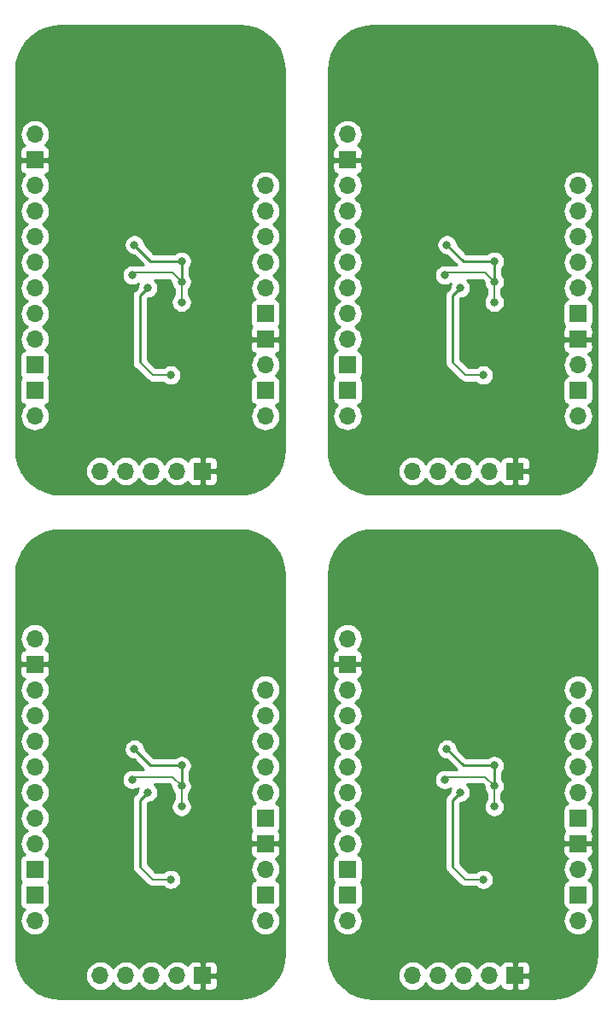
<source format=gbl>
%MOIN*%
%OFA0B0*%
%FSLAX46Y46*%
%IPPOS*%
%LPD*%
%ADD10O,0.066929133858267723X0.066929133858267723*%
%ADD11R,0.066929133858267723X0.066929133858267723*%
%ADD12C,0.031496062992125991*%
%ADD13C,0.01*%
%ADD14C,0.008*%
%ADD25O,0.066929133858267723X0.066929133858267723*%
%ADD26R,0.066929133858267723X0.066929133858267723*%
%ADD27C,0.031496062992125991*%
%ADD28C,0.01*%
%ADD29C,0.008*%
%ADD30O,0.066929133858267723X0.066929133858267723*%
%ADD31R,0.066929133858267723X0.066929133858267723*%
%ADD32C,0.031496062992125991*%
%ADD33C,0.01*%
%ADD34C,0.008*%
%ADD35O,0.066929133858267723X0.066929133858267723*%
%ADD36R,0.066929133858267723X0.066929133858267723*%
%ADD37C,0.031496062992125991*%
%ADD38C,0.01*%
%ADD39C,0.008*%
D10*
X-0004015748Y0006102362D02*
X0001884251Y0000352362D03*
D11*
X0001884251Y0000452362D03*
D10*
X0001239251Y0000137362D03*
X0001339251Y0000137362D03*
X0001439251Y0000137362D03*
X0001539251Y0000137362D03*
D11*
X0001639251Y0000137362D03*
D10*
X0000984251Y0001452362D03*
D11*
X0000984251Y0001352362D03*
D10*
X0001884251Y0000552362D03*
D11*
X0001884251Y0000652362D03*
D10*
X0001884251Y0001252362D03*
X0001884251Y0001152362D03*
X0001884251Y0001052362D03*
X0001884251Y0000952362D03*
X0001884251Y0000852362D03*
D11*
X0001884251Y0000752362D03*
D10*
X0000984251Y0000352362D03*
D11*
X0000984251Y0000452362D03*
D10*
X0000984251Y0001252362D03*
X0000984251Y0001152362D03*
X0000984251Y0001052362D03*
X0000984251Y0000952362D03*
X0000984251Y0000852362D03*
X0000984251Y0000752362D03*
X0000984251Y0000652362D03*
D11*
X0000984251Y0000552362D03*
D12*
X0001531692Y0000442362D03*
X0001531692Y0000292362D03*
X0001634251Y0001597362D03*
X0001736751Y0001494153D03*
X0001296861Y0000735249D03*
X0001296861Y0000655249D03*
X0001297897Y0000540362D03*
X0001362006Y0000847719D03*
X0001305548Y0001158636D03*
X0001305853Y0001079086D03*
X0001637748Y0000956947D03*
X0001637748Y0000876947D03*
X0001637748Y0000796947D03*
X0001628180Y0000671499D03*
X0001378078Y0001444913D03*
X0001492251Y0001354362D03*
X0001343700Y0001553346D03*
X0001239251Y0001595767D03*
X0001336811Y0000392362D03*
X0001284251Y0001443070D03*
X0001584251Y0001362007D03*
X0001557039Y0000956947D03*
X0001372566Y0001020677D03*
X0001364251Y0000902362D03*
X0001557039Y0000796947D03*
X0001557039Y0000876947D03*
X0001514251Y0000512362D03*
X0001424251Y0000852362D03*
D13*
X0001557039Y0000956947D02*
X0001557039Y0000876947D01*
X0001436296Y0000956947D02*
X0001372566Y0001020677D01*
X0001557039Y0000956947D02*
X0001436296Y0000956947D01*
D14*
X0001374251Y0000912362D02*
X0001364251Y0000902362D01*
X0001557039Y0000876947D02*
X0001521624Y0000912362D01*
X0001521624Y0000912362D02*
X0001374251Y0000912362D01*
X0001557039Y0000876947D02*
X0001557039Y0000796947D01*
X0001514251Y0000512362D02*
X0001444251Y0000512362D01*
X0001444251Y0000512362D02*
X0001394251Y0000562362D01*
D13*
X0001394251Y0000822362D02*
X0001424251Y0000852362D01*
X0001394251Y0000562362D02*
X0001394251Y0000822362D01*
G36*
X0001815049Y0001873526D02*
G01*
X0001844872Y0001865367D01*
X0001872780Y0001852056D01*
X0001897889Y0001834013D01*
X0001919407Y0001811808D01*
X0001936652Y0001786145D01*
X0001949080Y0001757833D01*
X0001956346Y0001727568D01*
X0001958267Y0001701409D01*
X0001958267Y0000223519D01*
X0001955415Y0000191564D01*
X0001947257Y0000161741D01*
X0001933945Y0000133833D01*
X0001915902Y0000108724D01*
X0001893698Y0000087206D01*
X0001868034Y0000069961D01*
X0001839722Y0000057533D01*
X0001809457Y0000050267D01*
X0001783298Y0000048346D01*
X0001085409Y0000048346D01*
X0001053454Y0000051198D01*
X0001023630Y0000059357D01*
X0000995723Y0000072668D01*
X0000970613Y0000090711D01*
X0000949096Y0000112915D01*
X0000932669Y0000137362D01*
X0001180504Y0000137362D01*
X0001181633Y0000125901D01*
X0001184976Y0000114880D01*
X0001190405Y0000104723D01*
X0001197711Y0000095821D01*
X0001206613Y0000088515D01*
X0001216770Y0000083086D01*
X0001227790Y0000079743D01*
X0001236379Y0000078897D01*
X0001242123Y0000078897D01*
X0001250713Y0000079743D01*
X0001261733Y0000083086D01*
X0001271890Y0000088515D01*
X0001280792Y0000095821D01*
X0001288098Y0000104723D01*
X0001289251Y0000106881D01*
X0001290405Y0000104723D01*
X0001297711Y0000095821D01*
X0001306613Y0000088515D01*
X0001316770Y0000083086D01*
X0001327790Y0000079743D01*
X0001336379Y0000078897D01*
X0001342123Y0000078897D01*
X0001350713Y0000079743D01*
X0001361733Y0000083086D01*
X0001371890Y0000088515D01*
X0001380792Y0000095821D01*
X0001388098Y0000104723D01*
X0001389251Y0000106881D01*
X0001390405Y0000104723D01*
X0001397711Y0000095821D01*
X0001406613Y0000088515D01*
X0001416770Y0000083086D01*
X0001427790Y0000079743D01*
X0001436379Y0000078897D01*
X0001442124Y0000078897D01*
X0001450712Y0000079743D01*
X0001461733Y0000083086D01*
X0001471890Y0000088515D01*
X0001480792Y0000095821D01*
X0001488098Y0000104723D01*
X0001489251Y0000106881D01*
X0001490405Y0000104723D01*
X0001497711Y0000095821D01*
X0001506613Y0000088515D01*
X0001516770Y0000083086D01*
X0001527790Y0000079743D01*
X0001536379Y0000078897D01*
X0001542124Y0000078897D01*
X0001550713Y0000079743D01*
X0001561733Y0000083086D01*
X0001571890Y0000088515D01*
X0001580792Y0000095821D01*
X0001581756Y0000096995D01*
X0001582578Y0000094284D01*
X0001584900Y0000089941D01*
X0001588024Y0000086134D01*
X0001591830Y0000083010D01*
X0001596174Y0000080688D01*
X0001600886Y0000079259D01*
X0001605787Y0000078776D01*
X0001628001Y0000078897D01*
X0001634251Y0000085147D01*
X0001634251Y0000132362D01*
X0001644251Y0000132362D01*
X0001644251Y0000085147D01*
X0001650501Y0000078897D01*
X0001672716Y0000078776D01*
X0001677617Y0000079259D01*
X0001682329Y0000080688D01*
X0001686672Y0000083010D01*
X0001690479Y0000086134D01*
X0001693603Y0000089941D01*
X0001695925Y0000094284D01*
X0001697354Y0000098996D01*
X0001697837Y0000103897D01*
X0001697716Y0000126112D01*
X0001691466Y0000132362D01*
X0001644251Y0000132362D01*
X0001634251Y0000132362D01*
X0001633464Y0000132362D01*
X0001633464Y0000142362D01*
X0001634251Y0000142362D01*
X0001634251Y0000189576D01*
X0001644251Y0000189576D01*
X0001644251Y0000142362D01*
X0001691466Y0000142362D01*
X0001697716Y0000148612D01*
X0001697837Y0000170826D01*
X0001697354Y0000175727D01*
X0001695925Y0000180440D01*
X0001693603Y0000184783D01*
X0001690479Y0000188589D01*
X0001686672Y0000191714D01*
X0001682329Y0000194035D01*
X0001677617Y0000195465D01*
X0001672716Y0000195947D01*
X0001650501Y0000195826D01*
X0001644251Y0000189576D01*
X0001634251Y0000189576D01*
X0001628001Y0000195826D01*
X0001605787Y0000195947D01*
X0001600886Y0000195465D01*
X0001596174Y0000194035D01*
X0001591830Y0000191714D01*
X0001588024Y0000188589D01*
X0001584900Y0000184783D01*
X0001582578Y0000180440D01*
X0001581756Y0000177728D01*
X0001580792Y0000178902D01*
X0001571890Y0000186208D01*
X0001561733Y0000191637D01*
X0001550713Y0000194980D01*
X0001542124Y0000195826D01*
X0001536379Y0000195826D01*
X0001527790Y0000194980D01*
X0001516770Y0000191637D01*
X0001506613Y0000186208D01*
X0001497711Y0000178902D01*
X0001490405Y0000170000D01*
X0001489251Y0000167842D01*
X0001488098Y0000170000D01*
X0001480792Y0000178902D01*
X0001471890Y0000186208D01*
X0001461733Y0000191637D01*
X0001450712Y0000194980D01*
X0001442124Y0000195826D01*
X0001436379Y0000195826D01*
X0001427790Y0000194980D01*
X0001416770Y0000191637D01*
X0001406613Y0000186208D01*
X0001397711Y0000178902D01*
X0001390405Y0000170000D01*
X0001389251Y0000167842D01*
X0001388098Y0000170000D01*
X0001380792Y0000178902D01*
X0001371890Y0000186208D01*
X0001361733Y0000191637D01*
X0001350713Y0000194980D01*
X0001342123Y0000195826D01*
X0001336379Y0000195826D01*
X0001327790Y0000194980D01*
X0001316770Y0000191637D01*
X0001306613Y0000186208D01*
X0001297711Y0000178902D01*
X0001290405Y0000170000D01*
X0001289251Y0000167842D01*
X0001288098Y0000170000D01*
X0001280792Y0000178902D01*
X0001271890Y0000186208D01*
X0001261733Y0000191637D01*
X0001250713Y0000194980D01*
X0001242123Y0000195826D01*
X0001236379Y0000195826D01*
X0001227790Y0000194980D01*
X0001216770Y0000191637D01*
X0001206613Y0000186208D01*
X0001197711Y0000178902D01*
X0001190405Y0000170000D01*
X0001184976Y0000159843D01*
X0001181633Y0000148823D01*
X0001180504Y0000137362D01*
X0000932669Y0000137362D01*
X0000931851Y0000138579D01*
X0000919423Y0000166891D01*
X0000912157Y0000197156D01*
X0000910236Y0000223315D01*
X0000910236Y0001252362D01*
X0000925504Y0001252362D01*
X0000926633Y0001240901D01*
X0000929976Y0001229880D01*
X0000935405Y0001219723D01*
X0000942711Y0001210821D01*
X0000951613Y0001203515D01*
X0000953771Y0001202362D01*
X0000951613Y0001201208D01*
X0000942711Y0001193902D01*
X0000935405Y0001185000D01*
X0000929976Y0001174843D01*
X0000926633Y0001163823D01*
X0000925504Y0001152362D01*
X0000926633Y0001140901D01*
X0000929976Y0001129880D01*
X0000935405Y0001119723D01*
X0000942711Y0001110821D01*
X0000951613Y0001103515D01*
X0000953771Y0001102362D01*
X0000951613Y0001101208D01*
X0000942711Y0001093902D01*
X0000935405Y0001085000D01*
X0000929976Y0001074843D01*
X0000926633Y0001063823D01*
X0000925504Y0001052362D01*
X0000926633Y0001040901D01*
X0000929976Y0001029880D01*
X0000935405Y0001019723D01*
X0000942711Y0001010821D01*
X0000951613Y0001003515D01*
X0000953771Y0001002362D01*
X0000951613Y0001001208D01*
X0000942711Y0000993902D01*
X0000935405Y0000985000D01*
X0000929976Y0000974843D01*
X0000926633Y0000963823D01*
X0000925504Y0000952362D01*
X0000926633Y0000940901D01*
X0000929976Y0000929880D01*
X0000935405Y0000919723D01*
X0000942711Y0000910821D01*
X0000951613Y0000903515D01*
X0000953771Y0000902362D01*
X0000951613Y0000901208D01*
X0000942711Y0000893902D01*
X0000935405Y0000885000D01*
X0000929976Y0000874843D01*
X0000926633Y0000863823D01*
X0000925504Y0000852362D01*
X0000926633Y0000840901D01*
X0000929976Y0000829880D01*
X0000935405Y0000819723D01*
X0000942711Y0000810821D01*
X0000951613Y0000803515D01*
X0000953771Y0000802362D01*
X0000951613Y0000801208D01*
X0000942711Y0000793902D01*
X0000935405Y0000785000D01*
X0000929976Y0000774843D01*
X0000926633Y0000763823D01*
X0000925504Y0000752362D01*
X0000926633Y0000740901D01*
X0000929976Y0000729880D01*
X0000935405Y0000719723D01*
X0000942711Y0000710821D01*
X0000951613Y0000703515D01*
X0000953771Y0000702362D01*
X0000951613Y0000701208D01*
X0000942711Y0000693902D01*
X0000935405Y0000685000D01*
X0000929976Y0000674843D01*
X0000926633Y0000663823D01*
X0000925504Y0000652362D01*
X0000926633Y0000640901D01*
X0000929976Y0000629880D01*
X0000935405Y0000619723D01*
X0000942711Y0000610821D01*
X0000943885Y0000609857D01*
X0000941174Y0000609035D01*
X0000936830Y0000606714D01*
X0000933024Y0000603589D01*
X0000929900Y0000599783D01*
X0000927578Y0000595440D01*
X0000926149Y0000590727D01*
X0000925666Y0000585826D01*
X0000925666Y0000518897D01*
X0000926149Y0000513996D01*
X0000927578Y0000509284D01*
X0000929900Y0000504941D01*
X0000932016Y0000502362D01*
X0000929900Y0000499783D01*
X0000927578Y0000495440D01*
X0000926149Y0000490727D01*
X0000925666Y0000485826D01*
X0000925666Y0000418897D01*
X0000926149Y0000413996D01*
X0000927578Y0000409284D01*
X0000929900Y0000404941D01*
X0000933024Y0000401134D01*
X0000936830Y0000398010D01*
X0000941174Y0000395688D01*
X0000943885Y0000394866D01*
X0000942711Y0000393902D01*
X0000935405Y0000385000D01*
X0000929976Y0000374843D01*
X0000926633Y0000363823D01*
X0000925504Y0000352362D01*
X0000926633Y0000340901D01*
X0000929976Y0000329880D01*
X0000935405Y0000319723D01*
X0000942711Y0000310821D01*
X0000951613Y0000303515D01*
X0000961770Y0000298086D01*
X0000972790Y0000294743D01*
X0000981379Y0000293897D01*
X0000987124Y0000293897D01*
X0000995713Y0000294743D01*
X0001006733Y0000298086D01*
X0001016890Y0000303515D01*
X0001025792Y0000310821D01*
X0001033098Y0000319723D01*
X0001038527Y0000329880D01*
X0001041870Y0000340901D01*
X0001042999Y0000352362D01*
X0001041870Y0000363823D01*
X0001038527Y0000374843D01*
X0001033098Y0000385000D01*
X0001025792Y0000393902D01*
X0001024618Y0000394866D01*
X0001027329Y0000395688D01*
X0001031672Y0000398010D01*
X0001035479Y0000401134D01*
X0001038603Y0000404941D01*
X0001040925Y0000409284D01*
X0001042354Y0000413996D01*
X0001042837Y0000418897D01*
X0001042837Y0000485826D01*
X0001042354Y0000490727D01*
X0001040925Y0000495440D01*
X0001038603Y0000499783D01*
X0001036487Y0000502362D01*
X0001038603Y0000504941D01*
X0001040925Y0000509284D01*
X0001042354Y0000513996D01*
X0001042837Y0000518897D01*
X0001042837Y0000585826D01*
X0001042354Y0000590727D01*
X0001040925Y0000595440D01*
X0001038603Y0000599783D01*
X0001035479Y0000603589D01*
X0001031672Y0000606714D01*
X0001027329Y0000609035D01*
X0001024618Y0000609857D01*
X0001025792Y0000610821D01*
X0001033098Y0000619723D01*
X0001038527Y0000629880D01*
X0001041870Y0000640901D01*
X0001042999Y0000652362D01*
X0001041870Y0000663823D01*
X0001038527Y0000674843D01*
X0001033098Y0000685000D01*
X0001025792Y0000693902D01*
X0001016890Y0000701208D01*
X0001014732Y0000702362D01*
X0001016890Y0000703515D01*
X0001025792Y0000710821D01*
X0001033098Y0000719723D01*
X0001038527Y0000729880D01*
X0001041870Y0000740901D01*
X0001042999Y0000752362D01*
X0001041870Y0000763823D01*
X0001038527Y0000774843D01*
X0001033098Y0000785000D01*
X0001025792Y0000793902D01*
X0001016890Y0000801208D01*
X0001014732Y0000802362D01*
X0001016890Y0000803515D01*
X0001025792Y0000810821D01*
X0001033098Y0000819723D01*
X0001038527Y0000829880D01*
X0001041870Y0000840901D01*
X0001042999Y0000852362D01*
X0001041870Y0000863823D01*
X0001038527Y0000874843D01*
X0001033098Y0000885000D01*
X0001025792Y0000893902D01*
X0001016890Y0000901208D01*
X0001014732Y0000902362D01*
X0001016890Y0000903515D01*
X0001020375Y0000906375D01*
X0001323503Y0000906375D01*
X0001323503Y0000898348D01*
X0001325069Y0000890476D01*
X0001328141Y0000883060D01*
X0001332600Y0000876386D01*
X0001338276Y0000870711D01*
X0001344950Y0000866251D01*
X0001352366Y0000863180D01*
X0001360238Y0000861614D01*
X0001368265Y0000861614D01*
X0001376137Y0000863180D01*
X0001383553Y0000866251D01*
X0001386797Y0000868419D01*
X0001385069Y0000864247D01*
X0001383503Y0000856375D01*
X0001383503Y0000854040D01*
X0001374080Y0000844617D01*
X0001372936Y0000843677D01*
X0001371996Y0000842533D01*
X0001371996Y0000842533D01*
X0001369187Y0000839109D01*
X0001366401Y0000833898D01*
X0001364686Y0000828243D01*
X0001364106Y0000822362D01*
X0001364252Y0000820888D01*
X0001364251Y0000560888D01*
X0001364686Y0000556481D01*
X0001366401Y0000550826D01*
X0001369187Y0000545614D01*
X0001372936Y0000541046D01*
X0001377504Y0000537297D01*
X0001379223Y0000536378D01*
X0001422738Y0000492863D01*
X0001423646Y0000491756D01*
X0001428062Y0000488132D01*
X0001433100Y0000485440D01*
X0001438566Y0000483781D01*
X0001442827Y0000483362D01*
X0001442827Y0000483362D01*
X0001444251Y0000483221D01*
X0001445676Y0000483362D01*
X0001485625Y0000483362D01*
X0001488276Y0000480711D01*
X0001494950Y0000476251D01*
X0001502366Y0000473180D01*
X0001510238Y0000471614D01*
X0001518265Y0000471614D01*
X0001526137Y0000473180D01*
X0001533553Y0000476251D01*
X0001540227Y0000480711D01*
X0001545903Y0000486386D01*
X0001550362Y0000493060D01*
X0001553434Y0000500476D01*
X0001555000Y0000508348D01*
X0001555000Y0000516375D01*
X0001553434Y0000524247D01*
X0001550362Y0000531663D01*
X0001545903Y0000538337D01*
X0001540227Y0000544013D01*
X0001533553Y0000548472D01*
X0001526137Y0000551544D01*
X0001522025Y0000552362D01*
X0001825504Y0000552362D01*
X0001826633Y0000540901D01*
X0001829976Y0000529880D01*
X0001835405Y0000519723D01*
X0001842711Y0000510821D01*
X0001843885Y0000509857D01*
X0001841173Y0000509035D01*
X0001836830Y0000506714D01*
X0001833024Y0000503589D01*
X0001829900Y0000499783D01*
X0001827578Y0000495440D01*
X0001826149Y0000490727D01*
X0001825666Y0000485826D01*
X0001825666Y0000418897D01*
X0001826149Y0000413996D01*
X0001827578Y0000409284D01*
X0001829900Y0000404941D01*
X0001833024Y0000401134D01*
X0001836830Y0000398010D01*
X0001841173Y0000395688D01*
X0001843885Y0000394866D01*
X0001842711Y0000393902D01*
X0001835405Y0000385000D01*
X0001829976Y0000374843D01*
X0001826633Y0000363823D01*
X0001825504Y0000352362D01*
X0001826633Y0000340901D01*
X0001829976Y0000329880D01*
X0001835405Y0000319723D01*
X0001842711Y0000310821D01*
X0001851613Y0000303515D01*
X0001861770Y0000298086D01*
X0001872790Y0000294743D01*
X0001881379Y0000293897D01*
X0001887124Y0000293897D01*
X0001895712Y0000294743D01*
X0001906733Y0000298086D01*
X0001916890Y0000303515D01*
X0001925792Y0000310821D01*
X0001933098Y0000319723D01*
X0001938527Y0000329880D01*
X0001941870Y0000340901D01*
X0001942999Y0000352362D01*
X0001941870Y0000363823D01*
X0001938527Y0000374843D01*
X0001933098Y0000385000D01*
X0001925792Y0000393902D01*
X0001924618Y0000394866D01*
X0001927329Y0000395688D01*
X0001931672Y0000398010D01*
X0001935479Y0000401134D01*
X0001938603Y0000404941D01*
X0001940925Y0000409284D01*
X0001942354Y0000413996D01*
X0001942837Y0000418897D01*
X0001942837Y0000485826D01*
X0001942354Y0000490727D01*
X0001940925Y0000495440D01*
X0001938603Y0000499783D01*
X0001935479Y0000503589D01*
X0001931672Y0000506714D01*
X0001927329Y0000509035D01*
X0001924618Y0000509857D01*
X0001925792Y0000510821D01*
X0001933098Y0000519723D01*
X0001938527Y0000529880D01*
X0001941870Y0000540901D01*
X0001942999Y0000552362D01*
X0001941870Y0000563823D01*
X0001938527Y0000574843D01*
X0001933098Y0000585000D01*
X0001925792Y0000593902D01*
X0001924618Y0000594866D01*
X0001927329Y0000595688D01*
X0001931672Y0000598010D01*
X0001935479Y0000601134D01*
X0001938603Y0000604941D01*
X0001940925Y0000609284D01*
X0001942354Y0000613996D01*
X0001942837Y0000618897D01*
X0001942716Y0000641112D01*
X0001936466Y0000647362D01*
X0001889251Y0000647362D01*
X0001889251Y0000646574D01*
X0001879251Y0000646574D01*
X0001879251Y0000647362D01*
X0001832037Y0000647362D01*
X0001825787Y0000641112D01*
X0001825666Y0000618897D01*
X0001826149Y0000613996D01*
X0001827578Y0000609284D01*
X0001829900Y0000604941D01*
X0001833024Y0000601134D01*
X0001836830Y0000598010D01*
X0001841173Y0000595688D01*
X0001843885Y0000594866D01*
X0001842711Y0000593902D01*
X0001835405Y0000585000D01*
X0001829976Y0000574843D01*
X0001826633Y0000563823D01*
X0001825504Y0000552362D01*
X0001522025Y0000552362D01*
X0001518265Y0000553110D01*
X0001510238Y0000553110D01*
X0001502366Y0000551544D01*
X0001494950Y0000548472D01*
X0001488276Y0000544013D01*
X0001485625Y0000541362D01*
X0001456264Y0000541362D01*
X0001424251Y0000573374D01*
X0001424251Y0000809935D01*
X0001425930Y0000811614D01*
X0001428265Y0000811614D01*
X0001436137Y0000813180D01*
X0001443553Y0000816251D01*
X0001450227Y0000820711D01*
X0001455903Y0000826386D01*
X0001460362Y0000833060D01*
X0001463434Y0000840476D01*
X0001465000Y0000848348D01*
X0001465000Y0000856375D01*
X0001463434Y0000864247D01*
X0001460362Y0000871663D01*
X0001455903Y0000878337D01*
X0001450878Y0000883362D01*
X0001509612Y0000883362D01*
X0001516291Y0000876683D01*
X0001516291Y0000872933D01*
X0001517857Y0000865061D01*
X0001520929Y0000857645D01*
X0001525388Y0000850971D01*
X0001528039Y0000848320D01*
X0001528039Y0000825573D01*
X0001525388Y0000822922D01*
X0001520929Y0000816248D01*
X0001517857Y0000808832D01*
X0001516291Y0000800960D01*
X0001516291Y0000792933D01*
X0001517857Y0000785061D01*
X0001520929Y0000777645D01*
X0001525388Y0000770971D01*
X0001531064Y0000765296D01*
X0001537738Y0000760836D01*
X0001545153Y0000757765D01*
X0001553026Y0000756199D01*
X0001561052Y0000756199D01*
X0001568925Y0000757765D01*
X0001576341Y0000760836D01*
X0001583014Y0000765296D01*
X0001588690Y0000770971D01*
X0001593150Y0000777645D01*
X0001596221Y0000785061D01*
X0001597787Y0000792933D01*
X0001597787Y0000800960D01*
X0001596221Y0000808832D01*
X0001593150Y0000816248D01*
X0001588690Y0000822922D01*
X0001586039Y0000825573D01*
X0001586039Y0000848320D01*
X0001588690Y0000850971D01*
X0001593150Y0000857645D01*
X0001596221Y0000865061D01*
X0001597787Y0000872933D01*
X0001597787Y0000880960D01*
X0001596221Y0000888832D01*
X0001593150Y0000896248D01*
X0001588690Y0000902922D01*
X0001587039Y0000904573D01*
X0001587039Y0000929320D01*
X0001588690Y0000930971D01*
X0001593150Y0000937645D01*
X0001596221Y0000945061D01*
X0001597787Y0000952933D01*
X0001597787Y0000960960D01*
X0001596221Y0000968832D01*
X0001593150Y0000976248D01*
X0001588690Y0000982922D01*
X0001583014Y0000988598D01*
X0001576341Y0000993057D01*
X0001568925Y0000996129D01*
X0001561052Y0000997695D01*
X0001553026Y0000997695D01*
X0001545153Y0000996129D01*
X0001537738Y0000993057D01*
X0001531064Y0000988598D01*
X0001529413Y0000986947D01*
X0001448723Y0000986947D01*
X0001413314Y0001022355D01*
X0001413314Y0001024690D01*
X0001411749Y0001032562D01*
X0001408677Y0001039978D01*
X0001404217Y0001046652D01*
X0001398542Y0001052328D01*
X0001391868Y0001056787D01*
X0001384452Y0001059859D01*
X0001376580Y0001061425D01*
X0001368553Y0001061425D01*
X0001360681Y0001059859D01*
X0001353265Y0001056787D01*
X0001346591Y0001052328D01*
X0001340915Y0001046652D01*
X0001336456Y0001039978D01*
X0001333384Y0001032562D01*
X0001331818Y0001024690D01*
X0001331818Y0001016663D01*
X0001333384Y0001008791D01*
X0001336456Y0001001375D01*
X0001340915Y0000994701D01*
X0001346591Y0000989026D01*
X0001353265Y0000984566D01*
X0001360681Y0000981495D01*
X0001368553Y0000979929D01*
X0001370888Y0000979929D01*
X0001409455Y0000941362D01*
X0001376577Y0000941362D01*
X0001376137Y0000941544D01*
X0001368265Y0000943110D01*
X0001360238Y0000943110D01*
X0001352366Y0000941544D01*
X0001344950Y0000938472D01*
X0001338276Y0000934013D01*
X0001332600Y0000928337D01*
X0001328141Y0000921663D01*
X0001325069Y0000914247D01*
X0001323503Y0000906375D01*
X0001020375Y0000906375D01*
X0001025792Y0000910821D01*
X0001033098Y0000919723D01*
X0001038527Y0000929880D01*
X0001041870Y0000940901D01*
X0001042999Y0000952362D01*
X0001041870Y0000963823D01*
X0001038527Y0000974843D01*
X0001033098Y0000985000D01*
X0001025792Y0000993902D01*
X0001016890Y0001001208D01*
X0001014732Y0001002362D01*
X0001016890Y0001003515D01*
X0001025792Y0001010821D01*
X0001033098Y0001019723D01*
X0001038527Y0001029880D01*
X0001041870Y0001040901D01*
X0001042999Y0001052362D01*
X0001041870Y0001063823D01*
X0001038527Y0001074843D01*
X0001033098Y0001085000D01*
X0001025792Y0001093902D01*
X0001016890Y0001101208D01*
X0001014732Y0001102362D01*
X0001016890Y0001103515D01*
X0001025792Y0001110821D01*
X0001033098Y0001119723D01*
X0001038527Y0001129880D01*
X0001041870Y0001140901D01*
X0001042999Y0001152362D01*
X0001041870Y0001163823D01*
X0001038527Y0001174843D01*
X0001033098Y0001185000D01*
X0001025792Y0001193902D01*
X0001016890Y0001201208D01*
X0001014732Y0001202362D01*
X0001016890Y0001203515D01*
X0001025792Y0001210821D01*
X0001033098Y0001219723D01*
X0001038527Y0001229880D01*
X0001041870Y0001240901D01*
X0001042999Y0001252362D01*
X0001825504Y0001252362D01*
X0001826633Y0001240901D01*
X0001829976Y0001229880D01*
X0001835405Y0001219723D01*
X0001842711Y0001210821D01*
X0001851613Y0001203515D01*
X0001853771Y0001202362D01*
X0001851613Y0001201208D01*
X0001842711Y0001193902D01*
X0001835405Y0001185000D01*
X0001829976Y0001174843D01*
X0001826633Y0001163823D01*
X0001825504Y0001152362D01*
X0001826633Y0001140901D01*
X0001829976Y0001129880D01*
X0001835405Y0001119723D01*
X0001842711Y0001110821D01*
X0001851613Y0001103515D01*
X0001853771Y0001102362D01*
X0001851613Y0001101208D01*
X0001842711Y0001093902D01*
X0001835405Y0001085000D01*
X0001829976Y0001074843D01*
X0001826633Y0001063823D01*
X0001825504Y0001052362D01*
X0001826633Y0001040901D01*
X0001829976Y0001029880D01*
X0001835405Y0001019723D01*
X0001842711Y0001010821D01*
X0001851613Y0001003515D01*
X0001853771Y0001002362D01*
X0001851613Y0001001208D01*
X0001842711Y0000993902D01*
X0001835405Y0000985000D01*
X0001829976Y0000974843D01*
X0001826633Y0000963823D01*
X0001825504Y0000952362D01*
X0001826633Y0000940901D01*
X0001829976Y0000929880D01*
X0001835405Y0000919723D01*
X0001842711Y0000910821D01*
X0001851613Y0000903515D01*
X0001853771Y0000902362D01*
X0001851613Y0000901208D01*
X0001842711Y0000893902D01*
X0001835405Y0000885000D01*
X0001829976Y0000874843D01*
X0001826633Y0000863823D01*
X0001825504Y0000852362D01*
X0001826633Y0000840901D01*
X0001829976Y0000829880D01*
X0001835405Y0000819723D01*
X0001842711Y0000810821D01*
X0001843885Y0000809857D01*
X0001841173Y0000809035D01*
X0001836830Y0000806714D01*
X0001833024Y0000803589D01*
X0001829900Y0000799783D01*
X0001827578Y0000795440D01*
X0001826149Y0000790727D01*
X0001825666Y0000785826D01*
X0001825666Y0000718897D01*
X0001826149Y0000713996D01*
X0001827578Y0000709284D01*
X0001829900Y0000704941D01*
X0001832016Y0000702362D01*
X0001829900Y0000699783D01*
X0001827578Y0000695440D01*
X0001826149Y0000690727D01*
X0001825666Y0000685826D01*
X0001825787Y0000663612D01*
X0001832037Y0000657362D01*
X0001879251Y0000657362D01*
X0001879251Y0000658149D01*
X0001889251Y0000658149D01*
X0001889251Y0000657362D01*
X0001936466Y0000657362D01*
X0001942716Y0000663612D01*
X0001942837Y0000685826D01*
X0001942354Y0000690727D01*
X0001940925Y0000695440D01*
X0001938603Y0000699783D01*
X0001936487Y0000702362D01*
X0001938603Y0000704941D01*
X0001940925Y0000709284D01*
X0001942354Y0000713996D01*
X0001942837Y0000718897D01*
X0001942837Y0000785826D01*
X0001942354Y0000790727D01*
X0001940925Y0000795440D01*
X0001938603Y0000799783D01*
X0001935479Y0000803589D01*
X0001931672Y0000806714D01*
X0001927329Y0000809035D01*
X0001924618Y0000809857D01*
X0001925792Y0000810821D01*
X0001933098Y0000819723D01*
X0001938527Y0000829880D01*
X0001941870Y0000840901D01*
X0001942999Y0000852362D01*
X0001941870Y0000863823D01*
X0001938527Y0000874843D01*
X0001933098Y0000885000D01*
X0001925792Y0000893902D01*
X0001916890Y0000901208D01*
X0001914732Y0000902362D01*
X0001916890Y0000903515D01*
X0001925792Y0000910821D01*
X0001933098Y0000919723D01*
X0001938527Y0000929880D01*
X0001941870Y0000940901D01*
X0001942999Y0000952362D01*
X0001941870Y0000963823D01*
X0001938527Y0000974843D01*
X0001933098Y0000985000D01*
X0001925792Y0000993902D01*
X0001916890Y0001001208D01*
X0001914732Y0001002362D01*
X0001916890Y0001003515D01*
X0001925792Y0001010821D01*
X0001933098Y0001019723D01*
X0001938527Y0001029880D01*
X0001941870Y0001040901D01*
X0001942999Y0001052362D01*
X0001941870Y0001063823D01*
X0001938527Y0001074843D01*
X0001933098Y0001085000D01*
X0001925792Y0001093902D01*
X0001916890Y0001101208D01*
X0001914732Y0001102362D01*
X0001916890Y0001103515D01*
X0001925792Y0001110821D01*
X0001933098Y0001119723D01*
X0001938527Y0001129880D01*
X0001941870Y0001140901D01*
X0001942999Y0001152362D01*
X0001941870Y0001163823D01*
X0001938527Y0001174843D01*
X0001933098Y0001185000D01*
X0001925792Y0001193902D01*
X0001916890Y0001201208D01*
X0001914732Y0001202362D01*
X0001916890Y0001203515D01*
X0001925792Y0001210821D01*
X0001933098Y0001219723D01*
X0001938527Y0001229880D01*
X0001941870Y0001240901D01*
X0001942999Y0001252362D01*
X0001941870Y0001263823D01*
X0001938527Y0001274843D01*
X0001933098Y0001285000D01*
X0001925792Y0001293902D01*
X0001916890Y0001301208D01*
X0001906733Y0001306637D01*
X0001895712Y0001309980D01*
X0001887124Y0001310826D01*
X0001881379Y0001310826D01*
X0001872790Y0001309980D01*
X0001861770Y0001306637D01*
X0001851613Y0001301208D01*
X0001842711Y0001293902D01*
X0001835405Y0001285000D01*
X0001829976Y0001274843D01*
X0001826633Y0001263823D01*
X0001825504Y0001252362D01*
X0001042999Y0001252362D01*
X0001041870Y0001263823D01*
X0001038527Y0001274843D01*
X0001033098Y0001285000D01*
X0001025792Y0001293902D01*
X0001024618Y0001294866D01*
X0001027329Y0001295688D01*
X0001031672Y0001298010D01*
X0001035479Y0001301134D01*
X0001038603Y0001304941D01*
X0001040925Y0001309284D01*
X0001042354Y0001313996D01*
X0001042837Y0001318897D01*
X0001042716Y0001341112D01*
X0001036466Y0001347362D01*
X0000989251Y0001347362D01*
X0000989251Y0001346574D01*
X0000979251Y0001346574D01*
X0000979251Y0001347362D01*
X0000932037Y0001347362D01*
X0000925787Y0001341112D01*
X0000925666Y0001318897D01*
X0000926149Y0001313996D01*
X0000927578Y0001309284D01*
X0000929900Y0001304941D01*
X0000933024Y0001301134D01*
X0000936830Y0001298010D01*
X0000941174Y0001295688D01*
X0000943885Y0001294866D01*
X0000942711Y0001293902D01*
X0000935405Y0001285000D01*
X0000929976Y0001274843D01*
X0000926633Y0001263823D01*
X0000925504Y0001252362D01*
X0000910236Y0001252362D01*
X0000910236Y0001452362D01*
X0000925504Y0001452362D01*
X0000926633Y0001440901D01*
X0000929976Y0001429880D01*
X0000935405Y0001419723D01*
X0000942711Y0001410821D01*
X0000943885Y0001409857D01*
X0000941174Y0001409035D01*
X0000936830Y0001406714D01*
X0000933024Y0001403589D01*
X0000929900Y0001399783D01*
X0000927578Y0001395440D01*
X0000926149Y0001390727D01*
X0000925666Y0001385826D01*
X0000925787Y0001363612D01*
X0000932037Y0001357362D01*
X0000979251Y0001357362D01*
X0000979251Y0001358149D01*
X0000989251Y0001358149D01*
X0000989251Y0001357362D01*
X0001036466Y0001357362D01*
X0001042716Y0001363612D01*
X0001042837Y0001385826D01*
X0001042354Y0001390727D01*
X0001040925Y0001395440D01*
X0001038603Y0001399783D01*
X0001035479Y0001403589D01*
X0001031672Y0001406714D01*
X0001027329Y0001409035D01*
X0001024618Y0001409857D01*
X0001025792Y0001410821D01*
X0001033098Y0001419723D01*
X0001038527Y0001429880D01*
X0001041870Y0001440901D01*
X0001042999Y0001452362D01*
X0001041870Y0001463823D01*
X0001038527Y0001474843D01*
X0001033098Y0001485000D01*
X0001025792Y0001493902D01*
X0001016890Y0001501208D01*
X0001006733Y0001506637D01*
X0000995713Y0001509980D01*
X0000987124Y0001510826D01*
X0000981379Y0001510826D01*
X0000972790Y0001509980D01*
X0000961770Y0001506637D01*
X0000951613Y0001501208D01*
X0000942711Y0001493902D01*
X0000935405Y0001485000D01*
X0000929976Y0001474843D01*
X0000926633Y0001463823D01*
X0000925504Y0001452362D01*
X0000910236Y0001452362D01*
X0000910236Y0001701205D01*
X0000913088Y0001733159D01*
X0000921246Y0001762983D01*
X0000934558Y0001790890D01*
X0000952601Y0001816000D01*
X0000974805Y0001837517D01*
X0001000469Y0001854762D01*
X0001028780Y0001867190D01*
X0001059045Y0001874456D01*
X0001085205Y0001876377D01*
X0001783094Y0001876377D01*
X0001815049Y0001873526D01*
X0001815049Y0001873526D01*
G37*
X0001815049Y0001873526D02*
X0001844872Y0001865367D01*
X0001872780Y0001852056D01*
X0001897889Y0001834013D01*
X0001919407Y0001811808D01*
X0001936652Y0001786145D01*
X0001949080Y0001757833D01*
X0001956346Y0001727568D01*
X0001958267Y0001701409D01*
X0001958267Y0000223519D01*
X0001955415Y0000191564D01*
X0001947257Y0000161741D01*
X0001933945Y0000133833D01*
X0001915902Y0000108724D01*
X0001893698Y0000087206D01*
X0001868034Y0000069961D01*
X0001839722Y0000057533D01*
X0001809457Y0000050267D01*
X0001783298Y0000048346D01*
X0001085409Y0000048346D01*
X0001053454Y0000051198D01*
X0001023630Y0000059357D01*
X0000995723Y0000072668D01*
X0000970613Y0000090711D01*
X0000949096Y0000112915D01*
X0000932669Y0000137362D01*
X0001180504Y0000137362D01*
X0001181633Y0000125901D01*
X0001184976Y0000114880D01*
X0001190405Y0000104723D01*
X0001197711Y0000095821D01*
X0001206613Y0000088515D01*
X0001216770Y0000083086D01*
X0001227790Y0000079743D01*
X0001236379Y0000078897D01*
X0001242123Y0000078897D01*
X0001250713Y0000079743D01*
X0001261733Y0000083086D01*
X0001271890Y0000088515D01*
X0001280792Y0000095821D01*
X0001288098Y0000104723D01*
X0001289251Y0000106881D01*
X0001290405Y0000104723D01*
X0001297711Y0000095821D01*
X0001306613Y0000088515D01*
X0001316770Y0000083086D01*
X0001327790Y0000079743D01*
X0001336379Y0000078897D01*
X0001342123Y0000078897D01*
X0001350713Y0000079743D01*
X0001361733Y0000083086D01*
X0001371890Y0000088515D01*
X0001380792Y0000095821D01*
X0001388098Y0000104723D01*
X0001389251Y0000106881D01*
X0001390405Y0000104723D01*
X0001397711Y0000095821D01*
X0001406613Y0000088515D01*
X0001416770Y0000083086D01*
X0001427790Y0000079743D01*
X0001436379Y0000078897D01*
X0001442124Y0000078897D01*
X0001450712Y0000079743D01*
X0001461733Y0000083086D01*
X0001471890Y0000088515D01*
X0001480792Y0000095821D01*
X0001488098Y0000104723D01*
X0001489251Y0000106881D01*
X0001490405Y0000104723D01*
X0001497711Y0000095821D01*
X0001506613Y0000088515D01*
X0001516770Y0000083086D01*
X0001527790Y0000079743D01*
X0001536379Y0000078897D01*
X0001542124Y0000078897D01*
X0001550713Y0000079743D01*
X0001561733Y0000083086D01*
X0001571890Y0000088515D01*
X0001580792Y0000095821D01*
X0001581756Y0000096995D01*
X0001582578Y0000094284D01*
X0001584900Y0000089941D01*
X0001588024Y0000086134D01*
X0001591830Y0000083010D01*
X0001596174Y0000080688D01*
X0001600886Y0000079259D01*
X0001605787Y0000078776D01*
X0001628001Y0000078897D01*
X0001634251Y0000085147D01*
X0001634251Y0000132362D01*
X0001644251Y0000132362D01*
X0001644251Y0000085147D01*
X0001650501Y0000078897D01*
X0001672716Y0000078776D01*
X0001677617Y0000079259D01*
X0001682329Y0000080688D01*
X0001686672Y0000083010D01*
X0001690479Y0000086134D01*
X0001693603Y0000089941D01*
X0001695925Y0000094284D01*
X0001697354Y0000098996D01*
X0001697837Y0000103897D01*
X0001697716Y0000126112D01*
X0001691466Y0000132362D01*
X0001644251Y0000132362D01*
X0001634251Y0000132362D01*
X0001633464Y0000132362D01*
X0001633464Y0000142362D01*
X0001634251Y0000142362D01*
X0001634251Y0000189576D01*
X0001644251Y0000189576D01*
X0001644251Y0000142362D01*
X0001691466Y0000142362D01*
X0001697716Y0000148612D01*
X0001697837Y0000170826D01*
X0001697354Y0000175727D01*
X0001695925Y0000180440D01*
X0001693603Y0000184783D01*
X0001690479Y0000188589D01*
X0001686672Y0000191714D01*
X0001682329Y0000194035D01*
X0001677617Y0000195465D01*
X0001672716Y0000195947D01*
X0001650501Y0000195826D01*
X0001644251Y0000189576D01*
X0001634251Y0000189576D01*
X0001628001Y0000195826D01*
X0001605787Y0000195947D01*
X0001600886Y0000195465D01*
X0001596174Y0000194035D01*
X0001591830Y0000191714D01*
X0001588024Y0000188589D01*
X0001584900Y0000184783D01*
X0001582578Y0000180440D01*
X0001581756Y0000177728D01*
X0001580792Y0000178902D01*
X0001571890Y0000186208D01*
X0001561733Y0000191637D01*
X0001550713Y0000194980D01*
X0001542124Y0000195826D01*
X0001536379Y0000195826D01*
X0001527790Y0000194980D01*
X0001516770Y0000191637D01*
X0001506613Y0000186208D01*
X0001497711Y0000178902D01*
X0001490405Y0000170000D01*
X0001489251Y0000167842D01*
X0001488098Y0000170000D01*
X0001480792Y0000178902D01*
X0001471890Y0000186208D01*
X0001461733Y0000191637D01*
X0001450712Y0000194980D01*
X0001442124Y0000195826D01*
X0001436379Y0000195826D01*
X0001427790Y0000194980D01*
X0001416770Y0000191637D01*
X0001406613Y0000186208D01*
X0001397711Y0000178902D01*
X0001390405Y0000170000D01*
X0001389251Y0000167842D01*
X0001388098Y0000170000D01*
X0001380792Y0000178902D01*
X0001371890Y0000186208D01*
X0001361733Y0000191637D01*
X0001350713Y0000194980D01*
X0001342123Y0000195826D01*
X0001336379Y0000195826D01*
X0001327790Y0000194980D01*
X0001316770Y0000191637D01*
X0001306613Y0000186208D01*
X0001297711Y0000178902D01*
X0001290405Y0000170000D01*
X0001289251Y0000167842D01*
X0001288098Y0000170000D01*
X0001280792Y0000178902D01*
X0001271890Y0000186208D01*
X0001261733Y0000191637D01*
X0001250713Y0000194980D01*
X0001242123Y0000195826D01*
X0001236379Y0000195826D01*
X0001227790Y0000194980D01*
X0001216770Y0000191637D01*
X0001206613Y0000186208D01*
X0001197711Y0000178902D01*
X0001190405Y0000170000D01*
X0001184976Y0000159843D01*
X0001181633Y0000148823D01*
X0001180504Y0000137362D01*
X0000932669Y0000137362D01*
X0000931851Y0000138579D01*
X0000919423Y0000166891D01*
X0000912157Y0000197156D01*
X0000910236Y0000223315D01*
X0000910236Y0001252362D01*
X0000925504Y0001252362D01*
X0000926633Y0001240901D01*
X0000929976Y0001229880D01*
X0000935405Y0001219723D01*
X0000942711Y0001210821D01*
X0000951613Y0001203515D01*
X0000953771Y0001202362D01*
X0000951613Y0001201208D01*
X0000942711Y0001193902D01*
X0000935405Y0001185000D01*
X0000929976Y0001174843D01*
X0000926633Y0001163823D01*
X0000925504Y0001152362D01*
X0000926633Y0001140901D01*
X0000929976Y0001129880D01*
X0000935405Y0001119723D01*
X0000942711Y0001110821D01*
X0000951613Y0001103515D01*
X0000953771Y0001102362D01*
X0000951613Y0001101208D01*
X0000942711Y0001093902D01*
X0000935405Y0001085000D01*
X0000929976Y0001074843D01*
X0000926633Y0001063823D01*
X0000925504Y0001052362D01*
X0000926633Y0001040901D01*
X0000929976Y0001029880D01*
X0000935405Y0001019723D01*
X0000942711Y0001010821D01*
X0000951613Y0001003515D01*
X0000953771Y0001002362D01*
X0000951613Y0001001208D01*
X0000942711Y0000993902D01*
X0000935405Y0000985000D01*
X0000929976Y0000974843D01*
X0000926633Y0000963823D01*
X0000925504Y0000952362D01*
X0000926633Y0000940901D01*
X0000929976Y0000929880D01*
X0000935405Y0000919723D01*
X0000942711Y0000910821D01*
X0000951613Y0000903515D01*
X0000953771Y0000902362D01*
X0000951613Y0000901208D01*
X0000942711Y0000893902D01*
X0000935405Y0000885000D01*
X0000929976Y0000874843D01*
X0000926633Y0000863823D01*
X0000925504Y0000852362D01*
X0000926633Y0000840901D01*
X0000929976Y0000829880D01*
X0000935405Y0000819723D01*
X0000942711Y0000810821D01*
X0000951613Y0000803515D01*
X0000953771Y0000802362D01*
X0000951613Y0000801208D01*
X0000942711Y0000793902D01*
X0000935405Y0000785000D01*
X0000929976Y0000774843D01*
X0000926633Y0000763823D01*
X0000925504Y0000752362D01*
X0000926633Y0000740901D01*
X0000929976Y0000729880D01*
X0000935405Y0000719723D01*
X0000942711Y0000710821D01*
X0000951613Y0000703515D01*
X0000953771Y0000702362D01*
X0000951613Y0000701208D01*
X0000942711Y0000693902D01*
X0000935405Y0000685000D01*
X0000929976Y0000674843D01*
X0000926633Y0000663823D01*
X0000925504Y0000652362D01*
X0000926633Y0000640901D01*
X0000929976Y0000629880D01*
X0000935405Y0000619723D01*
X0000942711Y0000610821D01*
X0000943885Y0000609857D01*
X0000941174Y0000609035D01*
X0000936830Y0000606714D01*
X0000933024Y0000603589D01*
X0000929900Y0000599783D01*
X0000927578Y0000595440D01*
X0000926149Y0000590727D01*
X0000925666Y0000585826D01*
X0000925666Y0000518897D01*
X0000926149Y0000513996D01*
X0000927578Y0000509284D01*
X0000929900Y0000504941D01*
X0000932016Y0000502362D01*
X0000929900Y0000499783D01*
X0000927578Y0000495440D01*
X0000926149Y0000490727D01*
X0000925666Y0000485826D01*
X0000925666Y0000418897D01*
X0000926149Y0000413996D01*
X0000927578Y0000409284D01*
X0000929900Y0000404941D01*
X0000933024Y0000401134D01*
X0000936830Y0000398010D01*
X0000941174Y0000395688D01*
X0000943885Y0000394866D01*
X0000942711Y0000393902D01*
X0000935405Y0000385000D01*
X0000929976Y0000374843D01*
X0000926633Y0000363823D01*
X0000925504Y0000352362D01*
X0000926633Y0000340901D01*
X0000929976Y0000329880D01*
X0000935405Y0000319723D01*
X0000942711Y0000310821D01*
X0000951613Y0000303515D01*
X0000961770Y0000298086D01*
X0000972790Y0000294743D01*
X0000981379Y0000293897D01*
X0000987124Y0000293897D01*
X0000995713Y0000294743D01*
X0001006733Y0000298086D01*
X0001016890Y0000303515D01*
X0001025792Y0000310821D01*
X0001033098Y0000319723D01*
X0001038527Y0000329880D01*
X0001041870Y0000340901D01*
X0001042999Y0000352362D01*
X0001041870Y0000363823D01*
X0001038527Y0000374843D01*
X0001033098Y0000385000D01*
X0001025792Y0000393902D01*
X0001024618Y0000394866D01*
X0001027329Y0000395688D01*
X0001031672Y0000398010D01*
X0001035479Y0000401134D01*
X0001038603Y0000404941D01*
X0001040925Y0000409284D01*
X0001042354Y0000413996D01*
X0001042837Y0000418897D01*
X0001042837Y0000485826D01*
X0001042354Y0000490727D01*
X0001040925Y0000495440D01*
X0001038603Y0000499783D01*
X0001036487Y0000502362D01*
X0001038603Y0000504941D01*
X0001040925Y0000509284D01*
X0001042354Y0000513996D01*
X0001042837Y0000518897D01*
X0001042837Y0000585826D01*
X0001042354Y0000590727D01*
X0001040925Y0000595440D01*
X0001038603Y0000599783D01*
X0001035479Y0000603589D01*
X0001031672Y0000606714D01*
X0001027329Y0000609035D01*
X0001024618Y0000609857D01*
X0001025792Y0000610821D01*
X0001033098Y0000619723D01*
X0001038527Y0000629880D01*
X0001041870Y0000640901D01*
X0001042999Y0000652362D01*
X0001041870Y0000663823D01*
X0001038527Y0000674843D01*
X0001033098Y0000685000D01*
X0001025792Y0000693902D01*
X0001016890Y0000701208D01*
X0001014732Y0000702362D01*
X0001016890Y0000703515D01*
X0001025792Y0000710821D01*
X0001033098Y0000719723D01*
X0001038527Y0000729880D01*
X0001041870Y0000740901D01*
X0001042999Y0000752362D01*
X0001041870Y0000763823D01*
X0001038527Y0000774843D01*
X0001033098Y0000785000D01*
X0001025792Y0000793902D01*
X0001016890Y0000801208D01*
X0001014732Y0000802362D01*
X0001016890Y0000803515D01*
X0001025792Y0000810821D01*
X0001033098Y0000819723D01*
X0001038527Y0000829880D01*
X0001041870Y0000840901D01*
X0001042999Y0000852362D01*
X0001041870Y0000863823D01*
X0001038527Y0000874843D01*
X0001033098Y0000885000D01*
X0001025792Y0000893902D01*
X0001016890Y0000901208D01*
X0001014732Y0000902362D01*
X0001016890Y0000903515D01*
X0001020375Y0000906375D01*
X0001323503Y0000906375D01*
X0001323503Y0000898348D01*
X0001325069Y0000890476D01*
X0001328141Y0000883060D01*
X0001332600Y0000876386D01*
X0001338276Y0000870711D01*
X0001344950Y0000866251D01*
X0001352366Y0000863180D01*
X0001360238Y0000861614D01*
X0001368265Y0000861614D01*
X0001376137Y0000863180D01*
X0001383553Y0000866251D01*
X0001386797Y0000868419D01*
X0001385069Y0000864247D01*
X0001383503Y0000856375D01*
X0001383503Y0000854040D01*
X0001374080Y0000844617D01*
X0001372936Y0000843677D01*
X0001371996Y0000842533D01*
X0001371996Y0000842533D01*
X0001369187Y0000839109D01*
X0001366401Y0000833898D01*
X0001364686Y0000828243D01*
X0001364106Y0000822362D01*
X0001364252Y0000820888D01*
X0001364251Y0000560888D01*
X0001364686Y0000556481D01*
X0001366401Y0000550826D01*
X0001369187Y0000545614D01*
X0001372936Y0000541046D01*
X0001377504Y0000537297D01*
X0001379223Y0000536378D01*
X0001422738Y0000492863D01*
X0001423646Y0000491756D01*
X0001428062Y0000488132D01*
X0001433100Y0000485440D01*
X0001438566Y0000483781D01*
X0001442827Y0000483362D01*
X0001442827Y0000483362D01*
X0001444251Y0000483221D01*
X0001445676Y0000483362D01*
X0001485625Y0000483362D01*
X0001488276Y0000480711D01*
X0001494950Y0000476251D01*
X0001502366Y0000473180D01*
X0001510238Y0000471614D01*
X0001518265Y0000471614D01*
X0001526137Y0000473180D01*
X0001533553Y0000476251D01*
X0001540227Y0000480711D01*
X0001545903Y0000486386D01*
X0001550362Y0000493060D01*
X0001553434Y0000500476D01*
X0001555000Y0000508348D01*
X0001555000Y0000516375D01*
X0001553434Y0000524247D01*
X0001550362Y0000531663D01*
X0001545903Y0000538337D01*
X0001540227Y0000544013D01*
X0001533553Y0000548472D01*
X0001526137Y0000551544D01*
X0001522025Y0000552362D01*
X0001825504Y0000552362D01*
X0001826633Y0000540901D01*
X0001829976Y0000529880D01*
X0001835405Y0000519723D01*
X0001842711Y0000510821D01*
X0001843885Y0000509857D01*
X0001841173Y0000509035D01*
X0001836830Y0000506714D01*
X0001833024Y0000503589D01*
X0001829900Y0000499783D01*
X0001827578Y0000495440D01*
X0001826149Y0000490727D01*
X0001825666Y0000485826D01*
X0001825666Y0000418897D01*
X0001826149Y0000413996D01*
X0001827578Y0000409284D01*
X0001829900Y0000404941D01*
X0001833024Y0000401134D01*
X0001836830Y0000398010D01*
X0001841173Y0000395688D01*
X0001843885Y0000394866D01*
X0001842711Y0000393902D01*
X0001835405Y0000385000D01*
X0001829976Y0000374843D01*
X0001826633Y0000363823D01*
X0001825504Y0000352362D01*
X0001826633Y0000340901D01*
X0001829976Y0000329880D01*
X0001835405Y0000319723D01*
X0001842711Y0000310821D01*
X0001851613Y0000303515D01*
X0001861770Y0000298086D01*
X0001872790Y0000294743D01*
X0001881379Y0000293897D01*
X0001887124Y0000293897D01*
X0001895712Y0000294743D01*
X0001906733Y0000298086D01*
X0001916890Y0000303515D01*
X0001925792Y0000310821D01*
X0001933098Y0000319723D01*
X0001938527Y0000329880D01*
X0001941870Y0000340901D01*
X0001942999Y0000352362D01*
X0001941870Y0000363823D01*
X0001938527Y0000374843D01*
X0001933098Y0000385000D01*
X0001925792Y0000393902D01*
X0001924618Y0000394866D01*
X0001927329Y0000395688D01*
X0001931672Y0000398010D01*
X0001935479Y0000401134D01*
X0001938603Y0000404941D01*
X0001940925Y0000409284D01*
X0001942354Y0000413996D01*
X0001942837Y0000418897D01*
X0001942837Y0000485826D01*
X0001942354Y0000490727D01*
X0001940925Y0000495440D01*
X0001938603Y0000499783D01*
X0001935479Y0000503589D01*
X0001931672Y0000506714D01*
X0001927329Y0000509035D01*
X0001924618Y0000509857D01*
X0001925792Y0000510821D01*
X0001933098Y0000519723D01*
X0001938527Y0000529880D01*
X0001941870Y0000540901D01*
X0001942999Y0000552362D01*
X0001941870Y0000563823D01*
X0001938527Y0000574843D01*
X0001933098Y0000585000D01*
X0001925792Y0000593902D01*
X0001924618Y0000594866D01*
X0001927329Y0000595688D01*
X0001931672Y0000598010D01*
X0001935479Y0000601134D01*
X0001938603Y0000604941D01*
X0001940925Y0000609284D01*
X0001942354Y0000613996D01*
X0001942837Y0000618897D01*
X0001942716Y0000641112D01*
X0001936466Y0000647362D01*
X0001889251Y0000647362D01*
X0001889251Y0000646574D01*
X0001879251Y0000646574D01*
X0001879251Y0000647362D01*
X0001832037Y0000647362D01*
X0001825787Y0000641112D01*
X0001825666Y0000618897D01*
X0001826149Y0000613996D01*
X0001827578Y0000609284D01*
X0001829900Y0000604941D01*
X0001833024Y0000601134D01*
X0001836830Y0000598010D01*
X0001841173Y0000595688D01*
X0001843885Y0000594866D01*
X0001842711Y0000593902D01*
X0001835405Y0000585000D01*
X0001829976Y0000574843D01*
X0001826633Y0000563823D01*
X0001825504Y0000552362D01*
X0001522025Y0000552362D01*
X0001518265Y0000553110D01*
X0001510238Y0000553110D01*
X0001502366Y0000551544D01*
X0001494950Y0000548472D01*
X0001488276Y0000544013D01*
X0001485625Y0000541362D01*
X0001456264Y0000541362D01*
X0001424251Y0000573374D01*
X0001424251Y0000809935D01*
X0001425930Y0000811614D01*
X0001428265Y0000811614D01*
X0001436137Y0000813180D01*
X0001443553Y0000816251D01*
X0001450227Y0000820711D01*
X0001455903Y0000826386D01*
X0001460362Y0000833060D01*
X0001463434Y0000840476D01*
X0001465000Y0000848348D01*
X0001465000Y0000856375D01*
X0001463434Y0000864247D01*
X0001460362Y0000871663D01*
X0001455903Y0000878337D01*
X0001450878Y0000883362D01*
X0001509612Y0000883362D01*
X0001516291Y0000876683D01*
X0001516291Y0000872933D01*
X0001517857Y0000865061D01*
X0001520929Y0000857645D01*
X0001525388Y0000850971D01*
X0001528039Y0000848320D01*
X0001528039Y0000825573D01*
X0001525388Y0000822922D01*
X0001520929Y0000816248D01*
X0001517857Y0000808832D01*
X0001516291Y0000800960D01*
X0001516291Y0000792933D01*
X0001517857Y0000785061D01*
X0001520929Y0000777645D01*
X0001525388Y0000770971D01*
X0001531064Y0000765296D01*
X0001537738Y0000760836D01*
X0001545153Y0000757765D01*
X0001553026Y0000756199D01*
X0001561052Y0000756199D01*
X0001568925Y0000757765D01*
X0001576341Y0000760836D01*
X0001583014Y0000765296D01*
X0001588690Y0000770971D01*
X0001593150Y0000777645D01*
X0001596221Y0000785061D01*
X0001597787Y0000792933D01*
X0001597787Y0000800960D01*
X0001596221Y0000808832D01*
X0001593150Y0000816248D01*
X0001588690Y0000822922D01*
X0001586039Y0000825573D01*
X0001586039Y0000848320D01*
X0001588690Y0000850971D01*
X0001593150Y0000857645D01*
X0001596221Y0000865061D01*
X0001597787Y0000872933D01*
X0001597787Y0000880960D01*
X0001596221Y0000888832D01*
X0001593150Y0000896248D01*
X0001588690Y0000902922D01*
X0001587039Y0000904573D01*
X0001587039Y0000929320D01*
X0001588690Y0000930971D01*
X0001593150Y0000937645D01*
X0001596221Y0000945061D01*
X0001597787Y0000952933D01*
X0001597787Y0000960960D01*
X0001596221Y0000968832D01*
X0001593150Y0000976248D01*
X0001588690Y0000982922D01*
X0001583014Y0000988598D01*
X0001576341Y0000993057D01*
X0001568925Y0000996129D01*
X0001561052Y0000997695D01*
X0001553026Y0000997695D01*
X0001545153Y0000996129D01*
X0001537738Y0000993057D01*
X0001531064Y0000988598D01*
X0001529413Y0000986947D01*
X0001448723Y0000986947D01*
X0001413314Y0001022355D01*
X0001413314Y0001024690D01*
X0001411749Y0001032562D01*
X0001408677Y0001039978D01*
X0001404217Y0001046652D01*
X0001398542Y0001052328D01*
X0001391868Y0001056787D01*
X0001384452Y0001059859D01*
X0001376580Y0001061425D01*
X0001368553Y0001061425D01*
X0001360681Y0001059859D01*
X0001353265Y0001056787D01*
X0001346591Y0001052328D01*
X0001340915Y0001046652D01*
X0001336456Y0001039978D01*
X0001333384Y0001032562D01*
X0001331818Y0001024690D01*
X0001331818Y0001016663D01*
X0001333384Y0001008791D01*
X0001336456Y0001001375D01*
X0001340915Y0000994701D01*
X0001346591Y0000989026D01*
X0001353265Y0000984566D01*
X0001360681Y0000981495D01*
X0001368553Y0000979929D01*
X0001370888Y0000979929D01*
X0001409455Y0000941362D01*
X0001376577Y0000941362D01*
X0001376137Y0000941544D01*
X0001368265Y0000943110D01*
X0001360238Y0000943110D01*
X0001352366Y0000941544D01*
X0001344950Y0000938472D01*
X0001338276Y0000934013D01*
X0001332600Y0000928337D01*
X0001328141Y0000921663D01*
X0001325069Y0000914247D01*
X0001323503Y0000906375D01*
X0001020375Y0000906375D01*
X0001025792Y0000910821D01*
X0001033098Y0000919723D01*
X0001038527Y0000929880D01*
X0001041870Y0000940901D01*
X0001042999Y0000952362D01*
X0001041870Y0000963823D01*
X0001038527Y0000974843D01*
X0001033098Y0000985000D01*
X0001025792Y0000993902D01*
X0001016890Y0001001208D01*
X0001014732Y0001002362D01*
X0001016890Y0001003515D01*
X0001025792Y0001010821D01*
X0001033098Y0001019723D01*
X0001038527Y0001029880D01*
X0001041870Y0001040901D01*
X0001042999Y0001052362D01*
X0001041870Y0001063823D01*
X0001038527Y0001074843D01*
X0001033098Y0001085000D01*
X0001025792Y0001093902D01*
X0001016890Y0001101208D01*
X0001014732Y0001102362D01*
X0001016890Y0001103515D01*
X0001025792Y0001110821D01*
X0001033098Y0001119723D01*
X0001038527Y0001129880D01*
X0001041870Y0001140901D01*
X0001042999Y0001152362D01*
X0001041870Y0001163823D01*
X0001038527Y0001174843D01*
X0001033098Y0001185000D01*
X0001025792Y0001193902D01*
X0001016890Y0001201208D01*
X0001014732Y0001202362D01*
X0001016890Y0001203515D01*
X0001025792Y0001210821D01*
X0001033098Y0001219723D01*
X0001038527Y0001229880D01*
X0001041870Y0001240901D01*
X0001042999Y0001252362D01*
X0001825504Y0001252362D01*
X0001826633Y0001240901D01*
X0001829976Y0001229880D01*
X0001835405Y0001219723D01*
X0001842711Y0001210821D01*
X0001851613Y0001203515D01*
X0001853771Y0001202362D01*
X0001851613Y0001201208D01*
X0001842711Y0001193902D01*
X0001835405Y0001185000D01*
X0001829976Y0001174843D01*
X0001826633Y0001163823D01*
X0001825504Y0001152362D01*
X0001826633Y0001140901D01*
X0001829976Y0001129880D01*
X0001835405Y0001119723D01*
X0001842711Y0001110821D01*
X0001851613Y0001103515D01*
X0001853771Y0001102362D01*
X0001851613Y0001101208D01*
X0001842711Y0001093902D01*
X0001835405Y0001085000D01*
X0001829976Y0001074843D01*
X0001826633Y0001063823D01*
X0001825504Y0001052362D01*
X0001826633Y0001040901D01*
X0001829976Y0001029880D01*
X0001835405Y0001019723D01*
X0001842711Y0001010821D01*
X0001851613Y0001003515D01*
X0001853771Y0001002362D01*
X0001851613Y0001001208D01*
X0001842711Y0000993902D01*
X0001835405Y0000985000D01*
X0001829976Y0000974843D01*
X0001826633Y0000963823D01*
X0001825504Y0000952362D01*
X0001826633Y0000940901D01*
X0001829976Y0000929880D01*
X0001835405Y0000919723D01*
X0001842711Y0000910821D01*
X0001851613Y0000903515D01*
X0001853771Y0000902362D01*
X0001851613Y0000901208D01*
X0001842711Y0000893902D01*
X0001835405Y0000885000D01*
X0001829976Y0000874843D01*
X0001826633Y0000863823D01*
X0001825504Y0000852362D01*
X0001826633Y0000840901D01*
X0001829976Y0000829880D01*
X0001835405Y0000819723D01*
X0001842711Y0000810821D01*
X0001843885Y0000809857D01*
X0001841173Y0000809035D01*
X0001836830Y0000806714D01*
X0001833024Y0000803589D01*
X0001829900Y0000799783D01*
X0001827578Y0000795440D01*
X0001826149Y0000790727D01*
X0001825666Y0000785826D01*
X0001825666Y0000718897D01*
X0001826149Y0000713996D01*
X0001827578Y0000709284D01*
X0001829900Y0000704941D01*
X0001832016Y0000702362D01*
X0001829900Y0000699783D01*
X0001827578Y0000695440D01*
X0001826149Y0000690727D01*
X0001825666Y0000685826D01*
X0001825787Y0000663612D01*
X0001832037Y0000657362D01*
X0001879251Y0000657362D01*
X0001879251Y0000658149D01*
X0001889251Y0000658149D01*
X0001889251Y0000657362D01*
X0001936466Y0000657362D01*
X0001942716Y0000663612D01*
X0001942837Y0000685826D01*
X0001942354Y0000690727D01*
X0001940925Y0000695440D01*
X0001938603Y0000699783D01*
X0001936487Y0000702362D01*
X0001938603Y0000704941D01*
X0001940925Y0000709284D01*
X0001942354Y0000713996D01*
X0001942837Y0000718897D01*
X0001942837Y0000785826D01*
X0001942354Y0000790727D01*
X0001940925Y0000795440D01*
X0001938603Y0000799783D01*
X0001935479Y0000803589D01*
X0001931672Y0000806714D01*
X0001927329Y0000809035D01*
X0001924618Y0000809857D01*
X0001925792Y0000810821D01*
X0001933098Y0000819723D01*
X0001938527Y0000829880D01*
X0001941870Y0000840901D01*
X0001942999Y0000852362D01*
X0001941870Y0000863823D01*
X0001938527Y0000874843D01*
X0001933098Y0000885000D01*
X0001925792Y0000893902D01*
X0001916890Y0000901208D01*
X0001914732Y0000902362D01*
X0001916890Y0000903515D01*
X0001925792Y0000910821D01*
X0001933098Y0000919723D01*
X0001938527Y0000929880D01*
X0001941870Y0000940901D01*
X0001942999Y0000952362D01*
X0001941870Y0000963823D01*
X0001938527Y0000974843D01*
X0001933098Y0000985000D01*
X0001925792Y0000993902D01*
X0001916890Y0001001208D01*
X0001914732Y0001002362D01*
X0001916890Y0001003515D01*
X0001925792Y0001010821D01*
X0001933098Y0001019723D01*
X0001938527Y0001029880D01*
X0001941870Y0001040901D01*
X0001942999Y0001052362D01*
X0001941870Y0001063823D01*
X0001938527Y0001074843D01*
X0001933098Y0001085000D01*
X0001925792Y0001093902D01*
X0001916890Y0001101208D01*
X0001914732Y0001102362D01*
X0001916890Y0001103515D01*
X0001925792Y0001110821D01*
X0001933098Y0001119723D01*
X0001938527Y0001129880D01*
X0001941870Y0001140901D01*
X0001942999Y0001152362D01*
X0001941870Y0001163823D01*
X0001938527Y0001174843D01*
X0001933098Y0001185000D01*
X0001925792Y0001193902D01*
X0001916890Y0001201208D01*
X0001914732Y0001202362D01*
X0001916890Y0001203515D01*
X0001925792Y0001210821D01*
X0001933098Y0001219723D01*
X0001938527Y0001229880D01*
X0001941870Y0001240901D01*
X0001942999Y0001252362D01*
X0001941870Y0001263823D01*
X0001938527Y0001274843D01*
X0001933098Y0001285000D01*
X0001925792Y0001293902D01*
X0001916890Y0001301208D01*
X0001906733Y0001306637D01*
X0001895712Y0001309980D01*
X0001887124Y0001310826D01*
X0001881379Y0001310826D01*
X0001872790Y0001309980D01*
X0001861770Y0001306637D01*
X0001851613Y0001301208D01*
X0001842711Y0001293902D01*
X0001835405Y0001285000D01*
X0001829976Y0001274843D01*
X0001826633Y0001263823D01*
X0001825504Y0001252362D01*
X0001042999Y0001252362D01*
X0001041870Y0001263823D01*
X0001038527Y0001274843D01*
X0001033098Y0001285000D01*
X0001025792Y0001293902D01*
X0001024618Y0001294866D01*
X0001027329Y0001295688D01*
X0001031672Y0001298010D01*
X0001035479Y0001301134D01*
X0001038603Y0001304941D01*
X0001040925Y0001309284D01*
X0001042354Y0001313996D01*
X0001042837Y0001318897D01*
X0001042716Y0001341112D01*
X0001036466Y0001347362D01*
X0000989251Y0001347362D01*
X0000989251Y0001346574D01*
X0000979251Y0001346574D01*
X0000979251Y0001347362D01*
X0000932037Y0001347362D01*
X0000925787Y0001341112D01*
X0000925666Y0001318897D01*
X0000926149Y0001313996D01*
X0000927578Y0001309284D01*
X0000929900Y0001304941D01*
X0000933024Y0001301134D01*
X0000936830Y0001298010D01*
X0000941174Y0001295688D01*
X0000943885Y0001294866D01*
X0000942711Y0001293902D01*
X0000935405Y0001285000D01*
X0000929976Y0001274843D01*
X0000926633Y0001263823D01*
X0000925504Y0001252362D01*
X0000910236Y0001252362D01*
X0000910236Y0001452362D01*
X0000925504Y0001452362D01*
X0000926633Y0001440901D01*
X0000929976Y0001429880D01*
X0000935405Y0001419723D01*
X0000942711Y0001410821D01*
X0000943885Y0001409857D01*
X0000941174Y0001409035D01*
X0000936830Y0001406714D01*
X0000933024Y0001403589D01*
X0000929900Y0001399783D01*
X0000927578Y0001395440D01*
X0000926149Y0001390727D01*
X0000925666Y0001385826D01*
X0000925787Y0001363612D01*
X0000932037Y0001357362D01*
X0000979251Y0001357362D01*
X0000979251Y0001358149D01*
X0000989251Y0001358149D01*
X0000989251Y0001357362D01*
X0001036466Y0001357362D01*
X0001042716Y0001363612D01*
X0001042837Y0001385826D01*
X0001042354Y0001390727D01*
X0001040925Y0001395440D01*
X0001038603Y0001399783D01*
X0001035479Y0001403589D01*
X0001031672Y0001406714D01*
X0001027329Y0001409035D01*
X0001024618Y0001409857D01*
X0001025792Y0001410821D01*
X0001033098Y0001419723D01*
X0001038527Y0001429880D01*
X0001041870Y0001440901D01*
X0001042999Y0001452362D01*
X0001041870Y0001463823D01*
X0001038527Y0001474843D01*
X0001033098Y0001485000D01*
X0001025792Y0001493902D01*
X0001016890Y0001501208D01*
X0001006733Y0001506637D01*
X0000995713Y0001509980D01*
X0000987124Y0001510826D01*
X0000981379Y0001510826D01*
X0000972790Y0001509980D01*
X0000961770Y0001506637D01*
X0000951613Y0001501208D01*
X0000942711Y0001493902D01*
X0000935405Y0001485000D01*
X0000929976Y0001474843D01*
X0000926633Y0001463823D01*
X0000925504Y0001452362D01*
X0000910236Y0001452362D01*
X0000910236Y0001701205D01*
X0000913088Y0001733159D01*
X0000921246Y0001762983D01*
X0000934558Y0001790890D01*
X0000952601Y0001816000D01*
X0000974805Y0001837517D01*
X0001000469Y0001854762D01*
X0001028780Y0001867190D01*
X0001059045Y0001874456D01*
X0001085205Y0001876377D01*
X0001783094Y0001876377D01*
X0001815049Y0001873526D01*
G04 next file*
G04 #@! TF.GenerationSoftware,KiCad,Pcbnew,(5.1.4)-1*
G04 #@! TF.CreationDate,2020-10-29T21:44:13+08:00*
G04 #@! TF.ProjectId,custom_microcontroller,63757374-6f6d-45f6-9d69-63726f636f6e,rev?*
G04 #@! TF.SameCoordinates,Original*
G04 #@! TF.FileFunction,Copper,L2,Bot*
G04 #@! TF.FilePolarity,Positive*
G04 Gerber Fmt 4.6, Leading zero omitted, Abs format (unit mm)*
G04 Created by KiCad (PCBNEW (5.1.4)-1) date 2020-10-29 21:44:13*
G04 APERTURE LIST*
G04 APERTURE END LIST*
D25*
X-0004015748Y0008070866D02*
X0001884251Y0002320866D03*
D26*
X0001884251Y0002420866D03*
D25*
X0001239251Y0002105866D03*
X0001339251Y0002105866D03*
X0001439251Y0002105866D03*
X0001539251Y0002105866D03*
D26*
X0001639251Y0002105866D03*
D25*
X0000984251Y0003420866D03*
D26*
X0000984251Y0003320866D03*
D25*
X0001884251Y0002520866D03*
D26*
X0001884251Y0002620866D03*
D25*
X0001884251Y0003220866D03*
X0001884251Y0003120866D03*
X0001884251Y0003020866D03*
X0001884251Y0002920866D03*
X0001884251Y0002820866D03*
D26*
X0001884251Y0002720866D03*
D25*
X0000984251Y0002320866D03*
D26*
X0000984251Y0002420866D03*
D25*
X0000984251Y0003220866D03*
X0000984251Y0003120866D03*
X0000984251Y0003020866D03*
X0000984251Y0002920866D03*
X0000984251Y0002820866D03*
X0000984251Y0002720866D03*
X0000984251Y0002620866D03*
D26*
X0000984251Y0002520866D03*
D27*
X0001531692Y0002410866D03*
X0001531692Y0002260866D03*
X0001634251Y0003565866D03*
X0001736751Y0003462657D03*
X0001296861Y0002703753D03*
X0001296861Y0002623753D03*
X0001297897Y0002508866D03*
X0001362006Y0002816223D03*
X0001305548Y0003127140D03*
X0001305853Y0003047590D03*
X0001637748Y0002925451D03*
X0001637748Y0002845451D03*
X0001637748Y0002765451D03*
X0001628180Y0002640003D03*
X0001378078Y0003413417D03*
X0001492251Y0003322866D03*
X0001343700Y0003521850D03*
X0001239251Y0003564271D03*
X0001336811Y0002360866D03*
X0001284251Y0003411574D03*
X0001584251Y0003330511D03*
X0001557039Y0002925451D03*
X0001372566Y0002989181D03*
X0001364251Y0002870866D03*
X0001557039Y0002765451D03*
X0001557039Y0002845451D03*
X0001514251Y0002480866D03*
X0001424251Y0002820866D03*
D28*
X0001557039Y0002925451D02*
X0001557039Y0002845451D01*
X0001436296Y0002925451D02*
X0001372566Y0002989181D01*
X0001557039Y0002925451D02*
X0001436296Y0002925451D01*
D29*
X0001374251Y0002880866D02*
X0001364251Y0002870866D01*
X0001557039Y0002845451D02*
X0001521624Y0002880866D01*
X0001521624Y0002880866D02*
X0001374251Y0002880866D01*
X0001557039Y0002845451D02*
X0001557039Y0002765451D01*
X0001514251Y0002480866D02*
X0001444251Y0002480866D01*
X0001444251Y0002480866D02*
X0001394251Y0002530866D01*
D28*
X0001394251Y0002790866D02*
X0001424251Y0002820866D01*
X0001394251Y0002530866D02*
X0001394251Y0002790866D01*
G36*
X0001815049Y0003842030D02*
G01*
X0001844872Y0003833871D01*
X0001872780Y0003820559D01*
X0001897889Y0003802517D01*
X0001919407Y0003780312D01*
X0001936652Y0003754649D01*
X0001949080Y0003726337D01*
X0001956346Y0003696072D01*
X0001958267Y0003669913D01*
X0001958267Y0002192023D01*
X0001955415Y0002160068D01*
X0001947257Y0002130245D01*
X0001933945Y0002102337D01*
X0001915902Y0002077227D01*
X0001893698Y0002055710D01*
X0001868034Y0002038465D01*
X0001839722Y0002026037D01*
X0001809457Y0002018771D01*
X0001783298Y0002016850D01*
X0001085409Y0002016850D01*
X0001053454Y0002019702D01*
X0001023630Y0002027861D01*
X0000995723Y0002041172D01*
X0000970613Y0002059215D01*
X0000949096Y0002081419D01*
X0000932669Y0002105866D01*
X0001180504Y0002105866D01*
X0001181633Y0002094405D01*
X0001184976Y0002083384D01*
X0001190405Y0002073227D01*
X0001197711Y0002064325D01*
X0001206613Y0002057019D01*
X0001216770Y0002051590D01*
X0001227790Y0002048247D01*
X0001236379Y0002047401D01*
X0001242123Y0002047401D01*
X0001250713Y0002048247D01*
X0001261733Y0002051590D01*
X0001271890Y0002057019D01*
X0001280792Y0002064325D01*
X0001288098Y0002073227D01*
X0001289251Y0002075385D01*
X0001290405Y0002073227D01*
X0001297711Y0002064325D01*
X0001306613Y0002057019D01*
X0001316770Y0002051590D01*
X0001327790Y0002048247D01*
X0001336379Y0002047401D01*
X0001342123Y0002047401D01*
X0001350713Y0002048247D01*
X0001361733Y0002051590D01*
X0001371890Y0002057019D01*
X0001380792Y0002064325D01*
X0001388098Y0002073227D01*
X0001389251Y0002075385D01*
X0001390405Y0002073227D01*
X0001397711Y0002064325D01*
X0001406613Y0002057019D01*
X0001416770Y0002051590D01*
X0001427790Y0002048247D01*
X0001436379Y0002047401D01*
X0001442124Y0002047401D01*
X0001450712Y0002048247D01*
X0001461733Y0002051590D01*
X0001471890Y0002057019D01*
X0001480792Y0002064325D01*
X0001488098Y0002073227D01*
X0001489251Y0002075385D01*
X0001490405Y0002073227D01*
X0001497711Y0002064325D01*
X0001506613Y0002057019D01*
X0001516770Y0002051590D01*
X0001527790Y0002048247D01*
X0001536379Y0002047401D01*
X0001542124Y0002047401D01*
X0001550713Y0002048247D01*
X0001561733Y0002051590D01*
X0001571890Y0002057019D01*
X0001580792Y0002064325D01*
X0001581756Y0002065499D01*
X0001582578Y0002062788D01*
X0001584900Y0002058445D01*
X0001588024Y0002054638D01*
X0001591830Y0002051514D01*
X0001596174Y0002049192D01*
X0001600886Y0002047763D01*
X0001605787Y0002047280D01*
X0001628001Y0002047401D01*
X0001634251Y0002053651D01*
X0001634251Y0002100866D01*
X0001644251Y0002100866D01*
X0001644251Y0002053651D01*
X0001650501Y0002047401D01*
X0001672716Y0002047280D01*
X0001677617Y0002047763D01*
X0001682329Y0002049192D01*
X0001686672Y0002051514D01*
X0001690479Y0002054638D01*
X0001693603Y0002058445D01*
X0001695925Y0002062788D01*
X0001697354Y0002067500D01*
X0001697837Y0002072401D01*
X0001697716Y0002094616D01*
X0001691466Y0002100866D01*
X0001644251Y0002100866D01*
X0001634251Y0002100866D01*
X0001633464Y0002100866D01*
X0001633464Y0002110866D01*
X0001634251Y0002110866D01*
X0001634251Y0002158080D01*
X0001644251Y0002158080D01*
X0001644251Y0002110866D01*
X0001691466Y0002110866D01*
X0001697716Y0002117116D01*
X0001697837Y0002139330D01*
X0001697354Y0002144231D01*
X0001695925Y0002148944D01*
X0001693603Y0002153287D01*
X0001690479Y0002157093D01*
X0001686672Y0002160217D01*
X0001682329Y0002162539D01*
X0001677617Y0002163968D01*
X0001672716Y0002164451D01*
X0001650501Y0002164330D01*
X0001644251Y0002158080D01*
X0001634251Y0002158080D01*
X0001628001Y0002164330D01*
X0001605787Y0002164451D01*
X0001600886Y0002163968D01*
X0001596174Y0002162539D01*
X0001591830Y0002160217D01*
X0001588024Y0002157093D01*
X0001584900Y0002153287D01*
X0001582578Y0002148944D01*
X0001581756Y0002146232D01*
X0001580792Y0002147406D01*
X0001571890Y0002154712D01*
X0001561733Y0002160141D01*
X0001550713Y0002163484D01*
X0001542124Y0002164330D01*
X0001536379Y0002164330D01*
X0001527790Y0002163484D01*
X0001516770Y0002160141D01*
X0001506613Y0002154712D01*
X0001497711Y0002147406D01*
X0001490405Y0002138504D01*
X0001489251Y0002136346D01*
X0001488098Y0002138504D01*
X0001480792Y0002147406D01*
X0001471890Y0002154712D01*
X0001461733Y0002160141D01*
X0001450712Y0002163484D01*
X0001442124Y0002164330D01*
X0001436379Y0002164330D01*
X0001427790Y0002163484D01*
X0001416770Y0002160141D01*
X0001406613Y0002154712D01*
X0001397711Y0002147406D01*
X0001390405Y0002138504D01*
X0001389251Y0002136346D01*
X0001388098Y0002138504D01*
X0001380792Y0002147406D01*
X0001371890Y0002154712D01*
X0001361733Y0002160141D01*
X0001350713Y0002163484D01*
X0001342123Y0002164330D01*
X0001336379Y0002164330D01*
X0001327790Y0002163484D01*
X0001316770Y0002160141D01*
X0001306613Y0002154712D01*
X0001297711Y0002147406D01*
X0001290405Y0002138504D01*
X0001289251Y0002136346D01*
X0001288098Y0002138504D01*
X0001280792Y0002147406D01*
X0001271890Y0002154712D01*
X0001261733Y0002160141D01*
X0001250713Y0002163484D01*
X0001242123Y0002164330D01*
X0001236379Y0002164330D01*
X0001227790Y0002163484D01*
X0001216770Y0002160141D01*
X0001206613Y0002154712D01*
X0001197711Y0002147406D01*
X0001190405Y0002138504D01*
X0001184976Y0002128347D01*
X0001181633Y0002117327D01*
X0001180504Y0002105866D01*
X0000932669Y0002105866D01*
X0000931851Y0002107083D01*
X0000919423Y0002135395D01*
X0000912157Y0002165660D01*
X0000910236Y0002191819D01*
X0000910236Y0003220866D01*
X0000925504Y0003220866D01*
X0000926633Y0003209405D01*
X0000929976Y0003198384D01*
X0000935405Y0003188227D01*
X0000942711Y0003179325D01*
X0000951613Y0003172019D01*
X0000953771Y0003170866D01*
X0000951613Y0003169712D01*
X0000942711Y0003162406D01*
X0000935405Y0003153504D01*
X0000929976Y0003143347D01*
X0000926633Y0003132327D01*
X0000925504Y0003120866D01*
X0000926633Y0003109405D01*
X0000929976Y0003098384D01*
X0000935405Y0003088227D01*
X0000942711Y0003079325D01*
X0000951613Y0003072019D01*
X0000953771Y0003070866D01*
X0000951613Y0003069712D01*
X0000942711Y0003062406D01*
X0000935405Y0003053504D01*
X0000929976Y0003043347D01*
X0000926633Y0003032327D01*
X0000925504Y0003020866D01*
X0000926633Y0003009405D01*
X0000929976Y0002998384D01*
X0000935405Y0002988227D01*
X0000942711Y0002979325D01*
X0000951613Y0002972019D01*
X0000953771Y0002970866D01*
X0000951613Y0002969712D01*
X0000942711Y0002962406D01*
X0000935405Y0002953504D01*
X0000929976Y0002943347D01*
X0000926633Y0002932327D01*
X0000925504Y0002920866D01*
X0000926633Y0002909405D01*
X0000929976Y0002898384D01*
X0000935405Y0002888227D01*
X0000942711Y0002879325D01*
X0000951613Y0002872019D01*
X0000953771Y0002870866D01*
X0000951613Y0002869712D01*
X0000942711Y0002862406D01*
X0000935405Y0002853504D01*
X0000929976Y0002843347D01*
X0000926633Y0002832327D01*
X0000925504Y0002820866D01*
X0000926633Y0002809405D01*
X0000929976Y0002798384D01*
X0000935405Y0002788227D01*
X0000942711Y0002779325D01*
X0000951613Y0002772019D01*
X0000953771Y0002770866D01*
X0000951613Y0002769712D01*
X0000942711Y0002762406D01*
X0000935405Y0002753504D01*
X0000929976Y0002743347D01*
X0000926633Y0002732327D01*
X0000925504Y0002720866D01*
X0000926633Y0002709405D01*
X0000929976Y0002698384D01*
X0000935405Y0002688227D01*
X0000942711Y0002679325D01*
X0000951613Y0002672019D01*
X0000953771Y0002670866D01*
X0000951613Y0002669712D01*
X0000942711Y0002662406D01*
X0000935405Y0002653504D01*
X0000929976Y0002643347D01*
X0000926633Y0002632327D01*
X0000925504Y0002620866D01*
X0000926633Y0002609405D01*
X0000929976Y0002598384D01*
X0000935405Y0002588227D01*
X0000942711Y0002579325D01*
X0000943885Y0002578361D01*
X0000941174Y0002577539D01*
X0000936830Y0002575217D01*
X0000933024Y0002572093D01*
X0000929900Y0002568287D01*
X0000927578Y0002563944D01*
X0000926149Y0002559231D01*
X0000925666Y0002554330D01*
X0000925666Y0002487401D01*
X0000926149Y0002482500D01*
X0000927578Y0002477788D01*
X0000929900Y0002473445D01*
X0000932016Y0002470866D01*
X0000929900Y0002468287D01*
X0000927578Y0002463944D01*
X0000926149Y0002459231D01*
X0000925666Y0002454330D01*
X0000925666Y0002387401D01*
X0000926149Y0002382500D01*
X0000927578Y0002377788D01*
X0000929900Y0002373445D01*
X0000933024Y0002369638D01*
X0000936830Y0002366514D01*
X0000941174Y0002364192D01*
X0000943885Y0002363370D01*
X0000942711Y0002362406D01*
X0000935405Y0002353504D01*
X0000929976Y0002343347D01*
X0000926633Y0002332327D01*
X0000925504Y0002320866D01*
X0000926633Y0002309405D01*
X0000929976Y0002298384D01*
X0000935405Y0002288227D01*
X0000942711Y0002279325D01*
X0000951613Y0002272019D01*
X0000961770Y0002266590D01*
X0000972790Y0002263247D01*
X0000981379Y0002262401D01*
X0000987124Y0002262401D01*
X0000995713Y0002263247D01*
X0001006733Y0002266590D01*
X0001016890Y0002272019D01*
X0001025792Y0002279325D01*
X0001033098Y0002288227D01*
X0001038527Y0002298384D01*
X0001041870Y0002309405D01*
X0001042999Y0002320866D01*
X0001041870Y0002332327D01*
X0001038527Y0002343347D01*
X0001033098Y0002353504D01*
X0001025792Y0002362406D01*
X0001024618Y0002363370D01*
X0001027329Y0002364192D01*
X0001031672Y0002366514D01*
X0001035479Y0002369638D01*
X0001038603Y0002373445D01*
X0001040925Y0002377788D01*
X0001042354Y0002382500D01*
X0001042837Y0002387401D01*
X0001042837Y0002454330D01*
X0001042354Y0002459231D01*
X0001040925Y0002463944D01*
X0001038603Y0002468287D01*
X0001036487Y0002470866D01*
X0001038603Y0002473445D01*
X0001040925Y0002477788D01*
X0001042354Y0002482500D01*
X0001042837Y0002487401D01*
X0001042837Y0002554330D01*
X0001042354Y0002559231D01*
X0001040925Y0002563944D01*
X0001038603Y0002568287D01*
X0001035479Y0002572093D01*
X0001031672Y0002575217D01*
X0001027329Y0002577539D01*
X0001024618Y0002578361D01*
X0001025792Y0002579325D01*
X0001033098Y0002588227D01*
X0001038527Y0002598384D01*
X0001041870Y0002609405D01*
X0001042999Y0002620866D01*
X0001041870Y0002632327D01*
X0001038527Y0002643347D01*
X0001033098Y0002653504D01*
X0001025792Y0002662406D01*
X0001016890Y0002669712D01*
X0001014732Y0002670866D01*
X0001016890Y0002672019D01*
X0001025792Y0002679325D01*
X0001033098Y0002688227D01*
X0001038527Y0002698384D01*
X0001041870Y0002709405D01*
X0001042999Y0002720866D01*
X0001041870Y0002732327D01*
X0001038527Y0002743347D01*
X0001033098Y0002753504D01*
X0001025792Y0002762406D01*
X0001016890Y0002769712D01*
X0001014732Y0002770866D01*
X0001016890Y0002772019D01*
X0001025792Y0002779325D01*
X0001033098Y0002788227D01*
X0001038527Y0002798384D01*
X0001041870Y0002809405D01*
X0001042999Y0002820866D01*
X0001041870Y0002832327D01*
X0001038527Y0002843347D01*
X0001033098Y0002853504D01*
X0001025792Y0002862406D01*
X0001016890Y0002869712D01*
X0001014732Y0002870866D01*
X0001016890Y0002872019D01*
X0001020375Y0002874879D01*
X0001323503Y0002874879D01*
X0001323503Y0002866852D01*
X0001325069Y0002858980D01*
X0001328141Y0002851564D01*
X0001332600Y0002844890D01*
X0001338276Y0002839215D01*
X0001344950Y0002834755D01*
X0001352366Y0002831684D01*
X0001360238Y0002830118D01*
X0001368265Y0002830118D01*
X0001376137Y0002831684D01*
X0001383553Y0002834755D01*
X0001386797Y0002836923D01*
X0001385069Y0002832751D01*
X0001383503Y0002824879D01*
X0001383503Y0002822544D01*
X0001374080Y0002813121D01*
X0001372936Y0002812181D01*
X0001371996Y0002811037D01*
X0001371996Y0002811037D01*
X0001369187Y0002807613D01*
X0001366401Y0002802402D01*
X0001364686Y0002796747D01*
X0001364106Y0002790866D01*
X0001364252Y0002789392D01*
X0001364251Y0002529392D01*
X0001364686Y0002524985D01*
X0001366401Y0002519330D01*
X0001369187Y0002514118D01*
X0001372936Y0002509550D01*
X0001377504Y0002505801D01*
X0001379223Y0002504882D01*
X0001422738Y0002461367D01*
X0001423646Y0002460260D01*
X0001428062Y0002456636D01*
X0001433100Y0002453943D01*
X0001438566Y0002452285D01*
X0001442827Y0002451866D01*
X0001442827Y0002451866D01*
X0001444251Y0002451725D01*
X0001445676Y0002451866D01*
X0001485625Y0002451866D01*
X0001488276Y0002449215D01*
X0001494950Y0002444755D01*
X0001502366Y0002441684D01*
X0001510238Y0002440118D01*
X0001518265Y0002440118D01*
X0001526137Y0002441684D01*
X0001533553Y0002444755D01*
X0001540227Y0002449215D01*
X0001545903Y0002454890D01*
X0001550362Y0002461564D01*
X0001553434Y0002468980D01*
X0001555000Y0002476852D01*
X0001555000Y0002484879D01*
X0001553434Y0002492751D01*
X0001550362Y0002500167D01*
X0001545903Y0002506841D01*
X0001540227Y0002512517D01*
X0001533553Y0002516976D01*
X0001526137Y0002520048D01*
X0001522025Y0002520866D01*
X0001825504Y0002520866D01*
X0001826633Y0002509405D01*
X0001829976Y0002498384D01*
X0001835405Y0002488227D01*
X0001842711Y0002479325D01*
X0001843885Y0002478361D01*
X0001841173Y0002477539D01*
X0001836830Y0002475217D01*
X0001833024Y0002472093D01*
X0001829900Y0002468287D01*
X0001827578Y0002463944D01*
X0001826149Y0002459231D01*
X0001825666Y0002454330D01*
X0001825666Y0002387401D01*
X0001826149Y0002382500D01*
X0001827578Y0002377788D01*
X0001829900Y0002373445D01*
X0001833024Y0002369638D01*
X0001836830Y0002366514D01*
X0001841173Y0002364192D01*
X0001843885Y0002363370D01*
X0001842711Y0002362406D01*
X0001835405Y0002353504D01*
X0001829976Y0002343347D01*
X0001826633Y0002332327D01*
X0001825504Y0002320866D01*
X0001826633Y0002309405D01*
X0001829976Y0002298384D01*
X0001835405Y0002288227D01*
X0001842711Y0002279325D01*
X0001851613Y0002272019D01*
X0001861770Y0002266590D01*
X0001872790Y0002263247D01*
X0001881379Y0002262401D01*
X0001887124Y0002262401D01*
X0001895712Y0002263247D01*
X0001906733Y0002266590D01*
X0001916890Y0002272019D01*
X0001925792Y0002279325D01*
X0001933098Y0002288227D01*
X0001938527Y0002298384D01*
X0001941870Y0002309405D01*
X0001942999Y0002320866D01*
X0001941870Y0002332327D01*
X0001938527Y0002343347D01*
X0001933098Y0002353504D01*
X0001925792Y0002362406D01*
X0001924618Y0002363370D01*
X0001927329Y0002364192D01*
X0001931672Y0002366514D01*
X0001935479Y0002369638D01*
X0001938603Y0002373445D01*
X0001940925Y0002377788D01*
X0001942354Y0002382500D01*
X0001942837Y0002387401D01*
X0001942837Y0002454330D01*
X0001942354Y0002459231D01*
X0001940925Y0002463944D01*
X0001938603Y0002468287D01*
X0001935479Y0002472093D01*
X0001931672Y0002475217D01*
X0001927329Y0002477539D01*
X0001924618Y0002478361D01*
X0001925792Y0002479325D01*
X0001933098Y0002488227D01*
X0001938527Y0002498384D01*
X0001941870Y0002509405D01*
X0001942999Y0002520866D01*
X0001941870Y0002532327D01*
X0001938527Y0002543347D01*
X0001933098Y0002553504D01*
X0001925792Y0002562406D01*
X0001924618Y0002563370D01*
X0001927329Y0002564192D01*
X0001931672Y0002566514D01*
X0001935479Y0002569638D01*
X0001938603Y0002573445D01*
X0001940925Y0002577788D01*
X0001942354Y0002582500D01*
X0001942837Y0002587401D01*
X0001942716Y0002609616D01*
X0001936466Y0002615866D01*
X0001889251Y0002615866D01*
X0001889251Y0002615078D01*
X0001879251Y0002615078D01*
X0001879251Y0002615866D01*
X0001832037Y0002615866D01*
X0001825787Y0002609616D01*
X0001825666Y0002587401D01*
X0001826149Y0002582500D01*
X0001827578Y0002577788D01*
X0001829900Y0002573445D01*
X0001833024Y0002569638D01*
X0001836830Y0002566514D01*
X0001841173Y0002564192D01*
X0001843885Y0002563370D01*
X0001842711Y0002562406D01*
X0001835405Y0002553504D01*
X0001829976Y0002543347D01*
X0001826633Y0002532327D01*
X0001825504Y0002520866D01*
X0001522025Y0002520866D01*
X0001518265Y0002521614D01*
X0001510238Y0002521614D01*
X0001502366Y0002520048D01*
X0001494950Y0002516976D01*
X0001488276Y0002512517D01*
X0001485625Y0002509866D01*
X0001456264Y0002509866D01*
X0001424251Y0002541878D01*
X0001424251Y0002778439D01*
X0001425930Y0002780118D01*
X0001428265Y0002780118D01*
X0001436137Y0002781684D01*
X0001443553Y0002784755D01*
X0001450227Y0002789215D01*
X0001455903Y0002794890D01*
X0001460362Y0002801564D01*
X0001463434Y0002808980D01*
X0001465000Y0002816852D01*
X0001465000Y0002824879D01*
X0001463434Y0002832751D01*
X0001460362Y0002840167D01*
X0001455903Y0002846841D01*
X0001450878Y0002851866D01*
X0001509612Y0002851866D01*
X0001516291Y0002845187D01*
X0001516291Y0002841437D01*
X0001517857Y0002833565D01*
X0001520929Y0002826149D01*
X0001525388Y0002819475D01*
X0001528039Y0002816824D01*
X0001528039Y0002794077D01*
X0001525388Y0002791426D01*
X0001520929Y0002784752D01*
X0001517857Y0002777336D01*
X0001516291Y0002769464D01*
X0001516291Y0002761437D01*
X0001517857Y0002753565D01*
X0001520929Y0002746149D01*
X0001525388Y0002739475D01*
X0001531064Y0002733800D01*
X0001537738Y0002729340D01*
X0001545153Y0002726269D01*
X0001553026Y0002724703D01*
X0001561052Y0002724703D01*
X0001568925Y0002726269D01*
X0001576341Y0002729340D01*
X0001583014Y0002733800D01*
X0001588690Y0002739475D01*
X0001593150Y0002746149D01*
X0001596221Y0002753565D01*
X0001597787Y0002761437D01*
X0001597787Y0002769464D01*
X0001596221Y0002777336D01*
X0001593150Y0002784752D01*
X0001588690Y0002791426D01*
X0001586039Y0002794077D01*
X0001586039Y0002816824D01*
X0001588690Y0002819475D01*
X0001593150Y0002826149D01*
X0001596221Y0002833565D01*
X0001597787Y0002841437D01*
X0001597787Y0002849464D01*
X0001596221Y0002857336D01*
X0001593150Y0002864752D01*
X0001588690Y0002871426D01*
X0001587039Y0002873077D01*
X0001587039Y0002897824D01*
X0001588690Y0002899475D01*
X0001593150Y0002906149D01*
X0001596221Y0002913565D01*
X0001597787Y0002921437D01*
X0001597787Y0002929464D01*
X0001596221Y0002937336D01*
X0001593150Y0002944752D01*
X0001588690Y0002951426D01*
X0001583014Y0002957102D01*
X0001576341Y0002961561D01*
X0001568925Y0002964633D01*
X0001561052Y0002966199D01*
X0001553026Y0002966199D01*
X0001545153Y0002964633D01*
X0001537738Y0002961561D01*
X0001531064Y0002957102D01*
X0001529413Y0002955451D01*
X0001448723Y0002955451D01*
X0001413314Y0002990859D01*
X0001413314Y0002993194D01*
X0001411749Y0003001066D01*
X0001408677Y0003008482D01*
X0001404217Y0003015156D01*
X0001398542Y0003020832D01*
X0001391868Y0003025291D01*
X0001384452Y0003028363D01*
X0001376580Y0003029929D01*
X0001368553Y0003029929D01*
X0001360681Y0003028363D01*
X0001353265Y0003025291D01*
X0001346591Y0003020832D01*
X0001340915Y0003015156D01*
X0001336456Y0003008482D01*
X0001333384Y0003001066D01*
X0001331818Y0002993194D01*
X0001331818Y0002985167D01*
X0001333384Y0002977295D01*
X0001336456Y0002969879D01*
X0001340915Y0002963205D01*
X0001346591Y0002957530D01*
X0001353265Y0002953070D01*
X0001360681Y0002949998D01*
X0001368553Y0002948433D01*
X0001370888Y0002948433D01*
X0001409455Y0002909866D01*
X0001376577Y0002909866D01*
X0001376137Y0002910048D01*
X0001368265Y0002911614D01*
X0001360238Y0002911614D01*
X0001352366Y0002910048D01*
X0001344950Y0002906976D01*
X0001338276Y0002902517D01*
X0001332600Y0002896841D01*
X0001328141Y0002890167D01*
X0001325069Y0002882751D01*
X0001323503Y0002874879D01*
X0001020375Y0002874879D01*
X0001025792Y0002879325D01*
X0001033098Y0002888227D01*
X0001038527Y0002898384D01*
X0001041870Y0002909405D01*
X0001042999Y0002920866D01*
X0001041870Y0002932327D01*
X0001038527Y0002943347D01*
X0001033098Y0002953504D01*
X0001025792Y0002962406D01*
X0001016890Y0002969712D01*
X0001014732Y0002970866D01*
X0001016890Y0002972019D01*
X0001025792Y0002979325D01*
X0001033098Y0002988227D01*
X0001038527Y0002998384D01*
X0001041870Y0003009405D01*
X0001042999Y0003020866D01*
X0001041870Y0003032327D01*
X0001038527Y0003043347D01*
X0001033098Y0003053504D01*
X0001025792Y0003062406D01*
X0001016890Y0003069712D01*
X0001014732Y0003070866D01*
X0001016890Y0003072019D01*
X0001025792Y0003079325D01*
X0001033098Y0003088227D01*
X0001038527Y0003098384D01*
X0001041870Y0003109405D01*
X0001042999Y0003120866D01*
X0001041870Y0003132327D01*
X0001038527Y0003143347D01*
X0001033098Y0003153504D01*
X0001025792Y0003162406D01*
X0001016890Y0003169712D01*
X0001014732Y0003170866D01*
X0001016890Y0003172019D01*
X0001025792Y0003179325D01*
X0001033098Y0003188227D01*
X0001038527Y0003198384D01*
X0001041870Y0003209405D01*
X0001042999Y0003220866D01*
X0001825504Y0003220866D01*
X0001826633Y0003209405D01*
X0001829976Y0003198384D01*
X0001835405Y0003188227D01*
X0001842711Y0003179325D01*
X0001851613Y0003172019D01*
X0001853771Y0003170866D01*
X0001851613Y0003169712D01*
X0001842711Y0003162406D01*
X0001835405Y0003153504D01*
X0001829976Y0003143347D01*
X0001826633Y0003132327D01*
X0001825504Y0003120866D01*
X0001826633Y0003109405D01*
X0001829976Y0003098384D01*
X0001835405Y0003088227D01*
X0001842711Y0003079325D01*
X0001851613Y0003072019D01*
X0001853771Y0003070866D01*
X0001851613Y0003069712D01*
X0001842711Y0003062406D01*
X0001835405Y0003053504D01*
X0001829976Y0003043347D01*
X0001826633Y0003032327D01*
X0001825504Y0003020866D01*
X0001826633Y0003009405D01*
X0001829976Y0002998384D01*
X0001835405Y0002988227D01*
X0001842711Y0002979325D01*
X0001851613Y0002972019D01*
X0001853771Y0002970866D01*
X0001851613Y0002969712D01*
X0001842711Y0002962406D01*
X0001835405Y0002953504D01*
X0001829976Y0002943347D01*
X0001826633Y0002932327D01*
X0001825504Y0002920866D01*
X0001826633Y0002909405D01*
X0001829976Y0002898384D01*
X0001835405Y0002888227D01*
X0001842711Y0002879325D01*
X0001851613Y0002872019D01*
X0001853771Y0002870866D01*
X0001851613Y0002869712D01*
X0001842711Y0002862406D01*
X0001835405Y0002853504D01*
X0001829976Y0002843347D01*
X0001826633Y0002832327D01*
X0001825504Y0002820866D01*
X0001826633Y0002809405D01*
X0001829976Y0002798384D01*
X0001835405Y0002788227D01*
X0001842711Y0002779325D01*
X0001843885Y0002778361D01*
X0001841173Y0002777539D01*
X0001836830Y0002775217D01*
X0001833024Y0002772093D01*
X0001829900Y0002768287D01*
X0001827578Y0002763944D01*
X0001826149Y0002759231D01*
X0001825666Y0002754330D01*
X0001825666Y0002687401D01*
X0001826149Y0002682500D01*
X0001827578Y0002677788D01*
X0001829900Y0002673445D01*
X0001832016Y0002670866D01*
X0001829900Y0002668287D01*
X0001827578Y0002663944D01*
X0001826149Y0002659231D01*
X0001825666Y0002654330D01*
X0001825787Y0002632116D01*
X0001832037Y0002625866D01*
X0001879251Y0002625866D01*
X0001879251Y0002626653D01*
X0001889251Y0002626653D01*
X0001889251Y0002625866D01*
X0001936466Y0002625866D01*
X0001942716Y0002632116D01*
X0001942837Y0002654330D01*
X0001942354Y0002659231D01*
X0001940925Y0002663944D01*
X0001938603Y0002668287D01*
X0001936487Y0002670866D01*
X0001938603Y0002673445D01*
X0001940925Y0002677788D01*
X0001942354Y0002682500D01*
X0001942837Y0002687401D01*
X0001942837Y0002754330D01*
X0001942354Y0002759231D01*
X0001940925Y0002763944D01*
X0001938603Y0002768287D01*
X0001935479Y0002772093D01*
X0001931672Y0002775217D01*
X0001927329Y0002777539D01*
X0001924618Y0002778361D01*
X0001925792Y0002779325D01*
X0001933098Y0002788227D01*
X0001938527Y0002798384D01*
X0001941870Y0002809405D01*
X0001942999Y0002820866D01*
X0001941870Y0002832327D01*
X0001938527Y0002843347D01*
X0001933098Y0002853504D01*
X0001925792Y0002862406D01*
X0001916890Y0002869712D01*
X0001914732Y0002870866D01*
X0001916890Y0002872019D01*
X0001925792Y0002879325D01*
X0001933098Y0002888227D01*
X0001938527Y0002898384D01*
X0001941870Y0002909405D01*
X0001942999Y0002920866D01*
X0001941870Y0002932327D01*
X0001938527Y0002943347D01*
X0001933098Y0002953504D01*
X0001925792Y0002962406D01*
X0001916890Y0002969712D01*
X0001914732Y0002970866D01*
X0001916890Y0002972019D01*
X0001925792Y0002979325D01*
X0001933098Y0002988227D01*
X0001938527Y0002998384D01*
X0001941870Y0003009405D01*
X0001942999Y0003020866D01*
X0001941870Y0003032327D01*
X0001938527Y0003043347D01*
X0001933098Y0003053504D01*
X0001925792Y0003062406D01*
X0001916890Y0003069712D01*
X0001914732Y0003070866D01*
X0001916890Y0003072019D01*
X0001925792Y0003079325D01*
X0001933098Y0003088227D01*
X0001938527Y0003098384D01*
X0001941870Y0003109405D01*
X0001942999Y0003120866D01*
X0001941870Y0003132327D01*
X0001938527Y0003143347D01*
X0001933098Y0003153504D01*
X0001925792Y0003162406D01*
X0001916890Y0003169712D01*
X0001914732Y0003170866D01*
X0001916890Y0003172019D01*
X0001925792Y0003179325D01*
X0001933098Y0003188227D01*
X0001938527Y0003198384D01*
X0001941870Y0003209405D01*
X0001942999Y0003220866D01*
X0001941870Y0003232327D01*
X0001938527Y0003243347D01*
X0001933098Y0003253504D01*
X0001925792Y0003262406D01*
X0001916890Y0003269712D01*
X0001906733Y0003275141D01*
X0001895712Y0003278484D01*
X0001887124Y0003279330D01*
X0001881379Y0003279330D01*
X0001872790Y0003278484D01*
X0001861770Y0003275141D01*
X0001851613Y0003269712D01*
X0001842711Y0003262406D01*
X0001835405Y0003253504D01*
X0001829976Y0003243347D01*
X0001826633Y0003232327D01*
X0001825504Y0003220866D01*
X0001042999Y0003220866D01*
X0001041870Y0003232327D01*
X0001038527Y0003243347D01*
X0001033098Y0003253504D01*
X0001025792Y0003262406D01*
X0001024618Y0003263370D01*
X0001027329Y0003264192D01*
X0001031672Y0003266514D01*
X0001035479Y0003269638D01*
X0001038603Y0003273445D01*
X0001040925Y0003277788D01*
X0001042354Y0003282500D01*
X0001042837Y0003287401D01*
X0001042716Y0003309616D01*
X0001036466Y0003315866D01*
X0000989251Y0003315866D01*
X0000989251Y0003315078D01*
X0000979251Y0003315078D01*
X0000979251Y0003315866D01*
X0000932037Y0003315866D01*
X0000925787Y0003309616D01*
X0000925666Y0003287401D01*
X0000926149Y0003282500D01*
X0000927578Y0003277788D01*
X0000929900Y0003273445D01*
X0000933024Y0003269638D01*
X0000936830Y0003266514D01*
X0000941174Y0003264192D01*
X0000943885Y0003263370D01*
X0000942711Y0003262406D01*
X0000935405Y0003253504D01*
X0000929976Y0003243347D01*
X0000926633Y0003232327D01*
X0000925504Y0003220866D01*
X0000910236Y0003220866D01*
X0000910236Y0003420866D01*
X0000925504Y0003420866D01*
X0000926633Y0003409405D01*
X0000929976Y0003398384D01*
X0000935405Y0003388227D01*
X0000942711Y0003379325D01*
X0000943885Y0003378361D01*
X0000941174Y0003377539D01*
X0000936830Y0003375217D01*
X0000933024Y0003372093D01*
X0000929900Y0003368287D01*
X0000927578Y0003363944D01*
X0000926149Y0003359231D01*
X0000925666Y0003354330D01*
X0000925787Y0003332116D01*
X0000932037Y0003325866D01*
X0000979251Y0003325866D01*
X0000979251Y0003326653D01*
X0000989251Y0003326653D01*
X0000989251Y0003325866D01*
X0001036466Y0003325866D01*
X0001042716Y0003332116D01*
X0001042837Y0003354330D01*
X0001042354Y0003359231D01*
X0001040925Y0003363944D01*
X0001038603Y0003368287D01*
X0001035479Y0003372093D01*
X0001031672Y0003375217D01*
X0001027329Y0003377539D01*
X0001024618Y0003378361D01*
X0001025792Y0003379325D01*
X0001033098Y0003388227D01*
X0001038527Y0003398384D01*
X0001041870Y0003409405D01*
X0001042999Y0003420866D01*
X0001041870Y0003432327D01*
X0001038527Y0003443347D01*
X0001033098Y0003453504D01*
X0001025792Y0003462406D01*
X0001016890Y0003469712D01*
X0001006733Y0003475141D01*
X0000995713Y0003478484D01*
X0000987124Y0003479330D01*
X0000981379Y0003479330D01*
X0000972790Y0003478484D01*
X0000961770Y0003475141D01*
X0000951613Y0003469712D01*
X0000942711Y0003462406D01*
X0000935405Y0003453504D01*
X0000929976Y0003443347D01*
X0000926633Y0003432327D01*
X0000925504Y0003420866D01*
X0000910236Y0003420866D01*
X0000910236Y0003669708D01*
X0000913088Y0003701663D01*
X0000921246Y0003731487D01*
X0000934558Y0003759394D01*
X0000952601Y0003784504D01*
X0000974805Y0003806021D01*
X0001000469Y0003823266D01*
X0001028780Y0003835694D01*
X0001059045Y0003842960D01*
X0001085205Y0003844881D01*
X0001783094Y0003844881D01*
X0001815049Y0003842030D01*
X0001815049Y0003842030D01*
G37*
X0001815049Y0003842030D02*
X0001844872Y0003833871D01*
X0001872780Y0003820559D01*
X0001897889Y0003802517D01*
X0001919407Y0003780312D01*
X0001936652Y0003754649D01*
X0001949080Y0003726337D01*
X0001956346Y0003696072D01*
X0001958267Y0003669913D01*
X0001958267Y0002192023D01*
X0001955415Y0002160068D01*
X0001947257Y0002130245D01*
X0001933945Y0002102337D01*
X0001915902Y0002077227D01*
X0001893698Y0002055710D01*
X0001868034Y0002038465D01*
X0001839722Y0002026037D01*
X0001809457Y0002018771D01*
X0001783298Y0002016850D01*
X0001085409Y0002016850D01*
X0001053454Y0002019702D01*
X0001023630Y0002027861D01*
X0000995723Y0002041172D01*
X0000970613Y0002059215D01*
X0000949096Y0002081419D01*
X0000932669Y0002105866D01*
X0001180504Y0002105866D01*
X0001181633Y0002094405D01*
X0001184976Y0002083384D01*
X0001190405Y0002073227D01*
X0001197711Y0002064325D01*
X0001206613Y0002057019D01*
X0001216770Y0002051590D01*
X0001227790Y0002048247D01*
X0001236379Y0002047401D01*
X0001242123Y0002047401D01*
X0001250713Y0002048247D01*
X0001261733Y0002051590D01*
X0001271890Y0002057019D01*
X0001280792Y0002064325D01*
X0001288098Y0002073227D01*
X0001289251Y0002075385D01*
X0001290405Y0002073227D01*
X0001297711Y0002064325D01*
X0001306613Y0002057019D01*
X0001316770Y0002051590D01*
X0001327790Y0002048247D01*
X0001336379Y0002047401D01*
X0001342123Y0002047401D01*
X0001350713Y0002048247D01*
X0001361733Y0002051590D01*
X0001371890Y0002057019D01*
X0001380792Y0002064325D01*
X0001388098Y0002073227D01*
X0001389251Y0002075385D01*
X0001390405Y0002073227D01*
X0001397711Y0002064325D01*
X0001406613Y0002057019D01*
X0001416770Y0002051590D01*
X0001427790Y0002048247D01*
X0001436379Y0002047401D01*
X0001442124Y0002047401D01*
X0001450712Y0002048247D01*
X0001461733Y0002051590D01*
X0001471890Y0002057019D01*
X0001480792Y0002064325D01*
X0001488098Y0002073227D01*
X0001489251Y0002075385D01*
X0001490405Y0002073227D01*
X0001497711Y0002064325D01*
X0001506613Y0002057019D01*
X0001516770Y0002051590D01*
X0001527790Y0002048247D01*
X0001536379Y0002047401D01*
X0001542124Y0002047401D01*
X0001550713Y0002048247D01*
X0001561733Y0002051590D01*
X0001571890Y0002057019D01*
X0001580792Y0002064325D01*
X0001581756Y0002065499D01*
X0001582578Y0002062788D01*
X0001584900Y0002058445D01*
X0001588024Y0002054638D01*
X0001591830Y0002051514D01*
X0001596174Y0002049192D01*
X0001600886Y0002047763D01*
X0001605787Y0002047280D01*
X0001628001Y0002047401D01*
X0001634251Y0002053651D01*
X0001634251Y0002100866D01*
X0001644251Y0002100866D01*
X0001644251Y0002053651D01*
X0001650501Y0002047401D01*
X0001672716Y0002047280D01*
X0001677617Y0002047763D01*
X0001682329Y0002049192D01*
X0001686672Y0002051514D01*
X0001690479Y0002054638D01*
X0001693603Y0002058445D01*
X0001695925Y0002062788D01*
X0001697354Y0002067500D01*
X0001697837Y0002072401D01*
X0001697716Y0002094616D01*
X0001691466Y0002100866D01*
X0001644251Y0002100866D01*
X0001634251Y0002100866D01*
X0001633464Y0002100866D01*
X0001633464Y0002110866D01*
X0001634251Y0002110866D01*
X0001634251Y0002158080D01*
X0001644251Y0002158080D01*
X0001644251Y0002110866D01*
X0001691466Y0002110866D01*
X0001697716Y0002117116D01*
X0001697837Y0002139330D01*
X0001697354Y0002144231D01*
X0001695925Y0002148944D01*
X0001693603Y0002153287D01*
X0001690479Y0002157093D01*
X0001686672Y0002160217D01*
X0001682329Y0002162539D01*
X0001677617Y0002163968D01*
X0001672716Y0002164451D01*
X0001650501Y0002164330D01*
X0001644251Y0002158080D01*
X0001634251Y0002158080D01*
X0001628001Y0002164330D01*
X0001605787Y0002164451D01*
X0001600886Y0002163968D01*
X0001596174Y0002162539D01*
X0001591830Y0002160217D01*
X0001588024Y0002157093D01*
X0001584900Y0002153287D01*
X0001582578Y0002148944D01*
X0001581756Y0002146232D01*
X0001580792Y0002147406D01*
X0001571890Y0002154712D01*
X0001561733Y0002160141D01*
X0001550713Y0002163484D01*
X0001542124Y0002164330D01*
X0001536379Y0002164330D01*
X0001527790Y0002163484D01*
X0001516770Y0002160141D01*
X0001506613Y0002154712D01*
X0001497711Y0002147406D01*
X0001490405Y0002138504D01*
X0001489251Y0002136346D01*
X0001488098Y0002138504D01*
X0001480792Y0002147406D01*
X0001471890Y0002154712D01*
X0001461733Y0002160141D01*
X0001450712Y0002163484D01*
X0001442124Y0002164330D01*
X0001436379Y0002164330D01*
X0001427790Y0002163484D01*
X0001416770Y0002160141D01*
X0001406613Y0002154712D01*
X0001397711Y0002147406D01*
X0001390405Y0002138504D01*
X0001389251Y0002136346D01*
X0001388098Y0002138504D01*
X0001380792Y0002147406D01*
X0001371890Y0002154712D01*
X0001361733Y0002160141D01*
X0001350713Y0002163484D01*
X0001342123Y0002164330D01*
X0001336379Y0002164330D01*
X0001327790Y0002163484D01*
X0001316770Y0002160141D01*
X0001306613Y0002154712D01*
X0001297711Y0002147406D01*
X0001290405Y0002138504D01*
X0001289251Y0002136346D01*
X0001288098Y0002138504D01*
X0001280792Y0002147406D01*
X0001271890Y0002154712D01*
X0001261733Y0002160141D01*
X0001250713Y0002163484D01*
X0001242123Y0002164330D01*
X0001236379Y0002164330D01*
X0001227790Y0002163484D01*
X0001216770Y0002160141D01*
X0001206613Y0002154712D01*
X0001197711Y0002147406D01*
X0001190405Y0002138504D01*
X0001184976Y0002128347D01*
X0001181633Y0002117327D01*
X0001180504Y0002105866D01*
X0000932669Y0002105866D01*
X0000931851Y0002107083D01*
X0000919423Y0002135395D01*
X0000912157Y0002165660D01*
X0000910236Y0002191819D01*
X0000910236Y0003220866D01*
X0000925504Y0003220866D01*
X0000926633Y0003209405D01*
X0000929976Y0003198384D01*
X0000935405Y0003188227D01*
X0000942711Y0003179325D01*
X0000951613Y0003172019D01*
X0000953771Y0003170866D01*
X0000951613Y0003169712D01*
X0000942711Y0003162406D01*
X0000935405Y0003153504D01*
X0000929976Y0003143347D01*
X0000926633Y0003132327D01*
X0000925504Y0003120866D01*
X0000926633Y0003109405D01*
X0000929976Y0003098384D01*
X0000935405Y0003088227D01*
X0000942711Y0003079325D01*
X0000951613Y0003072019D01*
X0000953771Y0003070866D01*
X0000951613Y0003069712D01*
X0000942711Y0003062406D01*
X0000935405Y0003053504D01*
X0000929976Y0003043347D01*
X0000926633Y0003032327D01*
X0000925504Y0003020866D01*
X0000926633Y0003009405D01*
X0000929976Y0002998384D01*
X0000935405Y0002988227D01*
X0000942711Y0002979325D01*
X0000951613Y0002972019D01*
X0000953771Y0002970866D01*
X0000951613Y0002969712D01*
X0000942711Y0002962406D01*
X0000935405Y0002953504D01*
X0000929976Y0002943347D01*
X0000926633Y0002932327D01*
X0000925504Y0002920866D01*
X0000926633Y0002909405D01*
X0000929976Y0002898384D01*
X0000935405Y0002888227D01*
X0000942711Y0002879325D01*
X0000951613Y0002872019D01*
X0000953771Y0002870866D01*
X0000951613Y0002869712D01*
X0000942711Y0002862406D01*
X0000935405Y0002853504D01*
X0000929976Y0002843347D01*
X0000926633Y0002832327D01*
X0000925504Y0002820866D01*
X0000926633Y0002809405D01*
X0000929976Y0002798384D01*
X0000935405Y0002788227D01*
X0000942711Y0002779325D01*
X0000951613Y0002772019D01*
X0000953771Y0002770866D01*
X0000951613Y0002769712D01*
X0000942711Y0002762406D01*
X0000935405Y0002753504D01*
X0000929976Y0002743347D01*
X0000926633Y0002732327D01*
X0000925504Y0002720866D01*
X0000926633Y0002709405D01*
X0000929976Y0002698384D01*
X0000935405Y0002688227D01*
X0000942711Y0002679325D01*
X0000951613Y0002672019D01*
X0000953771Y0002670866D01*
X0000951613Y0002669712D01*
X0000942711Y0002662406D01*
X0000935405Y0002653504D01*
X0000929976Y0002643347D01*
X0000926633Y0002632327D01*
X0000925504Y0002620866D01*
X0000926633Y0002609405D01*
X0000929976Y0002598384D01*
X0000935405Y0002588227D01*
X0000942711Y0002579325D01*
X0000943885Y0002578361D01*
X0000941174Y0002577539D01*
X0000936830Y0002575217D01*
X0000933024Y0002572093D01*
X0000929900Y0002568287D01*
X0000927578Y0002563944D01*
X0000926149Y0002559231D01*
X0000925666Y0002554330D01*
X0000925666Y0002487401D01*
X0000926149Y0002482500D01*
X0000927578Y0002477788D01*
X0000929900Y0002473445D01*
X0000932016Y0002470866D01*
X0000929900Y0002468287D01*
X0000927578Y0002463944D01*
X0000926149Y0002459231D01*
X0000925666Y0002454330D01*
X0000925666Y0002387401D01*
X0000926149Y0002382500D01*
X0000927578Y0002377788D01*
X0000929900Y0002373445D01*
X0000933024Y0002369638D01*
X0000936830Y0002366514D01*
X0000941174Y0002364192D01*
X0000943885Y0002363370D01*
X0000942711Y0002362406D01*
X0000935405Y0002353504D01*
X0000929976Y0002343347D01*
X0000926633Y0002332327D01*
X0000925504Y0002320866D01*
X0000926633Y0002309405D01*
X0000929976Y0002298384D01*
X0000935405Y0002288227D01*
X0000942711Y0002279325D01*
X0000951613Y0002272019D01*
X0000961770Y0002266590D01*
X0000972790Y0002263247D01*
X0000981379Y0002262401D01*
X0000987124Y0002262401D01*
X0000995713Y0002263247D01*
X0001006733Y0002266590D01*
X0001016890Y0002272019D01*
X0001025792Y0002279325D01*
X0001033098Y0002288227D01*
X0001038527Y0002298384D01*
X0001041870Y0002309405D01*
X0001042999Y0002320866D01*
X0001041870Y0002332327D01*
X0001038527Y0002343347D01*
X0001033098Y0002353504D01*
X0001025792Y0002362406D01*
X0001024618Y0002363370D01*
X0001027329Y0002364192D01*
X0001031672Y0002366514D01*
X0001035479Y0002369638D01*
X0001038603Y0002373445D01*
X0001040925Y0002377788D01*
X0001042354Y0002382500D01*
X0001042837Y0002387401D01*
X0001042837Y0002454330D01*
X0001042354Y0002459231D01*
X0001040925Y0002463944D01*
X0001038603Y0002468287D01*
X0001036487Y0002470866D01*
X0001038603Y0002473445D01*
X0001040925Y0002477788D01*
X0001042354Y0002482500D01*
X0001042837Y0002487401D01*
X0001042837Y0002554330D01*
X0001042354Y0002559231D01*
X0001040925Y0002563944D01*
X0001038603Y0002568287D01*
X0001035479Y0002572093D01*
X0001031672Y0002575217D01*
X0001027329Y0002577539D01*
X0001024618Y0002578361D01*
X0001025792Y0002579325D01*
X0001033098Y0002588227D01*
X0001038527Y0002598384D01*
X0001041870Y0002609405D01*
X0001042999Y0002620866D01*
X0001041870Y0002632327D01*
X0001038527Y0002643347D01*
X0001033098Y0002653504D01*
X0001025792Y0002662406D01*
X0001016890Y0002669712D01*
X0001014732Y0002670866D01*
X0001016890Y0002672019D01*
X0001025792Y0002679325D01*
X0001033098Y0002688227D01*
X0001038527Y0002698384D01*
X0001041870Y0002709405D01*
X0001042999Y0002720866D01*
X0001041870Y0002732327D01*
X0001038527Y0002743347D01*
X0001033098Y0002753504D01*
X0001025792Y0002762406D01*
X0001016890Y0002769712D01*
X0001014732Y0002770866D01*
X0001016890Y0002772019D01*
X0001025792Y0002779325D01*
X0001033098Y0002788227D01*
X0001038527Y0002798384D01*
X0001041870Y0002809405D01*
X0001042999Y0002820866D01*
X0001041870Y0002832327D01*
X0001038527Y0002843347D01*
X0001033098Y0002853504D01*
X0001025792Y0002862406D01*
X0001016890Y0002869712D01*
X0001014732Y0002870866D01*
X0001016890Y0002872019D01*
X0001020375Y0002874879D01*
X0001323503Y0002874879D01*
X0001323503Y0002866852D01*
X0001325069Y0002858980D01*
X0001328141Y0002851564D01*
X0001332600Y0002844890D01*
X0001338276Y0002839215D01*
X0001344950Y0002834755D01*
X0001352366Y0002831684D01*
X0001360238Y0002830118D01*
X0001368265Y0002830118D01*
X0001376137Y0002831684D01*
X0001383553Y0002834755D01*
X0001386797Y0002836923D01*
X0001385069Y0002832751D01*
X0001383503Y0002824879D01*
X0001383503Y0002822544D01*
X0001374080Y0002813121D01*
X0001372936Y0002812181D01*
X0001371996Y0002811037D01*
X0001371996Y0002811037D01*
X0001369187Y0002807613D01*
X0001366401Y0002802402D01*
X0001364686Y0002796747D01*
X0001364106Y0002790866D01*
X0001364252Y0002789392D01*
X0001364251Y0002529392D01*
X0001364686Y0002524985D01*
X0001366401Y0002519330D01*
X0001369187Y0002514118D01*
X0001372936Y0002509550D01*
X0001377504Y0002505801D01*
X0001379223Y0002504882D01*
X0001422738Y0002461367D01*
X0001423646Y0002460260D01*
X0001428062Y0002456636D01*
X0001433100Y0002453943D01*
X0001438566Y0002452285D01*
X0001442827Y0002451866D01*
X0001442827Y0002451866D01*
X0001444251Y0002451725D01*
X0001445676Y0002451866D01*
X0001485625Y0002451866D01*
X0001488276Y0002449215D01*
X0001494950Y0002444755D01*
X0001502366Y0002441684D01*
X0001510238Y0002440118D01*
X0001518265Y0002440118D01*
X0001526137Y0002441684D01*
X0001533553Y0002444755D01*
X0001540227Y0002449215D01*
X0001545903Y0002454890D01*
X0001550362Y0002461564D01*
X0001553434Y0002468980D01*
X0001555000Y0002476852D01*
X0001555000Y0002484879D01*
X0001553434Y0002492751D01*
X0001550362Y0002500167D01*
X0001545903Y0002506841D01*
X0001540227Y0002512517D01*
X0001533553Y0002516976D01*
X0001526137Y0002520048D01*
X0001522025Y0002520866D01*
X0001825504Y0002520866D01*
X0001826633Y0002509405D01*
X0001829976Y0002498384D01*
X0001835405Y0002488227D01*
X0001842711Y0002479325D01*
X0001843885Y0002478361D01*
X0001841173Y0002477539D01*
X0001836830Y0002475217D01*
X0001833024Y0002472093D01*
X0001829900Y0002468287D01*
X0001827578Y0002463944D01*
X0001826149Y0002459231D01*
X0001825666Y0002454330D01*
X0001825666Y0002387401D01*
X0001826149Y0002382500D01*
X0001827578Y0002377788D01*
X0001829900Y0002373445D01*
X0001833024Y0002369638D01*
X0001836830Y0002366514D01*
X0001841173Y0002364192D01*
X0001843885Y0002363370D01*
X0001842711Y0002362406D01*
X0001835405Y0002353504D01*
X0001829976Y0002343347D01*
X0001826633Y0002332327D01*
X0001825504Y0002320866D01*
X0001826633Y0002309405D01*
X0001829976Y0002298384D01*
X0001835405Y0002288227D01*
X0001842711Y0002279325D01*
X0001851613Y0002272019D01*
X0001861770Y0002266590D01*
X0001872790Y0002263247D01*
X0001881379Y0002262401D01*
X0001887124Y0002262401D01*
X0001895712Y0002263247D01*
X0001906733Y0002266590D01*
X0001916890Y0002272019D01*
X0001925792Y0002279325D01*
X0001933098Y0002288227D01*
X0001938527Y0002298384D01*
X0001941870Y0002309405D01*
X0001942999Y0002320866D01*
X0001941870Y0002332327D01*
X0001938527Y0002343347D01*
X0001933098Y0002353504D01*
X0001925792Y0002362406D01*
X0001924618Y0002363370D01*
X0001927329Y0002364192D01*
X0001931672Y0002366514D01*
X0001935479Y0002369638D01*
X0001938603Y0002373445D01*
X0001940925Y0002377788D01*
X0001942354Y0002382500D01*
X0001942837Y0002387401D01*
X0001942837Y0002454330D01*
X0001942354Y0002459231D01*
X0001940925Y0002463944D01*
X0001938603Y0002468287D01*
X0001935479Y0002472093D01*
X0001931672Y0002475217D01*
X0001927329Y0002477539D01*
X0001924618Y0002478361D01*
X0001925792Y0002479325D01*
X0001933098Y0002488227D01*
X0001938527Y0002498384D01*
X0001941870Y0002509405D01*
X0001942999Y0002520866D01*
X0001941870Y0002532327D01*
X0001938527Y0002543347D01*
X0001933098Y0002553504D01*
X0001925792Y0002562406D01*
X0001924618Y0002563370D01*
X0001927329Y0002564192D01*
X0001931672Y0002566514D01*
X0001935479Y0002569638D01*
X0001938603Y0002573445D01*
X0001940925Y0002577788D01*
X0001942354Y0002582500D01*
X0001942837Y0002587401D01*
X0001942716Y0002609616D01*
X0001936466Y0002615866D01*
X0001889251Y0002615866D01*
X0001889251Y0002615078D01*
X0001879251Y0002615078D01*
X0001879251Y0002615866D01*
X0001832037Y0002615866D01*
X0001825787Y0002609616D01*
X0001825666Y0002587401D01*
X0001826149Y0002582500D01*
X0001827578Y0002577788D01*
X0001829900Y0002573445D01*
X0001833024Y0002569638D01*
X0001836830Y0002566514D01*
X0001841173Y0002564192D01*
X0001843885Y0002563370D01*
X0001842711Y0002562406D01*
X0001835405Y0002553504D01*
X0001829976Y0002543347D01*
X0001826633Y0002532327D01*
X0001825504Y0002520866D01*
X0001522025Y0002520866D01*
X0001518265Y0002521614D01*
X0001510238Y0002521614D01*
X0001502366Y0002520048D01*
X0001494950Y0002516976D01*
X0001488276Y0002512517D01*
X0001485625Y0002509866D01*
X0001456264Y0002509866D01*
X0001424251Y0002541878D01*
X0001424251Y0002778439D01*
X0001425930Y0002780118D01*
X0001428265Y0002780118D01*
X0001436137Y0002781684D01*
X0001443553Y0002784755D01*
X0001450227Y0002789215D01*
X0001455903Y0002794890D01*
X0001460362Y0002801564D01*
X0001463434Y0002808980D01*
X0001465000Y0002816852D01*
X0001465000Y0002824879D01*
X0001463434Y0002832751D01*
X0001460362Y0002840167D01*
X0001455903Y0002846841D01*
X0001450878Y0002851866D01*
X0001509612Y0002851866D01*
X0001516291Y0002845187D01*
X0001516291Y0002841437D01*
X0001517857Y0002833565D01*
X0001520929Y0002826149D01*
X0001525388Y0002819475D01*
X0001528039Y0002816824D01*
X0001528039Y0002794077D01*
X0001525388Y0002791426D01*
X0001520929Y0002784752D01*
X0001517857Y0002777336D01*
X0001516291Y0002769464D01*
X0001516291Y0002761437D01*
X0001517857Y0002753565D01*
X0001520929Y0002746149D01*
X0001525388Y0002739475D01*
X0001531064Y0002733800D01*
X0001537738Y0002729340D01*
X0001545153Y0002726269D01*
X0001553026Y0002724703D01*
X0001561052Y0002724703D01*
X0001568925Y0002726269D01*
X0001576341Y0002729340D01*
X0001583014Y0002733800D01*
X0001588690Y0002739475D01*
X0001593150Y0002746149D01*
X0001596221Y0002753565D01*
X0001597787Y0002761437D01*
X0001597787Y0002769464D01*
X0001596221Y0002777336D01*
X0001593150Y0002784752D01*
X0001588690Y0002791426D01*
X0001586039Y0002794077D01*
X0001586039Y0002816824D01*
X0001588690Y0002819475D01*
X0001593150Y0002826149D01*
X0001596221Y0002833565D01*
X0001597787Y0002841437D01*
X0001597787Y0002849464D01*
X0001596221Y0002857336D01*
X0001593150Y0002864752D01*
X0001588690Y0002871426D01*
X0001587039Y0002873077D01*
X0001587039Y0002897824D01*
X0001588690Y0002899475D01*
X0001593150Y0002906149D01*
X0001596221Y0002913565D01*
X0001597787Y0002921437D01*
X0001597787Y0002929464D01*
X0001596221Y0002937336D01*
X0001593150Y0002944752D01*
X0001588690Y0002951426D01*
X0001583014Y0002957102D01*
X0001576341Y0002961561D01*
X0001568925Y0002964633D01*
X0001561052Y0002966199D01*
X0001553026Y0002966199D01*
X0001545153Y0002964633D01*
X0001537738Y0002961561D01*
X0001531064Y0002957102D01*
X0001529413Y0002955451D01*
X0001448723Y0002955451D01*
X0001413314Y0002990859D01*
X0001413314Y0002993194D01*
X0001411749Y0003001066D01*
X0001408677Y0003008482D01*
X0001404217Y0003015156D01*
X0001398542Y0003020832D01*
X0001391868Y0003025291D01*
X0001384452Y0003028363D01*
X0001376580Y0003029929D01*
X0001368553Y0003029929D01*
X0001360681Y0003028363D01*
X0001353265Y0003025291D01*
X0001346591Y0003020832D01*
X0001340915Y0003015156D01*
X0001336456Y0003008482D01*
X0001333384Y0003001066D01*
X0001331818Y0002993194D01*
X0001331818Y0002985167D01*
X0001333384Y0002977295D01*
X0001336456Y0002969879D01*
X0001340915Y0002963205D01*
X0001346591Y0002957530D01*
X0001353265Y0002953070D01*
X0001360681Y0002949998D01*
X0001368553Y0002948433D01*
X0001370888Y0002948433D01*
X0001409455Y0002909866D01*
X0001376577Y0002909866D01*
X0001376137Y0002910048D01*
X0001368265Y0002911614D01*
X0001360238Y0002911614D01*
X0001352366Y0002910048D01*
X0001344950Y0002906976D01*
X0001338276Y0002902517D01*
X0001332600Y0002896841D01*
X0001328141Y0002890167D01*
X0001325069Y0002882751D01*
X0001323503Y0002874879D01*
X0001020375Y0002874879D01*
X0001025792Y0002879325D01*
X0001033098Y0002888227D01*
X0001038527Y0002898384D01*
X0001041870Y0002909405D01*
X0001042999Y0002920866D01*
X0001041870Y0002932327D01*
X0001038527Y0002943347D01*
X0001033098Y0002953504D01*
X0001025792Y0002962406D01*
X0001016890Y0002969712D01*
X0001014732Y0002970866D01*
X0001016890Y0002972019D01*
X0001025792Y0002979325D01*
X0001033098Y0002988227D01*
X0001038527Y0002998384D01*
X0001041870Y0003009405D01*
X0001042999Y0003020866D01*
X0001041870Y0003032327D01*
X0001038527Y0003043347D01*
X0001033098Y0003053504D01*
X0001025792Y0003062406D01*
X0001016890Y0003069712D01*
X0001014732Y0003070866D01*
X0001016890Y0003072019D01*
X0001025792Y0003079325D01*
X0001033098Y0003088227D01*
X0001038527Y0003098384D01*
X0001041870Y0003109405D01*
X0001042999Y0003120866D01*
X0001041870Y0003132327D01*
X0001038527Y0003143347D01*
X0001033098Y0003153504D01*
X0001025792Y0003162406D01*
X0001016890Y0003169712D01*
X0001014732Y0003170866D01*
X0001016890Y0003172019D01*
X0001025792Y0003179325D01*
X0001033098Y0003188227D01*
X0001038527Y0003198384D01*
X0001041870Y0003209405D01*
X0001042999Y0003220866D01*
X0001825504Y0003220866D01*
X0001826633Y0003209405D01*
X0001829976Y0003198384D01*
X0001835405Y0003188227D01*
X0001842711Y0003179325D01*
X0001851613Y0003172019D01*
X0001853771Y0003170866D01*
X0001851613Y0003169712D01*
X0001842711Y0003162406D01*
X0001835405Y0003153504D01*
X0001829976Y0003143347D01*
X0001826633Y0003132327D01*
X0001825504Y0003120866D01*
X0001826633Y0003109405D01*
X0001829976Y0003098384D01*
X0001835405Y0003088227D01*
X0001842711Y0003079325D01*
X0001851613Y0003072019D01*
X0001853771Y0003070866D01*
X0001851613Y0003069712D01*
X0001842711Y0003062406D01*
X0001835405Y0003053504D01*
X0001829976Y0003043347D01*
X0001826633Y0003032327D01*
X0001825504Y0003020866D01*
X0001826633Y0003009405D01*
X0001829976Y0002998384D01*
X0001835405Y0002988227D01*
X0001842711Y0002979325D01*
X0001851613Y0002972019D01*
X0001853771Y0002970866D01*
X0001851613Y0002969712D01*
X0001842711Y0002962406D01*
X0001835405Y0002953504D01*
X0001829976Y0002943347D01*
X0001826633Y0002932327D01*
X0001825504Y0002920866D01*
X0001826633Y0002909405D01*
X0001829976Y0002898384D01*
X0001835405Y0002888227D01*
X0001842711Y0002879325D01*
X0001851613Y0002872019D01*
X0001853771Y0002870866D01*
X0001851613Y0002869712D01*
X0001842711Y0002862406D01*
X0001835405Y0002853504D01*
X0001829976Y0002843347D01*
X0001826633Y0002832327D01*
X0001825504Y0002820866D01*
X0001826633Y0002809405D01*
X0001829976Y0002798384D01*
X0001835405Y0002788227D01*
X0001842711Y0002779325D01*
X0001843885Y0002778361D01*
X0001841173Y0002777539D01*
X0001836830Y0002775217D01*
X0001833024Y0002772093D01*
X0001829900Y0002768287D01*
X0001827578Y0002763944D01*
X0001826149Y0002759231D01*
X0001825666Y0002754330D01*
X0001825666Y0002687401D01*
X0001826149Y0002682500D01*
X0001827578Y0002677788D01*
X0001829900Y0002673445D01*
X0001832016Y0002670866D01*
X0001829900Y0002668287D01*
X0001827578Y0002663944D01*
X0001826149Y0002659231D01*
X0001825666Y0002654330D01*
X0001825787Y0002632116D01*
X0001832037Y0002625866D01*
X0001879251Y0002625866D01*
X0001879251Y0002626653D01*
X0001889251Y0002626653D01*
X0001889251Y0002625866D01*
X0001936466Y0002625866D01*
X0001942716Y0002632116D01*
X0001942837Y0002654330D01*
X0001942354Y0002659231D01*
X0001940925Y0002663944D01*
X0001938603Y0002668287D01*
X0001936487Y0002670866D01*
X0001938603Y0002673445D01*
X0001940925Y0002677788D01*
X0001942354Y0002682500D01*
X0001942837Y0002687401D01*
X0001942837Y0002754330D01*
X0001942354Y0002759231D01*
X0001940925Y0002763944D01*
X0001938603Y0002768287D01*
X0001935479Y0002772093D01*
X0001931672Y0002775217D01*
X0001927329Y0002777539D01*
X0001924618Y0002778361D01*
X0001925792Y0002779325D01*
X0001933098Y0002788227D01*
X0001938527Y0002798384D01*
X0001941870Y0002809405D01*
X0001942999Y0002820866D01*
X0001941870Y0002832327D01*
X0001938527Y0002843347D01*
X0001933098Y0002853504D01*
X0001925792Y0002862406D01*
X0001916890Y0002869712D01*
X0001914732Y0002870866D01*
X0001916890Y0002872019D01*
X0001925792Y0002879325D01*
X0001933098Y0002888227D01*
X0001938527Y0002898384D01*
X0001941870Y0002909405D01*
X0001942999Y0002920866D01*
X0001941870Y0002932327D01*
X0001938527Y0002943347D01*
X0001933098Y0002953504D01*
X0001925792Y0002962406D01*
X0001916890Y0002969712D01*
X0001914732Y0002970866D01*
X0001916890Y0002972019D01*
X0001925792Y0002979325D01*
X0001933098Y0002988227D01*
X0001938527Y0002998384D01*
X0001941870Y0003009405D01*
X0001942999Y0003020866D01*
X0001941870Y0003032327D01*
X0001938527Y0003043347D01*
X0001933098Y0003053504D01*
X0001925792Y0003062406D01*
X0001916890Y0003069712D01*
X0001914732Y0003070866D01*
X0001916890Y0003072019D01*
X0001925792Y0003079325D01*
X0001933098Y0003088227D01*
X0001938527Y0003098384D01*
X0001941870Y0003109405D01*
X0001942999Y0003120866D01*
X0001941870Y0003132327D01*
X0001938527Y0003143347D01*
X0001933098Y0003153504D01*
X0001925792Y0003162406D01*
X0001916890Y0003169712D01*
X0001914732Y0003170866D01*
X0001916890Y0003172019D01*
X0001925792Y0003179325D01*
X0001933098Y0003188227D01*
X0001938527Y0003198384D01*
X0001941870Y0003209405D01*
X0001942999Y0003220866D01*
X0001941870Y0003232327D01*
X0001938527Y0003243347D01*
X0001933098Y0003253504D01*
X0001925792Y0003262406D01*
X0001916890Y0003269712D01*
X0001906733Y0003275141D01*
X0001895712Y0003278484D01*
X0001887124Y0003279330D01*
X0001881379Y0003279330D01*
X0001872790Y0003278484D01*
X0001861770Y0003275141D01*
X0001851613Y0003269712D01*
X0001842711Y0003262406D01*
X0001835405Y0003253504D01*
X0001829976Y0003243347D01*
X0001826633Y0003232327D01*
X0001825504Y0003220866D01*
X0001042999Y0003220866D01*
X0001041870Y0003232327D01*
X0001038527Y0003243347D01*
X0001033098Y0003253504D01*
X0001025792Y0003262406D01*
X0001024618Y0003263370D01*
X0001027329Y0003264192D01*
X0001031672Y0003266514D01*
X0001035479Y0003269638D01*
X0001038603Y0003273445D01*
X0001040925Y0003277788D01*
X0001042354Y0003282500D01*
X0001042837Y0003287401D01*
X0001042716Y0003309616D01*
X0001036466Y0003315866D01*
X0000989251Y0003315866D01*
X0000989251Y0003315078D01*
X0000979251Y0003315078D01*
X0000979251Y0003315866D01*
X0000932037Y0003315866D01*
X0000925787Y0003309616D01*
X0000925666Y0003287401D01*
X0000926149Y0003282500D01*
X0000927578Y0003277788D01*
X0000929900Y0003273445D01*
X0000933024Y0003269638D01*
X0000936830Y0003266514D01*
X0000941174Y0003264192D01*
X0000943885Y0003263370D01*
X0000942711Y0003262406D01*
X0000935405Y0003253504D01*
X0000929976Y0003243347D01*
X0000926633Y0003232327D01*
X0000925504Y0003220866D01*
X0000910236Y0003220866D01*
X0000910236Y0003420866D01*
X0000925504Y0003420866D01*
X0000926633Y0003409405D01*
X0000929976Y0003398384D01*
X0000935405Y0003388227D01*
X0000942711Y0003379325D01*
X0000943885Y0003378361D01*
X0000941174Y0003377539D01*
X0000936830Y0003375217D01*
X0000933024Y0003372093D01*
X0000929900Y0003368287D01*
X0000927578Y0003363944D01*
X0000926149Y0003359231D01*
X0000925666Y0003354330D01*
X0000925787Y0003332116D01*
X0000932037Y0003325866D01*
X0000979251Y0003325866D01*
X0000979251Y0003326653D01*
X0000989251Y0003326653D01*
X0000989251Y0003325866D01*
X0001036466Y0003325866D01*
X0001042716Y0003332116D01*
X0001042837Y0003354330D01*
X0001042354Y0003359231D01*
X0001040925Y0003363944D01*
X0001038603Y0003368287D01*
X0001035479Y0003372093D01*
X0001031672Y0003375217D01*
X0001027329Y0003377539D01*
X0001024618Y0003378361D01*
X0001025792Y0003379325D01*
X0001033098Y0003388227D01*
X0001038527Y0003398384D01*
X0001041870Y0003409405D01*
X0001042999Y0003420866D01*
X0001041870Y0003432327D01*
X0001038527Y0003443347D01*
X0001033098Y0003453504D01*
X0001025792Y0003462406D01*
X0001016890Y0003469712D01*
X0001006733Y0003475141D01*
X0000995713Y0003478484D01*
X0000987124Y0003479330D01*
X0000981379Y0003479330D01*
X0000972790Y0003478484D01*
X0000961770Y0003475141D01*
X0000951613Y0003469712D01*
X0000942711Y0003462406D01*
X0000935405Y0003453504D01*
X0000929976Y0003443347D01*
X0000926633Y0003432327D01*
X0000925504Y0003420866D01*
X0000910236Y0003420866D01*
X0000910236Y0003669708D01*
X0000913088Y0003701663D01*
X0000921246Y0003731487D01*
X0000934558Y0003759394D01*
X0000952601Y0003784504D01*
X0000974805Y0003806021D01*
X0001000469Y0003823266D01*
X0001028780Y0003835694D01*
X0001059045Y0003842960D01*
X0001085205Y0003844881D01*
X0001783094Y0003844881D01*
X0001815049Y0003842030D01*
G04 next file*
G04 #@! TF.GenerationSoftware,KiCad,Pcbnew,(5.1.4)-1*
G04 #@! TF.CreationDate,2020-10-29T21:44:13+08:00*
G04 #@! TF.ProjectId,custom_microcontroller,63757374-6f6d-45f6-9d69-63726f636f6e,rev?*
G04 #@! TF.SameCoordinates,Original*
G04 #@! TF.FileFunction,Copper,L2,Bot*
G04 #@! TF.FilePolarity,Positive*
G04 Gerber Fmt 4.6, Leading zero omitted, Abs format (unit mm)*
G04 Created by KiCad (PCBNEW (5.1.4)-1) date 2020-10-29 21:44:13*
G04 APERTURE LIST*
G04 APERTURE END LIST*
D30*
X-0002795275Y0006102362D02*
X0003104724Y0000352362D03*
D31*
X0003104724Y0000452362D03*
D30*
X0002459724Y0000137362D03*
X0002559724Y0000137362D03*
X0002659724Y0000137362D03*
X0002759724Y0000137362D03*
D31*
X0002859724Y0000137362D03*
D30*
X0002204724Y0001452362D03*
D31*
X0002204724Y0001352362D03*
D30*
X0003104724Y0000552362D03*
D31*
X0003104724Y0000652362D03*
D30*
X0003104724Y0001252362D03*
X0003104724Y0001152362D03*
X0003104724Y0001052362D03*
X0003104724Y0000952362D03*
X0003104724Y0000852362D03*
D31*
X0003104724Y0000752362D03*
D30*
X0002204724Y0000352362D03*
D31*
X0002204724Y0000452362D03*
D30*
X0002204724Y0001252362D03*
X0002204724Y0001152362D03*
X0002204724Y0001052362D03*
X0002204724Y0000952362D03*
X0002204724Y0000852362D03*
X0002204724Y0000752362D03*
X0002204724Y0000652362D03*
D31*
X0002204724Y0000552362D03*
D32*
X0002752165Y0000442362D03*
X0002752165Y0000292362D03*
X0002854724Y0001597362D03*
X0002957224Y0001494153D03*
X0002517334Y0000735249D03*
X0002517334Y0000655249D03*
X0002518370Y0000540362D03*
X0002582479Y0000847719D03*
X0002526021Y0001158636D03*
X0002526325Y0001079086D03*
X0002858220Y0000956947D03*
X0002858220Y0000876947D03*
X0002858220Y0000796947D03*
X0002848653Y0000671499D03*
X0002598551Y0001444913D03*
X0002712724Y0001354362D03*
X0002564173Y0001553346D03*
X0002459724Y0001595767D03*
X0002557283Y0000392362D03*
X0002504724Y0001443070D03*
X0002804724Y0001362007D03*
X0002777512Y0000956947D03*
X0002593039Y0001020677D03*
X0002584724Y0000902362D03*
X0002777512Y0000796947D03*
X0002777512Y0000876947D03*
X0002734724Y0000512362D03*
X0002644724Y0000852362D03*
D33*
X0002777512Y0000956947D02*
X0002777512Y0000876947D01*
X0002656769Y0000956947D02*
X0002593039Y0001020677D01*
X0002777512Y0000956947D02*
X0002656769Y0000956947D01*
D34*
X0002594724Y0000912362D02*
X0002584724Y0000902362D01*
X0002777512Y0000876947D02*
X0002742097Y0000912362D01*
X0002742097Y0000912362D02*
X0002594724Y0000912362D01*
X0002777512Y0000876947D02*
X0002777512Y0000796947D01*
X0002734724Y0000512362D02*
X0002664724Y0000512362D01*
X0002664724Y0000512362D02*
X0002614724Y0000562362D01*
D33*
X0002614724Y0000822362D02*
X0002644724Y0000852362D01*
X0002614724Y0000562362D02*
X0002614724Y0000822362D01*
G36*
X0003035521Y0001873526D02*
G01*
X0003065345Y0001865367D01*
X0003093252Y0001852056D01*
X0003118362Y0001834013D01*
X0003139879Y0001811808D01*
X0003157125Y0001786145D01*
X0003169553Y0001757833D01*
X0003176819Y0001727568D01*
X0003178740Y0001701409D01*
X0003178740Y0000223519D01*
X0003175888Y0000191564D01*
X0003167729Y0000161741D01*
X0003154418Y0000133833D01*
X0003136375Y0000108724D01*
X0003114171Y0000087206D01*
X0003088507Y0000069961D01*
X0003060195Y0000057533D01*
X0003029930Y0000050267D01*
X0003003771Y0000048346D01*
X0002305881Y0000048346D01*
X0002273927Y0000051198D01*
X0002244103Y0000059357D01*
X0002216195Y0000072668D01*
X0002191086Y0000090711D01*
X0002169569Y0000112915D01*
X0002153141Y0000137362D01*
X0002400976Y0000137362D01*
X0002402105Y0000125901D01*
X0002405448Y0000114880D01*
X0002410877Y0000104723D01*
X0002418183Y0000095821D01*
X0002427086Y0000088515D01*
X0002437242Y0000083086D01*
X0002448263Y0000079743D01*
X0002456852Y0000078897D01*
X0002462596Y0000078897D01*
X0002471185Y0000079743D01*
X0002482206Y0000083086D01*
X0002492362Y0000088515D01*
X0002501265Y0000095821D01*
X0002508571Y0000104723D01*
X0002509724Y0000106881D01*
X0002510877Y0000104723D01*
X0002518183Y0000095821D01*
X0002527086Y0000088515D01*
X0002537242Y0000083086D01*
X0002548263Y0000079743D01*
X0002556852Y0000078897D01*
X0002562596Y0000078897D01*
X0002571185Y0000079743D01*
X0002582206Y0000083086D01*
X0002592362Y0000088515D01*
X0002601265Y0000095821D01*
X0002608571Y0000104723D01*
X0002609724Y0000106881D01*
X0002610877Y0000104723D01*
X0002618183Y0000095821D01*
X0002627086Y0000088515D01*
X0002637242Y0000083086D01*
X0002648263Y0000079743D01*
X0002656852Y0000078897D01*
X0002662596Y0000078897D01*
X0002671185Y0000079743D01*
X0002682206Y0000083086D01*
X0002692362Y0000088515D01*
X0002701265Y0000095821D01*
X0002708571Y0000104723D01*
X0002709724Y0000106881D01*
X0002710877Y0000104723D01*
X0002718183Y0000095821D01*
X0002727086Y0000088515D01*
X0002737242Y0000083086D01*
X0002748263Y0000079743D01*
X0002756852Y0000078897D01*
X0002762596Y0000078897D01*
X0002771185Y0000079743D01*
X0002782206Y0000083086D01*
X0002792362Y0000088515D01*
X0002801265Y0000095821D01*
X0002802228Y0000096995D01*
X0002803051Y0000094284D01*
X0002805372Y0000089941D01*
X0002808496Y0000086134D01*
X0002812303Y0000083010D01*
X0002816646Y0000080688D01*
X0002821358Y0000079259D01*
X0002826259Y0000078776D01*
X0002848474Y0000078897D01*
X0002854724Y0000085147D01*
X0002854724Y0000132362D01*
X0002864724Y0000132362D01*
X0002864724Y0000085147D01*
X0002870974Y0000078897D01*
X0002893188Y0000078776D01*
X0002898089Y0000079259D01*
X0002902802Y0000080688D01*
X0002907145Y0000083010D01*
X0002910952Y0000086134D01*
X0002914076Y0000089941D01*
X0002916397Y0000094284D01*
X0002917827Y0000098996D01*
X0002918309Y0000103897D01*
X0002918188Y0000126112D01*
X0002911938Y0000132362D01*
X0002864724Y0000132362D01*
X0002854724Y0000132362D01*
X0002853937Y0000132362D01*
X0002853937Y0000142362D01*
X0002854724Y0000142362D01*
X0002854724Y0000189576D01*
X0002864724Y0000189576D01*
X0002864724Y0000142362D01*
X0002911938Y0000142362D01*
X0002918188Y0000148612D01*
X0002918309Y0000170826D01*
X0002917827Y0000175727D01*
X0002916397Y0000180440D01*
X0002914076Y0000184783D01*
X0002910952Y0000188589D01*
X0002907145Y0000191714D01*
X0002902802Y0000194035D01*
X0002898089Y0000195465D01*
X0002893188Y0000195947D01*
X0002870974Y0000195826D01*
X0002864724Y0000189576D01*
X0002854724Y0000189576D01*
X0002848474Y0000195826D01*
X0002826259Y0000195947D01*
X0002821358Y0000195465D01*
X0002816646Y0000194035D01*
X0002812303Y0000191714D01*
X0002808496Y0000188589D01*
X0002805372Y0000184783D01*
X0002803051Y0000180440D01*
X0002802228Y0000177728D01*
X0002801265Y0000178902D01*
X0002792362Y0000186208D01*
X0002782206Y0000191637D01*
X0002771185Y0000194980D01*
X0002762596Y0000195826D01*
X0002756852Y0000195826D01*
X0002748263Y0000194980D01*
X0002737242Y0000191637D01*
X0002727086Y0000186208D01*
X0002718183Y0000178902D01*
X0002710877Y0000170000D01*
X0002709724Y0000167842D01*
X0002708571Y0000170000D01*
X0002701265Y0000178902D01*
X0002692362Y0000186208D01*
X0002682206Y0000191637D01*
X0002671185Y0000194980D01*
X0002662596Y0000195826D01*
X0002656852Y0000195826D01*
X0002648263Y0000194980D01*
X0002637242Y0000191637D01*
X0002627086Y0000186208D01*
X0002618183Y0000178902D01*
X0002610877Y0000170000D01*
X0002609724Y0000167842D01*
X0002608571Y0000170000D01*
X0002601265Y0000178902D01*
X0002592362Y0000186208D01*
X0002582206Y0000191637D01*
X0002571185Y0000194980D01*
X0002562596Y0000195826D01*
X0002556852Y0000195826D01*
X0002548263Y0000194980D01*
X0002537242Y0000191637D01*
X0002527086Y0000186208D01*
X0002518183Y0000178902D01*
X0002510877Y0000170000D01*
X0002509724Y0000167842D01*
X0002508571Y0000170000D01*
X0002501265Y0000178902D01*
X0002492362Y0000186208D01*
X0002482206Y0000191637D01*
X0002471185Y0000194980D01*
X0002462596Y0000195826D01*
X0002456852Y0000195826D01*
X0002448263Y0000194980D01*
X0002437242Y0000191637D01*
X0002427086Y0000186208D01*
X0002418183Y0000178902D01*
X0002410877Y0000170000D01*
X0002405448Y0000159843D01*
X0002402105Y0000148823D01*
X0002400976Y0000137362D01*
X0002153141Y0000137362D01*
X0002152323Y0000138579D01*
X0002139895Y0000166891D01*
X0002132629Y0000197156D01*
X0002130708Y0000223315D01*
X0002130708Y0001252362D01*
X0002145976Y0001252362D01*
X0002147105Y0001240901D01*
X0002150448Y0001229880D01*
X0002155877Y0001219723D01*
X0002163183Y0001210821D01*
X0002172086Y0001203515D01*
X0002174243Y0001202362D01*
X0002172086Y0001201208D01*
X0002163183Y0001193902D01*
X0002155877Y0001185000D01*
X0002150448Y0001174843D01*
X0002147105Y0001163823D01*
X0002145976Y0001152362D01*
X0002147105Y0001140901D01*
X0002150448Y0001129880D01*
X0002155877Y0001119723D01*
X0002163183Y0001110821D01*
X0002172086Y0001103515D01*
X0002174243Y0001102362D01*
X0002172086Y0001101208D01*
X0002163183Y0001093902D01*
X0002155877Y0001085000D01*
X0002150448Y0001074843D01*
X0002147105Y0001063823D01*
X0002145976Y0001052362D01*
X0002147105Y0001040901D01*
X0002150448Y0001029880D01*
X0002155877Y0001019723D01*
X0002163183Y0001010821D01*
X0002172086Y0001003515D01*
X0002174243Y0001002362D01*
X0002172086Y0001001208D01*
X0002163183Y0000993902D01*
X0002155877Y0000985000D01*
X0002150448Y0000974843D01*
X0002147105Y0000963823D01*
X0002145976Y0000952362D01*
X0002147105Y0000940901D01*
X0002150448Y0000929880D01*
X0002155877Y0000919723D01*
X0002163183Y0000910821D01*
X0002172086Y0000903515D01*
X0002174243Y0000902362D01*
X0002172086Y0000901208D01*
X0002163183Y0000893902D01*
X0002155877Y0000885000D01*
X0002150448Y0000874843D01*
X0002147105Y0000863823D01*
X0002145976Y0000852362D01*
X0002147105Y0000840901D01*
X0002150448Y0000829880D01*
X0002155877Y0000819723D01*
X0002163183Y0000810821D01*
X0002172086Y0000803515D01*
X0002174243Y0000802362D01*
X0002172086Y0000801208D01*
X0002163183Y0000793902D01*
X0002155877Y0000785000D01*
X0002150448Y0000774843D01*
X0002147105Y0000763823D01*
X0002145976Y0000752362D01*
X0002147105Y0000740901D01*
X0002150448Y0000729880D01*
X0002155877Y0000719723D01*
X0002163183Y0000710821D01*
X0002172086Y0000703515D01*
X0002174243Y0000702362D01*
X0002172086Y0000701208D01*
X0002163183Y0000693902D01*
X0002155877Y0000685000D01*
X0002150448Y0000674843D01*
X0002147105Y0000663823D01*
X0002145976Y0000652362D01*
X0002147105Y0000640901D01*
X0002150448Y0000629880D01*
X0002155877Y0000619723D01*
X0002163183Y0000610821D01*
X0002164357Y0000609857D01*
X0002161646Y0000609035D01*
X0002157303Y0000606714D01*
X0002153496Y0000603589D01*
X0002150372Y0000599783D01*
X0002148051Y0000595440D01*
X0002146621Y0000590727D01*
X0002146138Y0000585826D01*
X0002146138Y0000518897D01*
X0002146621Y0000513996D01*
X0002148051Y0000509284D01*
X0002150372Y0000504941D01*
X0002152489Y0000502362D01*
X0002150372Y0000499783D01*
X0002148051Y0000495440D01*
X0002146621Y0000490727D01*
X0002146138Y0000485826D01*
X0002146138Y0000418897D01*
X0002146621Y0000413996D01*
X0002148051Y0000409284D01*
X0002150372Y0000404941D01*
X0002153496Y0000401134D01*
X0002157303Y0000398010D01*
X0002161646Y0000395688D01*
X0002164357Y0000394866D01*
X0002163183Y0000393902D01*
X0002155877Y0000385000D01*
X0002150448Y0000374843D01*
X0002147105Y0000363823D01*
X0002145976Y0000352362D01*
X0002147105Y0000340901D01*
X0002150448Y0000329880D01*
X0002155877Y0000319723D01*
X0002163183Y0000310821D01*
X0002172086Y0000303515D01*
X0002182242Y0000298086D01*
X0002193263Y0000294743D01*
X0002201852Y0000293897D01*
X0002207596Y0000293897D01*
X0002216185Y0000294743D01*
X0002227206Y0000298086D01*
X0002237362Y0000303515D01*
X0002246265Y0000310821D01*
X0002253571Y0000319723D01*
X0002258999Y0000329880D01*
X0002262343Y0000340901D01*
X0002263471Y0000352362D01*
X0002262343Y0000363823D01*
X0002258999Y0000374843D01*
X0002253571Y0000385000D01*
X0002246265Y0000393902D01*
X0002245091Y0000394866D01*
X0002247802Y0000395688D01*
X0002252145Y0000398010D01*
X0002255952Y0000401134D01*
X0002259076Y0000404941D01*
X0002261397Y0000409284D01*
X0002262827Y0000413996D01*
X0002263309Y0000418897D01*
X0002263309Y0000485826D01*
X0002262827Y0000490727D01*
X0002261397Y0000495440D01*
X0002259076Y0000499783D01*
X0002256959Y0000502362D01*
X0002259076Y0000504941D01*
X0002261397Y0000509284D01*
X0002262827Y0000513996D01*
X0002263309Y0000518897D01*
X0002263309Y0000585826D01*
X0002262827Y0000590727D01*
X0002261397Y0000595440D01*
X0002259076Y0000599783D01*
X0002255952Y0000603589D01*
X0002252145Y0000606714D01*
X0002247802Y0000609035D01*
X0002245091Y0000609857D01*
X0002246265Y0000610821D01*
X0002253571Y0000619723D01*
X0002258999Y0000629880D01*
X0002262343Y0000640901D01*
X0002263471Y0000652362D01*
X0002262343Y0000663823D01*
X0002258999Y0000674843D01*
X0002253571Y0000685000D01*
X0002246265Y0000693902D01*
X0002237362Y0000701208D01*
X0002235205Y0000702362D01*
X0002237362Y0000703515D01*
X0002246265Y0000710821D01*
X0002253571Y0000719723D01*
X0002258999Y0000729880D01*
X0002262343Y0000740901D01*
X0002263471Y0000752362D01*
X0002262343Y0000763823D01*
X0002258999Y0000774843D01*
X0002253571Y0000785000D01*
X0002246265Y0000793902D01*
X0002237362Y0000801208D01*
X0002235205Y0000802362D01*
X0002237362Y0000803515D01*
X0002246265Y0000810821D01*
X0002253571Y0000819723D01*
X0002258999Y0000829880D01*
X0002262343Y0000840901D01*
X0002263471Y0000852362D01*
X0002262343Y0000863823D01*
X0002258999Y0000874843D01*
X0002253571Y0000885000D01*
X0002246265Y0000893902D01*
X0002237362Y0000901208D01*
X0002235205Y0000902362D01*
X0002237362Y0000903515D01*
X0002240847Y0000906375D01*
X0002543976Y0000906375D01*
X0002543976Y0000898348D01*
X0002545542Y0000890476D01*
X0002548613Y0000883060D01*
X0002553073Y0000876386D01*
X0002558749Y0000870711D01*
X0002565422Y0000866251D01*
X0002572838Y0000863180D01*
X0002580711Y0000861614D01*
X0002588737Y0000861614D01*
X0002596610Y0000863180D01*
X0002604025Y0000866251D01*
X0002607270Y0000868419D01*
X0002605542Y0000864247D01*
X0002603976Y0000856375D01*
X0002603976Y0000854040D01*
X0002594553Y0000844617D01*
X0002593408Y0000843677D01*
X0002592469Y0000842533D01*
X0002592469Y0000842533D01*
X0002589659Y0000839109D01*
X0002586873Y0000833898D01*
X0002585158Y0000828243D01*
X0002584579Y0000822362D01*
X0002584724Y0000820888D01*
X0002584724Y0000560888D01*
X0002585158Y0000556481D01*
X0002586873Y0000550826D01*
X0002589659Y0000545614D01*
X0002593408Y0000541046D01*
X0002597976Y0000537297D01*
X0002599695Y0000536378D01*
X0002643210Y0000492863D01*
X0002644119Y0000491756D01*
X0002648534Y0000488132D01*
X0002653572Y0000485440D01*
X0002659039Y0000483781D01*
X0002663299Y0000483362D01*
X0002663300Y0000483362D01*
X0002664724Y0000483221D01*
X0002666148Y0000483362D01*
X0002706097Y0000483362D01*
X0002708749Y0000480711D01*
X0002715422Y0000476251D01*
X0002722838Y0000473180D01*
X0002730711Y0000471614D01*
X0002738737Y0000471614D01*
X0002746610Y0000473180D01*
X0002754025Y0000476251D01*
X0002760699Y0000480711D01*
X0002766375Y0000486386D01*
X0002770834Y0000493060D01*
X0002773906Y0000500476D01*
X0002775472Y0000508348D01*
X0002775472Y0000516375D01*
X0002773906Y0000524247D01*
X0002770834Y0000531663D01*
X0002766375Y0000538337D01*
X0002760699Y0000544013D01*
X0002754025Y0000548472D01*
X0002746610Y0000551544D01*
X0002742498Y0000552362D01*
X0003045976Y0000552362D01*
X0003047105Y0000540901D01*
X0003050448Y0000529880D01*
X0003055877Y0000519723D01*
X0003063183Y0000510821D01*
X0003064357Y0000509857D01*
X0003061646Y0000509035D01*
X0003057303Y0000506714D01*
X0003053496Y0000503589D01*
X0003050372Y0000499783D01*
X0003048051Y0000495440D01*
X0003046621Y0000490727D01*
X0003046138Y0000485826D01*
X0003046138Y0000418897D01*
X0003046621Y0000413996D01*
X0003048051Y0000409284D01*
X0003050372Y0000404941D01*
X0003053496Y0000401134D01*
X0003057303Y0000398010D01*
X0003061646Y0000395688D01*
X0003064357Y0000394866D01*
X0003063183Y0000393902D01*
X0003055877Y0000385000D01*
X0003050448Y0000374843D01*
X0003047105Y0000363823D01*
X0003045976Y0000352362D01*
X0003047105Y0000340901D01*
X0003050448Y0000329880D01*
X0003055877Y0000319723D01*
X0003063183Y0000310821D01*
X0003072086Y0000303515D01*
X0003082242Y0000298086D01*
X0003093263Y0000294743D01*
X0003101852Y0000293897D01*
X0003107596Y0000293897D01*
X0003116185Y0000294743D01*
X0003127206Y0000298086D01*
X0003137362Y0000303515D01*
X0003146265Y0000310821D01*
X0003153571Y0000319723D01*
X0003158999Y0000329880D01*
X0003162342Y0000340901D01*
X0003163471Y0000352362D01*
X0003162342Y0000363823D01*
X0003158999Y0000374843D01*
X0003153571Y0000385000D01*
X0003146265Y0000393902D01*
X0003145091Y0000394866D01*
X0003147802Y0000395688D01*
X0003152145Y0000398010D01*
X0003155952Y0000401134D01*
X0003159076Y0000404941D01*
X0003161397Y0000409284D01*
X0003162827Y0000413996D01*
X0003163309Y0000418897D01*
X0003163309Y0000485826D01*
X0003162827Y0000490727D01*
X0003161397Y0000495440D01*
X0003159076Y0000499783D01*
X0003155952Y0000503589D01*
X0003152145Y0000506714D01*
X0003147802Y0000509035D01*
X0003145091Y0000509857D01*
X0003146265Y0000510821D01*
X0003153571Y0000519723D01*
X0003158999Y0000529880D01*
X0003162342Y0000540901D01*
X0003163471Y0000552362D01*
X0003162342Y0000563823D01*
X0003158999Y0000574843D01*
X0003153571Y0000585000D01*
X0003146265Y0000593902D01*
X0003145091Y0000594866D01*
X0003147802Y0000595688D01*
X0003152145Y0000598010D01*
X0003155952Y0000601134D01*
X0003159076Y0000604941D01*
X0003161397Y0000609284D01*
X0003162827Y0000613996D01*
X0003163309Y0000618897D01*
X0003163188Y0000641112D01*
X0003156938Y0000647362D01*
X0003109724Y0000647362D01*
X0003109724Y0000646574D01*
X0003099724Y0000646574D01*
X0003099724Y0000647362D01*
X0003052509Y0000647362D01*
X0003046259Y0000641112D01*
X0003046138Y0000618897D01*
X0003046621Y0000613996D01*
X0003048051Y0000609284D01*
X0003050372Y0000604941D01*
X0003053496Y0000601134D01*
X0003057303Y0000598010D01*
X0003061646Y0000595688D01*
X0003064357Y0000594866D01*
X0003063183Y0000593902D01*
X0003055877Y0000585000D01*
X0003050448Y0000574843D01*
X0003047105Y0000563823D01*
X0003045976Y0000552362D01*
X0002742498Y0000552362D01*
X0002738737Y0000553110D01*
X0002730711Y0000553110D01*
X0002722838Y0000551544D01*
X0002715422Y0000548472D01*
X0002708749Y0000544013D01*
X0002706097Y0000541362D01*
X0002676736Y0000541362D01*
X0002644724Y0000573374D01*
X0002644724Y0000809935D01*
X0002646402Y0000811614D01*
X0002648737Y0000811614D01*
X0002656610Y0000813180D01*
X0002664025Y0000816251D01*
X0002670699Y0000820711D01*
X0002676375Y0000826386D01*
X0002680834Y0000833060D01*
X0002683906Y0000840476D01*
X0002685472Y0000848348D01*
X0002685472Y0000856375D01*
X0002683906Y0000864247D01*
X0002680834Y0000871663D01*
X0002676375Y0000878337D01*
X0002671350Y0000883362D01*
X0002730084Y0000883362D01*
X0002736763Y0000876683D01*
X0002736763Y0000872933D01*
X0002738329Y0000865061D01*
X0002741401Y0000857645D01*
X0002745860Y0000850971D01*
X0002748512Y0000848320D01*
X0002748512Y0000825573D01*
X0002745860Y0000822922D01*
X0002741401Y0000816248D01*
X0002738329Y0000808832D01*
X0002736763Y0000800960D01*
X0002736763Y0000792933D01*
X0002738329Y0000785061D01*
X0002741401Y0000777645D01*
X0002745860Y0000770971D01*
X0002751536Y0000765296D01*
X0002758210Y0000760836D01*
X0002765626Y0000757765D01*
X0002773498Y0000756199D01*
X0002781525Y0000756199D01*
X0002789397Y0000757765D01*
X0002796813Y0000760836D01*
X0002803487Y0000765296D01*
X0002809163Y0000770971D01*
X0002813622Y0000777645D01*
X0002816694Y0000785061D01*
X0002818260Y0000792933D01*
X0002818260Y0000800960D01*
X0002816694Y0000808832D01*
X0002813622Y0000816248D01*
X0002809163Y0000822922D01*
X0002806512Y0000825573D01*
X0002806512Y0000848320D01*
X0002809163Y0000850971D01*
X0002813622Y0000857645D01*
X0002816694Y0000865061D01*
X0002818260Y0000872933D01*
X0002818260Y0000880960D01*
X0002816694Y0000888832D01*
X0002813622Y0000896248D01*
X0002809163Y0000902922D01*
X0002807512Y0000904573D01*
X0002807512Y0000929320D01*
X0002809163Y0000930971D01*
X0002813622Y0000937645D01*
X0002816694Y0000945061D01*
X0002818260Y0000952933D01*
X0002818260Y0000960960D01*
X0002816694Y0000968832D01*
X0002813622Y0000976248D01*
X0002809163Y0000982922D01*
X0002803487Y0000988598D01*
X0002796813Y0000993057D01*
X0002789397Y0000996129D01*
X0002781525Y0000997695D01*
X0002773498Y0000997695D01*
X0002765626Y0000996129D01*
X0002758210Y0000993057D01*
X0002751536Y0000988598D01*
X0002749885Y0000986947D01*
X0002669195Y0000986947D01*
X0002633787Y0001022355D01*
X0002633787Y0001024690D01*
X0002632221Y0001032562D01*
X0002629149Y0001039978D01*
X0002624690Y0001046652D01*
X0002619014Y0001052328D01*
X0002612340Y0001056787D01*
X0002604925Y0001059859D01*
X0002597052Y0001061425D01*
X0002589025Y0001061425D01*
X0002581153Y0001059859D01*
X0002573737Y0001056787D01*
X0002567064Y0001052328D01*
X0002561388Y0001046652D01*
X0002556928Y0001039978D01*
X0002553857Y0001032562D01*
X0002552291Y0001024690D01*
X0002552291Y0001016663D01*
X0002553857Y0001008791D01*
X0002556928Y0001001375D01*
X0002561388Y0000994701D01*
X0002567064Y0000989026D01*
X0002573737Y0000984566D01*
X0002581153Y0000981495D01*
X0002589025Y0000979929D01*
X0002591361Y0000979929D01*
X0002629927Y0000941362D01*
X0002597049Y0000941362D01*
X0002596610Y0000941544D01*
X0002588737Y0000943110D01*
X0002580711Y0000943110D01*
X0002572838Y0000941544D01*
X0002565422Y0000938472D01*
X0002558749Y0000934013D01*
X0002553073Y0000928337D01*
X0002548613Y0000921663D01*
X0002545542Y0000914247D01*
X0002543976Y0000906375D01*
X0002240847Y0000906375D01*
X0002246265Y0000910821D01*
X0002253571Y0000919723D01*
X0002258999Y0000929880D01*
X0002262343Y0000940901D01*
X0002263471Y0000952362D01*
X0002262343Y0000963823D01*
X0002258999Y0000974843D01*
X0002253571Y0000985000D01*
X0002246265Y0000993902D01*
X0002237362Y0001001208D01*
X0002235205Y0001002362D01*
X0002237362Y0001003515D01*
X0002246265Y0001010821D01*
X0002253571Y0001019723D01*
X0002258999Y0001029880D01*
X0002262343Y0001040901D01*
X0002263471Y0001052362D01*
X0002262343Y0001063823D01*
X0002258999Y0001074843D01*
X0002253571Y0001085000D01*
X0002246265Y0001093902D01*
X0002237362Y0001101208D01*
X0002235205Y0001102362D01*
X0002237362Y0001103515D01*
X0002246265Y0001110821D01*
X0002253571Y0001119723D01*
X0002258999Y0001129880D01*
X0002262343Y0001140901D01*
X0002263471Y0001152362D01*
X0002262343Y0001163823D01*
X0002258999Y0001174843D01*
X0002253571Y0001185000D01*
X0002246265Y0001193902D01*
X0002237362Y0001201208D01*
X0002235205Y0001202362D01*
X0002237362Y0001203515D01*
X0002246265Y0001210821D01*
X0002253571Y0001219723D01*
X0002258999Y0001229880D01*
X0002262343Y0001240901D01*
X0002263471Y0001252362D01*
X0003045976Y0001252362D01*
X0003047105Y0001240901D01*
X0003050448Y0001229880D01*
X0003055877Y0001219723D01*
X0003063183Y0001210821D01*
X0003072086Y0001203515D01*
X0003074243Y0001202362D01*
X0003072086Y0001201208D01*
X0003063183Y0001193902D01*
X0003055877Y0001185000D01*
X0003050448Y0001174843D01*
X0003047105Y0001163823D01*
X0003045976Y0001152362D01*
X0003047105Y0001140901D01*
X0003050448Y0001129880D01*
X0003055877Y0001119723D01*
X0003063183Y0001110821D01*
X0003072086Y0001103515D01*
X0003074243Y0001102362D01*
X0003072086Y0001101208D01*
X0003063183Y0001093902D01*
X0003055877Y0001085000D01*
X0003050448Y0001074843D01*
X0003047105Y0001063823D01*
X0003045976Y0001052362D01*
X0003047105Y0001040901D01*
X0003050448Y0001029880D01*
X0003055877Y0001019723D01*
X0003063183Y0001010821D01*
X0003072086Y0001003515D01*
X0003074243Y0001002362D01*
X0003072086Y0001001208D01*
X0003063183Y0000993902D01*
X0003055877Y0000985000D01*
X0003050448Y0000974843D01*
X0003047105Y0000963823D01*
X0003045976Y0000952362D01*
X0003047105Y0000940901D01*
X0003050448Y0000929880D01*
X0003055877Y0000919723D01*
X0003063183Y0000910821D01*
X0003072086Y0000903515D01*
X0003074243Y0000902362D01*
X0003072086Y0000901208D01*
X0003063183Y0000893902D01*
X0003055877Y0000885000D01*
X0003050448Y0000874843D01*
X0003047105Y0000863823D01*
X0003045976Y0000852362D01*
X0003047105Y0000840901D01*
X0003050448Y0000829880D01*
X0003055877Y0000819723D01*
X0003063183Y0000810821D01*
X0003064357Y0000809857D01*
X0003061646Y0000809035D01*
X0003057303Y0000806714D01*
X0003053496Y0000803589D01*
X0003050372Y0000799783D01*
X0003048051Y0000795440D01*
X0003046621Y0000790727D01*
X0003046138Y0000785826D01*
X0003046138Y0000718897D01*
X0003046621Y0000713996D01*
X0003048051Y0000709284D01*
X0003050372Y0000704941D01*
X0003052489Y0000702362D01*
X0003050372Y0000699783D01*
X0003048051Y0000695440D01*
X0003046621Y0000690727D01*
X0003046138Y0000685826D01*
X0003046259Y0000663612D01*
X0003052509Y0000657362D01*
X0003099724Y0000657362D01*
X0003099724Y0000658149D01*
X0003109724Y0000658149D01*
X0003109724Y0000657362D01*
X0003156938Y0000657362D01*
X0003163188Y0000663612D01*
X0003163309Y0000685826D01*
X0003162827Y0000690727D01*
X0003161397Y0000695440D01*
X0003159076Y0000699783D01*
X0003156959Y0000702362D01*
X0003159076Y0000704941D01*
X0003161397Y0000709284D01*
X0003162827Y0000713996D01*
X0003163309Y0000718897D01*
X0003163309Y0000785826D01*
X0003162827Y0000790727D01*
X0003161397Y0000795440D01*
X0003159076Y0000799783D01*
X0003155952Y0000803589D01*
X0003152145Y0000806714D01*
X0003147802Y0000809035D01*
X0003145091Y0000809857D01*
X0003146265Y0000810821D01*
X0003153571Y0000819723D01*
X0003158999Y0000829880D01*
X0003162342Y0000840901D01*
X0003163471Y0000852362D01*
X0003162342Y0000863823D01*
X0003158999Y0000874843D01*
X0003153571Y0000885000D01*
X0003146265Y0000893902D01*
X0003137362Y0000901208D01*
X0003135205Y0000902362D01*
X0003137362Y0000903515D01*
X0003146265Y0000910821D01*
X0003153571Y0000919723D01*
X0003158999Y0000929880D01*
X0003162342Y0000940901D01*
X0003163471Y0000952362D01*
X0003162342Y0000963823D01*
X0003158999Y0000974843D01*
X0003153571Y0000985000D01*
X0003146265Y0000993902D01*
X0003137362Y0001001208D01*
X0003135205Y0001002362D01*
X0003137362Y0001003515D01*
X0003146265Y0001010821D01*
X0003153571Y0001019723D01*
X0003158999Y0001029880D01*
X0003162342Y0001040901D01*
X0003163471Y0001052362D01*
X0003162342Y0001063823D01*
X0003158999Y0001074843D01*
X0003153571Y0001085000D01*
X0003146265Y0001093902D01*
X0003137362Y0001101208D01*
X0003135205Y0001102362D01*
X0003137362Y0001103515D01*
X0003146265Y0001110821D01*
X0003153571Y0001119723D01*
X0003158999Y0001129880D01*
X0003162342Y0001140901D01*
X0003163471Y0001152362D01*
X0003162342Y0001163823D01*
X0003158999Y0001174843D01*
X0003153571Y0001185000D01*
X0003146265Y0001193902D01*
X0003137362Y0001201208D01*
X0003135205Y0001202362D01*
X0003137362Y0001203515D01*
X0003146265Y0001210821D01*
X0003153571Y0001219723D01*
X0003158999Y0001229880D01*
X0003162342Y0001240901D01*
X0003163471Y0001252362D01*
X0003162342Y0001263823D01*
X0003158999Y0001274843D01*
X0003153571Y0001285000D01*
X0003146265Y0001293902D01*
X0003137362Y0001301208D01*
X0003127206Y0001306637D01*
X0003116185Y0001309980D01*
X0003107596Y0001310826D01*
X0003101852Y0001310826D01*
X0003093263Y0001309980D01*
X0003082242Y0001306637D01*
X0003072086Y0001301208D01*
X0003063183Y0001293902D01*
X0003055877Y0001285000D01*
X0003050448Y0001274843D01*
X0003047105Y0001263823D01*
X0003045976Y0001252362D01*
X0002263471Y0001252362D01*
X0002262343Y0001263823D01*
X0002258999Y0001274843D01*
X0002253571Y0001285000D01*
X0002246265Y0001293902D01*
X0002245091Y0001294866D01*
X0002247802Y0001295688D01*
X0002252145Y0001298010D01*
X0002255952Y0001301134D01*
X0002259076Y0001304941D01*
X0002261397Y0001309284D01*
X0002262827Y0001313996D01*
X0002263309Y0001318897D01*
X0002263188Y0001341112D01*
X0002256938Y0001347362D01*
X0002209724Y0001347362D01*
X0002209724Y0001346574D01*
X0002199724Y0001346574D01*
X0002199724Y0001347362D01*
X0002152509Y0001347362D01*
X0002146259Y0001341112D01*
X0002146138Y0001318897D01*
X0002146621Y0001313996D01*
X0002148051Y0001309284D01*
X0002150372Y0001304941D01*
X0002153496Y0001301134D01*
X0002157303Y0001298010D01*
X0002161646Y0001295688D01*
X0002164357Y0001294866D01*
X0002163183Y0001293902D01*
X0002155877Y0001285000D01*
X0002150448Y0001274843D01*
X0002147105Y0001263823D01*
X0002145976Y0001252362D01*
X0002130708Y0001252362D01*
X0002130708Y0001452362D01*
X0002145976Y0001452362D01*
X0002147105Y0001440901D01*
X0002150448Y0001429880D01*
X0002155877Y0001419723D01*
X0002163183Y0001410821D01*
X0002164357Y0001409857D01*
X0002161646Y0001409035D01*
X0002157303Y0001406714D01*
X0002153496Y0001403589D01*
X0002150372Y0001399783D01*
X0002148051Y0001395440D01*
X0002146621Y0001390727D01*
X0002146138Y0001385826D01*
X0002146259Y0001363612D01*
X0002152509Y0001357362D01*
X0002199724Y0001357362D01*
X0002199724Y0001358149D01*
X0002209724Y0001358149D01*
X0002209724Y0001357362D01*
X0002256938Y0001357362D01*
X0002263188Y0001363612D01*
X0002263309Y0001385826D01*
X0002262827Y0001390727D01*
X0002261397Y0001395440D01*
X0002259076Y0001399783D01*
X0002255952Y0001403589D01*
X0002252145Y0001406714D01*
X0002247802Y0001409035D01*
X0002245091Y0001409857D01*
X0002246265Y0001410821D01*
X0002253571Y0001419723D01*
X0002258999Y0001429880D01*
X0002262343Y0001440901D01*
X0002263471Y0001452362D01*
X0002262343Y0001463823D01*
X0002258999Y0001474843D01*
X0002253571Y0001485000D01*
X0002246265Y0001493902D01*
X0002237362Y0001501208D01*
X0002227206Y0001506637D01*
X0002216185Y0001509980D01*
X0002207596Y0001510826D01*
X0002201852Y0001510826D01*
X0002193263Y0001509980D01*
X0002182242Y0001506637D01*
X0002172086Y0001501208D01*
X0002163183Y0001493902D01*
X0002155877Y0001485000D01*
X0002150448Y0001474843D01*
X0002147105Y0001463823D01*
X0002145976Y0001452362D01*
X0002130708Y0001452362D01*
X0002130708Y0001701205D01*
X0002133560Y0001733159D01*
X0002141719Y0001762983D01*
X0002155030Y0001790890D01*
X0002173073Y0001816000D01*
X0002195277Y0001837517D01*
X0002220941Y0001854762D01*
X0002249253Y0001867190D01*
X0002279518Y0001874456D01*
X0002305677Y0001876377D01*
X0003003567Y0001876377D01*
X0003035521Y0001873526D01*
X0003035521Y0001873526D01*
G37*
X0003035521Y0001873526D02*
X0003065345Y0001865367D01*
X0003093252Y0001852056D01*
X0003118362Y0001834013D01*
X0003139879Y0001811808D01*
X0003157125Y0001786145D01*
X0003169553Y0001757833D01*
X0003176819Y0001727568D01*
X0003178740Y0001701409D01*
X0003178740Y0000223519D01*
X0003175888Y0000191564D01*
X0003167729Y0000161741D01*
X0003154418Y0000133833D01*
X0003136375Y0000108724D01*
X0003114171Y0000087206D01*
X0003088507Y0000069961D01*
X0003060195Y0000057533D01*
X0003029930Y0000050267D01*
X0003003771Y0000048346D01*
X0002305881Y0000048346D01*
X0002273927Y0000051198D01*
X0002244103Y0000059357D01*
X0002216195Y0000072668D01*
X0002191086Y0000090711D01*
X0002169569Y0000112915D01*
X0002153141Y0000137362D01*
X0002400976Y0000137362D01*
X0002402105Y0000125901D01*
X0002405448Y0000114880D01*
X0002410877Y0000104723D01*
X0002418183Y0000095821D01*
X0002427086Y0000088515D01*
X0002437242Y0000083086D01*
X0002448263Y0000079743D01*
X0002456852Y0000078897D01*
X0002462596Y0000078897D01*
X0002471185Y0000079743D01*
X0002482206Y0000083086D01*
X0002492362Y0000088515D01*
X0002501265Y0000095821D01*
X0002508571Y0000104723D01*
X0002509724Y0000106881D01*
X0002510877Y0000104723D01*
X0002518183Y0000095821D01*
X0002527086Y0000088515D01*
X0002537242Y0000083086D01*
X0002548263Y0000079743D01*
X0002556852Y0000078897D01*
X0002562596Y0000078897D01*
X0002571185Y0000079743D01*
X0002582206Y0000083086D01*
X0002592362Y0000088515D01*
X0002601265Y0000095821D01*
X0002608571Y0000104723D01*
X0002609724Y0000106881D01*
X0002610877Y0000104723D01*
X0002618183Y0000095821D01*
X0002627086Y0000088515D01*
X0002637242Y0000083086D01*
X0002648263Y0000079743D01*
X0002656852Y0000078897D01*
X0002662596Y0000078897D01*
X0002671185Y0000079743D01*
X0002682206Y0000083086D01*
X0002692362Y0000088515D01*
X0002701265Y0000095821D01*
X0002708571Y0000104723D01*
X0002709724Y0000106881D01*
X0002710877Y0000104723D01*
X0002718183Y0000095821D01*
X0002727086Y0000088515D01*
X0002737242Y0000083086D01*
X0002748263Y0000079743D01*
X0002756852Y0000078897D01*
X0002762596Y0000078897D01*
X0002771185Y0000079743D01*
X0002782206Y0000083086D01*
X0002792362Y0000088515D01*
X0002801265Y0000095821D01*
X0002802228Y0000096995D01*
X0002803051Y0000094284D01*
X0002805372Y0000089941D01*
X0002808496Y0000086134D01*
X0002812303Y0000083010D01*
X0002816646Y0000080688D01*
X0002821358Y0000079259D01*
X0002826259Y0000078776D01*
X0002848474Y0000078897D01*
X0002854724Y0000085147D01*
X0002854724Y0000132362D01*
X0002864724Y0000132362D01*
X0002864724Y0000085147D01*
X0002870974Y0000078897D01*
X0002893188Y0000078776D01*
X0002898089Y0000079259D01*
X0002902802Y0000080688D01*
X0002907145Y0000083010D01*
X0002910952Y0000086134D01*
X0002914076Y0000089941D01*
X0002916397Y0000094284D01*
X0002917827Y0000098996D01*
X0002918309Y0000103897D01*
X0002918188Y0000126112D01*
X0002911938Y0000132362D01*
X0002864724Y0000132362D01*
X0002854724Y0000132362D01*
X0002853937Y0000132362D01*
X0002853937Y0000142362D01*
X0002854724Y0000142362D01*
X0002854724Y0000189576D01*
X0002864724Y0000189576D01*
X0002864724Y0000142362D01*
X0002911938Y0000142362D01*
X0002918188Y0000148612D01*
X0002918309Y0000170826D01*
X0002917827Y0000175727D01*
X0002916397Y0000180440D01*
X0002914076Y0000184783D01*
X0002910952Y0000188589D01*
X0002907145Y0000191714D01*
X0002902802Y0000194035D01*
X0002898089Y0000195465D01*
X0002893188Y0000195947D01*
X0002870974Y0000195826D01*
X0002864724Y0000189576D01*
X0002854724Y0000189576D01*
X0002848474Y0000195826D01*
X0002826259Y0000195947D01*
X0002821358Y0000195465D01*
X0002816646Y0000194035D01*
X0002812303Y0000191714D01*
X0002808496Y0000188589D01*
X0002805372Y0000184783D01*
X0002803051Y0000180440D01*
X0002802228Y0000177728D01*
X0002801265Y0000178902D01*
X0002792362Y0000186208D01*
X0002782206Y0000191637D01*
X0002771185Y0000194980D01*
X0002762596Y0000195826D01*
X0002756852Y0000195826D01*
X0002748263Y0000194980D01*
X0002737242Y0000191637D01*
X0002727086Y0000186208D01*
X0002718183Y0000178902D01*
X0002710877Y0000170000D01*
X0002709724Y0000167842D01*
X0002708571Y0000170000D01*
X0002701265Y0000178902D01*
X0002692362Y0000186208D01*
X0002682206Y0000191637D01*
X0002671185Y0000194980D01*
X0002662596Y0000195826D01*
X0002656852Y0000195826D01*
X0002648263Y0000194980D01*
X0002637242Y0000191637D01*
X0002627086Y0000186208D01*
X0002618183Y0000178902D01*
X0002610877Y0000170000D01*
X0002609724Y0000167842D01*
X0002608571Y0000170000D01*
X0002601265Y0000178902D01*
X0002592362Y0000186208D01*
X0002582206Y0000191637D01*
X0002571185Y0000194980D01*
X0002562596Y0000195826D01*
X0002556852Y0000195826D01*
X0002548263Y0000194980D01*
X0002537242Y0000191637D01*
X0002527086Y0000186208D01*
X0002518183Y0000178902D01*
X0002510877Y0000170000D01*
X0002509724Y0000167842D01*
X0002508571Y0000170000D01*
X0002501265Y0000178902D01*
X0002492362Y0000186208D01*
X0002482206Y0000191637D01*
X0002471185Y0000194980D01*
X0002462596Y0000195826D01*
X0002456852Y0000195826D01*
X0002448263Y0000194980D01*
X0002437242Y0000191637D01*
X0002427086Y0000186208D01*
X0002418183Y0000178902D01*
X0002410877Y0000170000D01*
X0002405448Y0000159843D01*
X0002402105Y0000148823D01*
X0002400976Y0000137362D01*
X0002153141Y0000137362D01*
X0002152323Y0000138579D01*
X0002139895Y0000166891D01*
X0002132629Y0000197156D01*
X0002130708Y0000223315D01*
X0002130708Y0001252362D01*
X0002145976Y0001252362D01*
X0002147105Y0001240901D01*
X0002150448Y0001229880D01*
X0002155877Y0001219723D01*
X0002163183Y0001210821D01*
X0002172086Y0001203515D01*
X0002174243Y0001202362D01*
X0002172086Y0001201208D01*
X0002163183Y0001193902D01*
X0002155877Y0001185000D01*
X0002150448Y0001174843D01*
X0002147105Y0001163823D01*
X0002145976Y0001152362D01*
X0002147105Y0001140901D01*
X0002150448Y0001129880D01*
X0002155877Y0001119723D01*
X0002163183Y0001110821D01*
X0002172086Y0001103515D01*
X0002174243Y0001102362D01*
X0002172086Y0001101208D01*
X0002163183Y0001093902D01*
X0002155877Y0001085000D01*
X0002150448Y0001074843D01*
X0002147105Y0001063823D01*
X0002145976Y0001052362D01*
X0002147105Y0001040901D01*
X0002150448Y0001029880D01*
X0002155877Y0001019723D01*
X0002163183Y0001010821D01*
X0002172086Y0001003515D01*
X0002174243Y0001002362D01*
X0002172086Y0001001208D01*
X0002163183Y0000993902D01*
X0002155877Y0000985000D01*
X0002150448Y0000974843D01*
X0002147105Y0000963823D01*
X0002145976Y0000952362D01*
X0002147105Y0000940901D01*
X0002150448Y0000929880D01*
X0002155877Y0000919723D01*
X0002163183Y0000910821D01*
X0002172086Y0000903515D01*
X0002174243Y0000902362D01*
X0002172086Y0000901208D01*
X0002163183Y0000893902D01*
X0002155877Y0000885000D01*
X0002150448Y0000874843D01*
X0002147105Y0000863823D01*
X0002145976Y0000852362D01*
X0002147105Y0000840901D01*
X0002150448Y0000829880D01*
X0002155877Y0000819723D01*
X0002163183Y0000810821D01*
X0002172086Y0000803515D01*
X0002174243Y0000802362D01*
X0002172086Y0000801208D01*
X0002163183Y0000793902D01*
X0002155877Y0000785000D01*
X0002150448Y0000774843D01*
X0002147105Y0000763823D01*
X0002145976Y0000752362D01*
X0002147105Y0000740901D01*
X0002150448Y0000729880D01*
X0002155877Y0000719723D01*
X0002163183Y0000710821D01*
X0002172086Y0000703515D01*
X0002174243Y0000702362D01*
X0002172086Y0000701208D01*
X0002163183Y0000693902D01*
X0002155877Y0000685000D01*
X0002150448Y0000674843D01*
X0002147105Y0000663823D01*
X0002145976Y0000652362D01*
X0002147105Y0000640901D01*
X0002150448Y0000629880D01*
X0002155877Y0000619723D01*
X0002163183Y0000610821D01*
X0002164357Y0000609857D01*
X0002161646Y0000609035D01*
X0002157303Y0000606714D01*
X0002153496Y0000603589D01*
X0002150372Y0000599783D01*
X0002148051Y0000595440D01*
X0002146621Y0000590727D01*
X0002146138Y0000585826D01*
X0002146138Y0000518897D01*
X0002146621Y0000513996D01*
X0002148051Y0000509284D01*
X0002150372Y0000504941D01*
X0002152489Y0000502362D01*
X0002150372Y0000499783D01*
X0002148051Y0000495440D01*
X0002146621Y0000490727D01*
X0002146138Y0000485826D01*
X0002146138Y0000418897D01*
X0002146621Y0000413996D01*
X0002148051Y0000409284D01*
X0002150372Y0000404941D01*
X0002153496Y0000401134D01*
X0002157303Y0000398010D01*
X0002161646Y0000395688D01*
X0002164357Y0000394866D01*
X0002163183Y0000393902D01*
X0002155877Y0000385000D01*
X0002150448Y0000374843D01*
X0002147105Y0000363823D01*
X0002145976Y0000352362D01*
X0002147105Y0000340901D01*
X0002150448Y0000329880D01*
X0002155877Y0000319723D01*
X0002163183Y0000310821D01*
X0002172086Y0000303515D01*
X0002182242Y0000298086D01*
X0002193263Y0000294743D01*
X0002201852Y0000293897D01*
X0002207596Y0000293897D01*
X0002216185Y0000294743D01*
X0002227206Y0000298086D01*
X0002237362Y0000303515D01*
X0002246265Y0000310821D01*
X0002253571Y0000319723D01*
X0002258999Y0000329880D01*
X0002262343Y0000340901D01*
X0002263471Y0000352362D01*
X0002262343Y0000363823D01*
X0002258999Y0000374843D01*
X0002253571Y0000385000D01*
X0002246265Y0000393902D01*
X0002245091Y0000394866D01*
X0002247802Y0000395688D01*
X0002252145Y0000398010D01*
X0002255952Y0000401134D01*
X0002259076Y0000404941D01*
X0002261397Y0000409284D01*
X0002262827Y0000413996D01*
X0002263309Y0000418897D01*
X0002263309Y0000485826D01*
X0002262827Y0000490727D01*
X0002261397Y0000495440D01*
X0002259076Y0000499783D01*
X0002256959Y0000502362D01*
X0002259076Y0000504941D01*
X0002261397Y0000509284D01*
X0002262827Y0000513996D01*
X0002263309Y0000518897D01*
X0002263309Y0000585826D01*
X0002262827Y0000590727D01*
X0002261397Y0000595440D01*
X0002259076Y0000599783D01*
X0002255952Y0000603589D01*
X0002252145Y0000606714D01*
X0002247802Y0000609035D01*
X0002245091Y0000609857D01*
X0002246265Y0000610821D01*
X0002253571Y0000619723D01*
X0002258999Y0000629880D01*
X0002262343Y0000640901D01*
X0002263471Y0000652362D01*
X0002262343Y0000663823D01*
X0002258999Y0000674843D01*
X0002253571Y0000685000D01*
X0002246265Y0000693902D01*
X0002237362Y0000701208D01*
X0002235205Y0000702362D01*
X0002237362Y0000703515D01*
X0002246265Y0000710821D01*
X0002253571Y0000719723D01*
X0002258999Y0000729880D01*
X0002262343Y0000740901D01*
X0002263471Y0000752362D01*
X0002262343Y0000763823D01*
X0002258999Y0000774843D01*
X0002253571Y0000785000D01*
X0002246265Y0000793902D01*
X0002237362Y0000801208D01*
X0002235205Y0000802362D01*
X0002237362Y0000803515D01*
X0002246265Y0000810821D01*
X0002253571Y0000819723D01*
X0002258999Y0000829880D01*
X0002262343Y0000840901D01*
X0002263471Y0000852362D01*
X0002262343Y0000863823D01*
X0002258999Y0000874843D01*
X0002253571Y0000885000D01*
X0002246265Y0000893902D01*
X0002237362Y0000901208D01*
X0002235205Y0000902362D01*
X0002237362Y0000903515D01*
X0002240847Y0000906375D01*
X0002543976Y0000906375D01*
X0002543976Y0000898348D01*
X0002545542Y0000890476D01*
X0002548613Y0000883060D01*
X0002553073Y0000876386D01*
X0002558749Y0000870711D01*
X0002565422Y0000866251D01*
X0002572838Y0000863180D01*
X0002580711Y0000861614D01*
X0002588737Y0000861614D01*
X0002596610Y0000863180D01*
X0002604025Y0000866251D01*
X0002607270Y0000868419D01*
X0002605542Y0000864247D01*
X0002603976Y0000856375D01*
X0002603976Y0000854040D01*
X0002594553Y0000844617D01*
X0002593408Y0000843677D01*
X0002592469Y0000842533D01*
X0002592469Y0000842533D01*
X0002589659Y0000839109D01*
X0002586873Y0000833898D01*
X0002585158Y0000828243D01*
X0002584579Y0000822362D01*
X0002584724Y0000820888D01*
X0002584724Y0000560888D01*
X0002585158Y0000556481D01*
X0002586873Y0000550826D01*
X0002589659Y0000545614D01*
X0002593408Y0000541046D01*
X0002597976Y0000537297D01*
X0002599695Y0000536378D01*
X0002643210Y0000492863D01*
X0002644119Y0000491756D01*
X0002648534Y0000488132D01*
X0002653572Y0000485440D01*
X0002659039Y0000483781D01*
X0002663299Y0000483362D01*
X0002663300Y0000483362D01*
X0002664724Y0000483221D01*
X0002666148Y0000483362D01*
X0002706097Y0000483362D01*
X0002708749Y0000480711D01*
X0002715422Y0000476251D01*
X0002722838Y0000473180D01*
X0002730711Y0000471614D01*
X0002738737Y0000471614D01*
X0002746610Y0000473180D01*
X0002754025Y0000476251D01*
X0002760699Y0000480711D01*
X0002766375Y0000486386D01*
X0002770834Y0000493060D01*
X0002773906Y0000500476D01*
X0002775472Y0000508348D01*
X0002775472Y0000516375D01*
X0002773906Y0000524247D01*
X0002770834Y0000531663D01*
X0002766375Y0000538337D01*
X0002760699Y0000544013D01*
X0002754025Y0000548472D01*
X0002746610Y0000551544D01*
X0002742498Y0000552362D01*
X0003045976Y0000552362D01*
X0003047105Y0000540901D01*
X0003050448Y0000529880D01*
X0003055877Y0000519723D01*
X0003063183Y0000510821D01*
X0003064357Y0000509857D01*
X0003061646Y0000509035D01*
X0003057303Y0000506714D01*
X0003053496Y0000503589D01*
X0003050372Y0000499783D01*
X0003048051Y0000495440D01*
X0003046621Y0000490727D01*
X0003046138Y0000485826D01*
X0003046138Y0000418897D01*
X0003046621Y0000413996D01*
X0003048051Y0000409284D01*
X0003050372Y0000404941D01*
X0003053496Y0000401134D01*
X0003057303Y0000398010D01*
X0003061646Y0000395688D01*
X0003064357Y0000394866D01*
X0003063183Y0000393902D01*
X0003055877Y0000385000D01*
X0003050448Y0000374843D01*
X0003047105Y0000363823D01*
X0003045976Y0000352362D01*
X0003047105Y0000340901D01*
X0003050448Y0000329880D01*
X0003055877Y0000319723D01*
X0003063183Y0000310821D01*
X0003072086Y0000303515D01*
X0003082242Y0000298086D01*
X0003093263Y0000294743D01*
X0003101852Y0000293897D01*
X0003107596Y0000293897D01*
X0003116185Y0000294743D01*
X0003127206Y0000298086D01*
X0003137362Y0000303515D01*
X0003146265Y0000310821D01*
X0003153571Y0000319723D01*
X0003158999Y0000329880D01*
X0003162342Y0000340901D01*
X0003163471Y0000352362D01*
X0003162342Y0000363823D01*
X0003158999Y0000374843D01*
X0003153571Y0000385000D01*
X0003146265Y0000393902D01*
X0003145091Y0000394866D01*
X0003147802Y0000395688D01*
X0003152145Y0000398010D01*
X0003155952Y0000401134D01*
X0003159076Y0000404941D01*
X0003161397Y0000409284D01*
X0003162827Y0000413996D01*
X0003163309Y0000418897D01*
X0003163309Y0000485826D01*
X0003162827Y0000490727D01*
X0003161397Y0000495440D01*
X0003159076Y0000499783D01*
X0003155952Y0000503589D01*
X0003152145Y0000506714D01*
X0003147802Y0000509035D01*
X0003145091Y0000509857D01*
X0003146265Y0000510821D01*
X0003153571Y0000519723D01*
X0003158999Y0000529880D01*
X0003162342Y0000540901D01*
X0003163471Y0000552362D01*
X0003162342Y0000563823D01*
X0003158999Y0000574843D01*
X0003153571Y0000585000D01*
X0003146265Y0000593902D01*
X0003145091Y0000594866D01*
X0003147802Y0000595688D01*
X0003152145Y0000598010D01*
X0003155952Y0000601134D01*
X0003159076Y0000604941D01*
X0003161397Y0000609284D01*
X0003162827Y0000613996D01*
X0003163309Y0000618897D01*
X0003163188Y0000641112D01*
X0003156938Y0000647362D01*
X0003109724Y0000647362D01*
X0003109724Y0000646574D01*
X0003099724Y0000646574D01*
X0003099724Y0000647362D01*
X0003052509Y0000647362D01*
X0003046259Y0000641112D01*
X0003046138Y0000618897D01*
X0003046621Y0000613996D01*
X0003048051Y0000609284D01*
X0003050372Y0000604941D01*
X0003053496Y0000601134D01*
X0003057303Y0000598010D01*
X0003061646Y0000595688D01*
X0003064357Y0000594866D01*
X0003063183Y0000593902D01*
X0003055877Y0000585000D01*
X0003050448Y0000574843D01*
X0003047105Y0000563823D01*
X0003045976Y0000552362D01*
X0002742498Y0000552362D01*
X0002738737Y0000553110D01*
X0002730711Y0000553110D01*
X0002722838Y0000551544D01*
X0002715422Y0000548472D01*
X0002708749Y0000544013D01*
X0002706097Y0000541362D01*
X0002676736Y0000541362D01*
X0002644724Y0000573374D01*
X0002644724Y0000809935D01*
X0002646402Y0000811614D01*
X0002648737Y0000811614D01*
X0002656610Y0000813180D01*
X0002664025Y0000816251D01*
X0002670699Y0000820711D01*
X0002676375Y0000826386D01*
X0002680834Y0000833060D01*
X0002683906Y0000840476D01*
X0002685472Y0000848348D01*
X0002685472Y0000856375D01*
X0002683906Y0000864247D01*
X0002680834Y0000871663D01*
X0002676375Y0000878337D01*
X0002671350Y0000883362D01*
X0002730084Y0000883362D01*
X0002736763Y0000876683D01*
X0002736763Y0000872933D01*
X0002738329Y0000865061D01*
X0002741401Y0000857645D01*
X0002745860Y0000850971D01*
X0002748512Y0000848320D01*
X0002748512Y0000825573D01*
X0002745860Y0000822922D01*
X0002741401Y0000816248D01*
X0002738329Y0000808832D01*
X0002736763Y0000800960D01*
X0002736763Y0000792933D01*
X0002738329Y0000785061D01*
X0002741401Y0000777645D01*
X0002745860Y0000770971D01*
X0002751536Y0000765296D01*
X0002758210Y0000760836D01*
X0002765626Y0000757765D01*
X0002773498Y0000756199D01*
X0002781525Y0000756199D01*
X0002789397Y0000757765D01*
X0002796813Y0000760836D01*
X0002803487Y0000765296D01*
X0002809163Y0000770971D01*
X0002813622Y0000777645D01*
X0002816694Y0000785061D01*
X0002818260Y0000792933D01*
X0002818260Y0000800960D01*
X0002816694Y0000808832D01*
X0002813622Y0000816248D01*
X0002809163Y0000822922D01*
X0002806512Y0000825573D01*
X0002806512Y0000848320D01*
X0002809163Y0000850971D01*
X0002813622Y0000857645D01*
X0002816694Y0000865061D01*
X0002818260Y0000872933D01*
X0002818260Y0000880960D01*
X0002816694Y0000888832D01*
X0002813622Y0000896248D01*
X0002809163Y0000902922D01*
X0002807512Y0000904573D01*
X0002807512Y0000929320D01*
X0002809163Y0000930971D01*
X0002813622Y0000937645D01*
X0002816694Y0000945061D01*
X0002818260Y0000952933D01*
X0002818260Y0000960960D01*
X0002816694Y0000968832D01*
X0002813622Y0000976248D01*
X0002809163Y0000982922D01*
X0002803487Y0000988598D01*
X0002796813Y0000993057D01*
X0002789397Y0000996129D01*
X0002781525Y0000997695D01*
X0002773498Y0000997695D01*
X0002765626Y0000996129D01*
X0002758210Y0000993057D01*
X0002751536Y0000988598D01*
X0002749885Y0000986947D01*
X0002669195Y0000986947D01*
X0002633787Y0001022355D01*
X0002633787Y0001024690D01*
X0002632221Y0001032562D01*
X0002629149Y0001039978D01*
X0002624690Y0001046652D01*
X0002619014Y0001052328D01*
X0002612340Y0001056787D01*
X0002604925Y0001059859D01*
X0002597052Y0001061425D01*
X0002589025Y0001061425D01*
X0002581153Y0001059859D01*
X0002573737Y0001056787D01*
X0002567064Y0001052328D01*
X0002561388Y0001046652D01*
X0002556928Y0001039978D01*
X0002553857Y0001032562D01*
X0002552291Y0001024690D01*
X0002552291Y0001016663D01*
X0002553857Y0001008791D01*
X0002556928Y0001001375D01*
X0002561388Y0000994701D01*
X0002567064Y0000989026D01*
X0002573737Y0000984566D01*
X0002581153Y0000981495D01*
X0002589025Y0000979929D01*
X0002591361Y0000979929D01*
X0002629927Y0000941362D01*
X0002597049Y0000941362D01*
X0002596610Y0000941544D01*
X0002588737Y0000943110D01*
X0002580711Y0000943110D01*
X0002572838Y0000941544D01*
X0002565422Y0000938472D01*
X0002558749Y0000934013D01*
X0002553073Y0000928337D01*
X0002548613Y0000921663D01*
X0002545542Y0000914247D01*
X0002543976Y0000906375D01*
X0002240847Y0000906375D01*
X0002246265Y0000910821D01*
X0002253571Y0000919723D01*
X0002258999Y0000929880D01*
X0002262343Y0000940901D01*
X0002263471Y0000952362D01*
X0002262343Y0000963823D01*
X0002258999Y0000974843D01*
X0002253571Y0000985000D01*
X0002246265Y0000993902D01*
X0002237362Y0001001208D01*
X0002235205Y0001002362D01*
X0002237362Y0001003515D01*
X0002246265Y0001010821D01*
X0002253571Y0001019723D01*
X0002258999Y0001029880D01*
X0002262343Y0001040901D01*
X0002263471Y0001052362D01*
X0002262343Y0001063823D01*
X0002258999Y0001074843D01*
X0002253571Y0001085000D01*
X0002246265Y0001093902D01*
X0002237362Y0001101208D01*
X0002235205Y0001102362D01*
X0002237362Y0001103515D01*
X0002246265Y0001110821D01*
X0002253571Y0001119723D01*
X0002258999Y0001129880D01*
X0002262343Y0001140901D01*
X0002263471Y0001152362D01*
X0002262343Y0001163823D01*
X0002258999Y0001174843D01*
X0002253571Y0001185000D01*
X0002246265Y0001193902D01*
X0002237362Y0001201208D01*
X0002235205Y0001202362D01*
X0002237362Y0001203515D01*
X0002246265Y0001210821D01*
X0002253571Y0001219723D01*
X0002258999Y0001229880D01*
X0002262343Y0001240901D01*
X0002263471Y0001252362D01*
X0003045976Y0001252362D01*
X0003047105Y0001240901D01*
X0003050448Y0001229880D01*
X0003055877Y0001219723D01*
X0003063183Y0001210821D01*
X0003072086Y0001203515D01*
X0003074243Y0001202362D01*
X0003072086Y0001201208D01*
X0003063183Y0001193902D01*
X0003055877Y0001185000D01*
X0003050448Y0001174843D01*
X0003047105Y0001163823D01*
X0003045976Y0001152362D01*
X0003047105Y0001140901D01*
X0003050448Y0001129880D01*
X0003055877Y0001119723D01*
X0003063183Y0001110821D01*
X0003072086Y0001103515D01*
X0003074243Y0001102362D01*
X0003072086Y0001101208D01*
X0003063183Y0001093902D01*
X0003055877Y0001085000D01*
X0003050448Y0001074843D01*
X0003047105Y0001063823D01*
X0003045976Y0001052362D01*
X0003047105Y0001040901D01*
X0003050448Y0001029880D01*
X0003055877Y0001019723D01*
X0003063183Y0001010821D01*
X0003072086Y0001003515D01*
X0003074243Y0001002362D01*
X0003072086Y0001001208D01*
X0003063183Y0000993902D01*
X0003055877Y0000985000D01*
X0003050448Y0000974843D01*
X0003047105Y0000963823D01*
X0003045976Y0000952362D01*
X0003047105Y0000940901D01*
X0003050448Y0000929880D01*
X0003055877Y0000919723D01*
X0003063183Y0000910821D01*
X0003072086Y0000903515D01*
X0003074243Y0000902362D01*
X0003072086Y0000901208D01*
X0003063183Y0000893902D01*
X0003055877Y0000885000D01*
X0003050448Y0000874843D01*
X0003047105Y0000863823D01*
X0003045976Y0000852362D01*
X0003047105Y0000840901D01*
X0003050448Y0000829880D01*
X0003055877Y0000819723D01*
X0003063183Y0000810821D01*
X0003064357Y0000809857D01*
X0003061646Y0000809035D01*
X0003057303Y0000806714D01*
X0003053496Y0000803589D01*
X0003050372Y0000799783D01*
X0003048051Y0000795440D01*
X0003046621Y0000790727D01*
X0003046138Y0000785826D01*
X0003046138Y0000718897D01*
X0003046621Y0000713996D01*
X0003048051Y0000709284D01*
X0003050372Y0000704941D01*
X0003052489Y0000702362D01*
X0003050372Y0000699783D01*
X0003048051Y0000695440D01*
X0003046621Y0000690727D01*
X0003046138Y0000685826D01*
X0003046259Y0000663612D01*
X0003052509Y0000657362D01*
X0003099724Y0000657362D01*
X0003099724Y0000658149D01*
X0003109724Y0000658149D01*
X0003109724Y0000657362D01*
X0003156938Y0000657362D01*
X0003163188Y0000663612D01*
X0003163309Y0000685826D01*
X0003162827Y0000690727D01*
X0003161397Y0000695440D01*
X0003159076Y0000699783D01*
X0003156959Y0000702362D01*
X0003159076Y0000704941D01*
X0003161397Y0000709284D01*
X0003162827Y0000713996D01*
X0003163309Y0000718897D01*
X0003163309Y0000785826D01*
X0003162827Y0000790727D01*
X0003161397Y0000795440D01*
X0003159076Y0000799783D01*
X0003155952Y0000803589D01*
X0003152145Y0000806714D01*
X0003147802Y0000809035D01*
X0003145091Y0000809857D01*
X0003146265Y0000810821D01*
X0003153571Y0000819723D01*
X0003158999Y0000829880D01*
X0003162342Y0000840901D01*
X0003163471Y0000852362D01*
X0003162342Y0000863823D01*
X0003158999Y0000874843D01*
X0003153571Y0000885000D01*
X0003146265Y0000893902D01*
X0003137362Y0000901208D01*
X0003135205Y0000902362D01*
X0003137362Y0000903515D01*
X0003146265Y0000910821D01*
X0003153571Y0000919723D01*
X0003158999Y0000929880D01*
X0003162342Y0000940901D01*
X0003163471Y0000952362D01*
X0003162342Y0000963823D01*
X0003158999Y0000974843D01*
X0003153571Y0000985000D01*
X0003146265Y0000993902D01*
X0003137362Y0001001208D01*
X0003135205Y0001002362D01*
X0003137362Y0001003515D01*
X0003146265Y0001010821D01*
X0003153571Y0001019723D01*
X0003158999Y0001029880D01*
X0003162342Y0001040901D01*
X0003163471Y0001052362D01*
X0003162342Y0001063823D01*
X0003158999Y0001074843D01*
X0003153571Y0001085000D01*
X0003146265Y0001093902D01*
X0003137362Y0001101208D01*
X0003135205Y0001102362D01*
X0003137362Y0001103515D01*
X0003146265Y0001110821D01*
X0003153571Y0001119723D01*
X0003158999Y0001129880D01*
X0003162342Y0001140901D01*
X0003163471Y0001152362D01*
X0003162342Y0001163823D01*
X0003158999Y0001174843D01*
X0003153571Y0001185000D01*
X0003146265Y0001193902D01*
X0003137362Y0001201208D01*
X0003135205Y0001202362D01*
X0003137362Y0001203515D01*
X0003146265Y0001210821D01*
X0003153571Y0001219723D01*
X0003158999Y0001229880D01*
X0003162342Y0001240901D01*
X0003163471Y0001252362D01*
X0003162342Y0001263823D01*
X0003158999Y0001274843D01*
X0003153571Y0001285000D01*
X0003146265Y0001293902D01*
X0003137362Y0001301208D01*
X0003127206Y0001306637D01*
X0003116185Y0001309980D01*
X0003107596Y0001310826D01*
X0003101852Y0001310826D01*
X0003093263Y0001309980D01*
X0003082242Y0001306637D01*
X0003072086Y0001301208D01*
X0003063183Y0001293902D01*
X0003055877Y0001285000D01*
X0003050448Y0001274843D01*
X0003047105Y0001263823D01*
X0003045976Y0001252362D01*
X0002263471Y0001252362D01*
X0002262343Y0001263823D01*
X0002258999Y0001274843D01*
X0002253571Y0001285000D01*
X0002246265Y0001293902D01*
X0002245091Y0001294866D01*
X0002247802Y0001295688D01*
X0002252145Y0001298010D01*
X0002255952Y0001301134D01*
X0002259076Y0001304941D01*
X0002261397Y0001309284D01*
X0002262827Y0001313996D01*
X0002263309Y0001318897D01*
X0002263188Y0001341112D01*
X0002256938Y0001347362D01*
X0002209724Y0001347362D01*
X0002209724Y0001346574D01*
X0002199724Y0001346574D01*
X0002199724Y0001347362D01*
X0002152509Y0001347362D01*
X0002146259Y0001341112D01*
X0002146138Y0001318897D01*
X0002146621Y0001313996D01*
X0002148051Y0001309284D01*
X0002150372Y0001304941D01*
X0002153496Y0001301134D01*
X0002157303Y0001298010D01*
X0002161646Y0001295688D01*
X0002164357Y0001294866D01*
X0002163183Y0001293902D01*
X0002155877Y0001285000D01*
X0002150448Y0001274843D01*
X0002147105Y0001263823D01*
X0002145976Y0001252362D01*
X0002130708Y0001252362D01*
X0002130708Y0001452362D01*
X0002145976Y0001452362D01*
X0002147105Y0001440901D01*
X0002150448Y0001429880D01*
X0002155877Y0001419723D01*
X0002163183Y0001410821D01*
X0002164357Y0001409857D01*
X0002161646Y0001409035D01*
X0002157303Y0001406714D01*
X0002153496Y0001403589D01*
X0002150372Y0001399783D01*
X0002148051Y0001395440D01*
X0002146621Y0001390727D01*
X0002146138Y0001385826D01*
X0002146259Y0001363612D01*
X0002152509Y0001357362D01*
X0002199724Y0001357362D01*
X0002199724Y0001358149D01*
X0002209724Y0001358149D01*
X0002209724Y0001357362D01*
X0002256938Y0001357362D01*
X0002263188Y0001363612D01*
X0002263309Y0001385826D01*
X0002262827Y0001390727D01*
X0002261397Y0001395440D01*
X0002259076Y0001399783D01*
X0002255952Y0001403589D01*
X0002252145Y0001406714D01*
X0002247802Y0001409035D01*
X0002245091Y0001409857D01*
X0002246265Y0001410821D01*
X0002253571Y0001419723D01*
X0002258999Y0001429880D01*
X0002262343Y0001440901D01*
X0002263471Y0001452362D01*
X0002262343Y0001463823D01*
X0002258999Y0001474843D01*
X0002253571Y0001485000D01*
X0002246265Y0001493902D01*
X0002237362Y0001501208D01*
X0002227206Y0001506637D01*
X0002216185Y0001509980D01*
X0002207596Y0001510826D01*
X0002201852Y0001510826D01*
X0002193263Y0001509980D01*
X0002182242Y0001506637D01*
X0002172086Y0001501208D01*
X0002163183Y0001493902D01*
X0002155877Y0001485000D01*
X0002150448Y0001474843D01*
X0002147105Y0001463823D01*
X0002145976Y0001452362D01*
X0002130708Y0001452362D01*
X0002130708Y0001701205D01*
X0002133560Y0001733159D01*
X0002141719Y0001762983D01*
X0002155030Y0001790890D01*
X0002173073Y0001816000D01*
X0002195277Y0001837517D01*
X0002220941Y0001854762D01*
X0002249253Y0001867190D01*
X0002279518Y0001874456D01*
X0002305677Y0001876377D01*
X0003003567Y0001876377D01*
X0003035521Y0001873526D01*
G04 next file*
G04 #@! TF.GenerationSoftware,KiCad,Pcbnew,(5.1.4)-1*
G04 #@! TF.CreationDate,2020-10-29T21:44:13+08:00*
G04 #@! TF.ProjectId,custom_microcontroller,63757374-6f6d-45f6-9d69-63726f636f6e,rev?*
G04 #@! TF.SameCoordinates,Original*
G04 #@! TF.FileFunction,Copper,L2,Bot*
G04 #@! TF.FilePolarity,Positive*
G04 Gerber Fmt 4.6, Leading zero omitted, Abs format (unit mm)*
G04 Created by KiCad (PCBNEW (5.1.4)-1) date 2020-10-29 21:44:13*
G04 APERTURE LIST*
G04 APERTURE END LIST*
D35*
X-0002795275Y0008070866D02*
X0003104724Y0002320866D03*
D36*
X0003104724Y0002420866D03*
D35*
X0002459724Y0002105866D03*
X0002559724Y0002105866D03*
X0002659724Y0002105866D03*
X0002759724Y0002105866D03*
D36*
X0002859724Y0002105866D03*
D35*
X0002204724Y0003420866D03*
D36*
X0002204724Y0003320866D03*
D35*
X0003104724Y0002520866D03*
D36*
X0003104724Y0002620866D03*
D35*
X0003104724Y0003220866D03*
X0003104724Y0003120866D03*
X0003104724Y0003020866D03*
X0003104724Y0002920866D03*
X0003104724Y0002820866D03*
D36*
X0003104724Y0002720866D03*
D35*
X0002204724Y0002320866D03*
D36*
X0002204724Y0002420866D03*
D35*
X0002204724Y0003220866D03*
X0002204724Y0003120866D03*
X0002204724Y0003020866D03*
X0002204724Y0002920866D03*
X0002204724Y0002820866D03*
X0002204724Y0002720866D03*
X0002204724Y0002620866D03*
D36*
X0002204724Y0002520866D03*
D37*
X0002752165Y0002410866D03*
X0002752165Y0002260866D03*
X0002854724Y0003565866D03*
X0002957224Y0003462657D03*
X0002517334Y0002703753D03*
X0002517334Y0002623753D03*
X0002518370Y0002508866D03*
X0002582479Y0002816223D03*
X0002526021Y0003127140D03*
X0002526325Y0003047590D03*
X0002858220Y0002925451D03*
X0002858220Y0002845451D03*
X0002858220Y0002765451D03*
X0002848653Y0002640003D03*
X0002598551Y0003413417D03*
X0002712724Y0003322866D03*
X0002564173Y0003521850D03*
X0002459724Y0003564271D03*
X0002557283Y0002360866D03*
X0002504724Y0003411574D03*
X0002804724Y0003330511D03*
X0002777512Y0002925451D03*
X0002593039Y0002989181D03*
X0002584724Y0002870866D03*
X0002777512Y0002765451D03*
X0002777512Y0002845451D03*
X0002734724Y0002480866D03*
X0002644724Y0002820866D03*
D38*
X0002777512Y0002925451D02*
X0002777512Y0002845451D01*
X0002656769Y0002925451D02*
X0002593039Y0002989181D01*
X0002777512Y0002925451D02*
X0002656769Y0002925451D01*
D39*
X0002594724Y0002880866D02*
X0002584724Y0002870866D01*
X0002777512Y0002845451D02*
X0002742097Y0002880866D01*
X0002742097Y0002880866D02*
X0002594724Y0002880866D01*
X0002777512Y0002845451D02*
X0002777512Y0002765451D01*
X0002734724Y0002480866D02*
X0002664724Y0002480866D01*
X0002664724Y0002480866D02*
X0002614724Y0002530866D01*
D38*
X0002614724Y0002790866D02*
X0002644724Y0002820866D01*
X0002614724Y0002530866D02*
X0002614724Y0002790866D01*
G36*
X0003035521Y0003842030D02*
G01*
X0003065345Y0003833871D01*
X0003093252Y0003820559D01*
X0003118362Y0003802517D01*
X0003139879Y0003780312D01*
X0003157125Y0003754649D01*
X0003169553Y0003726337D01*
X0003176819Y0003696072D01*
X0003178740Y0003669913D01*
X0003178740Y0002192023D01*
X0003175888Y0002160068D01*
X0003167729Y0002130245D01*
X0003154418Y0002102337D01*
X0003136375Y0002077227D01*
X0003114171Y0002055710D01*
X0003088507Y0002038465D01*
X0003060195Y0002026037D01*
X0003029930Y0002018771D01*
X0003003771Y0002016850D01*
X0002305881Y0002016850D01*
X0002273927Y0002019702D01*
X0002244103Y0002027861D01*
X0002216195Y0002041172D01*
X0002191086Y0002059215D01*
X0002169569Y0002081419D01*
X0002153141Y0002105866D01*
X0002400976Y0002105866D01*
X0002402105Y0002094405D01*
X0002405448Y0002083384D01*
X0002410877Y0002073227D01*
X0002418183Y0002064325D01*
X0002427086Y0002057019D01*
X0002437242Y0002051590D01*
X0002448263Y0002048247D01*
X0002456852Y0002047401D01*
X0002462596Y0002047401D01*
X0002471185Y0002048247D01*
X0002482206Y0002051590D01*
X0002492362Y0002057019D01*
X0002501265Y0002064325D01*
X0002508571Y0002073227D01*
X0002509724Y0002075385D01*
X0002510877Y0002073227D01*
X0002518183Y0002064325D01*
X0002527086Y0002057019D01*
X0002537242Y0002051590D01*
X0002548263Y0002048247D01*
X0002556852Y0002047401D01*
X0002562596Y0002047401D01*
X0002571185Y0002048247D01*
X0002582206Y0002051590D01*
X0002592362Y0002057019D01*
X0002601265Y0002064325D01*
X0002608571Y0002073227D01*
X0002609724Y0002075385D01*
X0002610877Y0002073227D01*
X0002618183Y0002064325D01*
X0002627086Y0002057019D01*
X0002637242Y0002051590D01*
X0002648263Y0002048247D01*
X0002656852Y0002047401D01*
X0002662596Y0002047401D01*
X0002671185Y0002048247D01*
X0002682206Y0002051590D01*
X0002692362Y0002057019D01*
X0002701265Y0002064325D01*
X0002708571Y0002073227D01*
X0002709724Y0002075385D01*
X0002710877Y0002073227D01*
X0002718183Y0002064325D01*
X0002727086Y0002057019D01*
X0002737242Y0002051590D01*
X0002748263Y0002048247D01*
X0002756852Y0002047401D01*
X0002762596Y0002047401D01*
X0002771185Y0002048247D01*
X0002782206Y0002051590D01*
X0002792362Y0002057019D01*
X0002801265Y0002064325D01*
X0002802228Y0002065499D01*
X0002803051Y0002062788D01*
X0002805372Y0002058445D01*
X0002808496Y0002054638D01*
X0002812303Y0002051514D01*
X0002816646Y0002049192D01*
X0002821358Y0002047763D01*
X0002826259Y0002047280D01*
X0002848474Y0002047401D01*
X0002854724Y0002053651D01*
X0002854724Y0002100866D01*
X0002864724Y0002100866D01*
X0002864724Y0002053651D01*
X0002870974Y0002047401D01*
X0002893188Y0002047280D01*
X0002898089Y0002047763D01*
X0002902802Y0002049192D01*
X0002907145Y0002051514D01*
X0002910952Y0002054638D01*
X0002914076Y0002058445D01*
X0002916397Y0002062788D01*
X0002917827Y0002067500D01*
X0002918309Y0002072401D01*
X0002918188Y0002094616D01*
X0002911938Y0002100866D01*
X0002864724Y0002100866D01*
X0002854724Y0002100866D01*
X0002853937Y0002100866D01*
X0002853937Y0002110866D01*
X0002854724Y0002110866D01*
X0002854724Y0002158080D01*
X0002864724Y0002158080D01*
X0002864724Y0002110866D01*
X0002911938Y0002110866D01*
X0002918188Y0002117116D01*
X0002918309Y0002139330D01*
X0002917827Y0002144231D01*
X0002916397Y0002148944D01*
X0002914076Y0002153287D01*
X0002910952Y0002157093D01*
X0002907145Y0002160217D01*
X0002902802Y0002162539D01*
X0002898089Y0002163968D01*
X0002893188Y0002164451D01*
X0002870974Y0002164330D01*
X0002864724Y0002158080D01*
X0002854724Y0002158080D01*
X0002848474Y0002164330D01*
X0002826259Y0002164451D01*
X0002821358Y0002163968D01*
X0002816646Y0002162539D01*
X0002812303Y0002160217D01*
X0002808496Y0002157093D01*
X0002805372Y0002153287D01*
X0002803051Y0002148944D01*
X0002802228Y0002146232D01*
X0002801265Y0002147406D01*
X0002792362Y0002154712D01*
X0002782206Y0002160141D01*
X0002771185Y0002163484D01*
X0002762596Y0002164330D01*
X0002756852Y0002164330D01*
X0002748263Y0002163484D01*
X0002737242Y0002160141D01*
X0002727086Y0002154712D01*
X0002718183Y0002147406D01*
X0002710877Y0002138504D01*
X0002709724Y0002136346D01*
X0002708571Y0002138504D01*
X0002701265Y0002147406D01*
X0002692362Y0002154712D01*
X0002682206Y0002160141D01*
X0002671185Y0002163484D01*
X0002662596Y0002164330D01*
X0002656852Y0002164330D01*
X0002648263Y0002163484D01*
X0002637242Y0002160141D01*
X0002627086Y0002154712D01*
X0002618183Y0002147406D01*
X0002610877Y0002138504D01*
X0002609724Y0002136346D01*
X0002608571Y0002138504D01*
X0002601265Y0002147406D01*
X0002592362Y0002154712D01*
X0002582206Y0002160141D01*
X0002571185Y0002163484D01*
X0002562596Y0002164330D01*
X0002556852Y0002164330D01*
X0002548263Y0002163484D01*
X0002537242Y0002160141D01*
X0002527086Y0002154712D01*
X0002518183Y0002147406D01*
X0002510877Y0002138504D01*
X0002509724Y0002136346D01*
X0002508571Y0002138504D01*
X0002501265Y0002147406D01*
X0002492362Y0002154712D01*
X0002482206Y0002160141D01*
X0002471185Y0002163484D01*
X0002462596Y0002164330D01*
X0002456852Y0002164330D01*
X0002448263Y0002163484D01*
X0002437242Y0002160141D01*
X0002427086Y0002154712D01*
X0002418183Y0002147406D01*
X0002410877Y0002138504D01*
X0002405448Y0002128347D01*
X0002402105Y0002117327D01*
X0002400976Y0002105866D01*
X0002153141Y0002105866D01*
X0002152323Y0002107083D01*
X0002139895Y0002135395D01*
X0002132629Y0002165660D01*
X0002130708Y0002191819D01*
X0002130708Y0003220866D01*
X0002145976Y0003220866D01*
X0002147105Y0003209405D01*
X0002150448Y0003198384D01*
X0002155877Y0003188227D01*
X0002163183Y0003179325D01*
X0002172086Y0003172019D01*
X0002174243Y0003170866D01*
X0002172086Y0003169712D01*
X0002163183Y0003162406D01*
X0002155877Y0003153504D01*
X0002150448Y0003143347D01*
X0002147105Y0003132327D01*
X0002145976Y0003120866D01*
X0002147105Y0003109405D01*
X0002150448Y0003098384D01*
X0002155877Y0003088227D01*
X0002163183Y0003079325D01*
X0002172086Y0003072019D01*
X0002174243Y0003070866D01*
X0002172086Y0003069712D01*
X0002163183Y0003062406D01*
X0002155877Y0003053504D01*
X0002150448Y0003043347D01*
X0002147105Y0003032327D01*
X0002145976Y0003020866D01*
X0002147105Y0003009405D01*
X0002150448Y0002998384D01*
X0002155877Y0002988227D01*
X0002163183Y0002979325D01*
X0002172086Y0002972019D01*
X0002174243Y0002970866D01*
X0002172086Y0002969712D01*
X0002163183Y0002962406D01*
X0002155877Y0002953504D01*
X0002150448Y0002943347D01*
X0002147105Y0002932327D01*
X0002145976Y0002920866D01*
X0002147105Y0002909405D01*
X0002150448Y0002898384D01*
X0002155877Y0002888227D01*
X0002163183Y0002879325D01*
X0002172086Y0002872019D01*
X0002174243Y0002870866D01*
X0002172086Y0002869712D01*
X0002163183Y0002862406D01*
X0002155877Y0002853504D01*
X0002150448Y0002843347D01*
X0002147105Y0002832327D01*
X0002145976Y0002820866D01*
X0002147105Y0002809405D01*
X0002150448Y0002798384D01*
X0002155877Y0002788227D01*
X0002163183Y0002779325D01*
X0002172086Y0002772019D01*
X0002174243Y0002770866D01*
X0002172086Y0002769712D01*
X0002163183Y0002762406D01*
X0002155877Y0002753504D01*
X0002150448Y0002743347D01*
X0002147105Y0002732327D01*
X0002145976Y0002720866D01*
X0002147105Y0002709405D01*
X0002150448Y0002698384D01*
X0002155877Y0002688227D01*
X0002163183Y0002679325D01*
X0002172086Y0002672019D01*
X0002174243Y0002670866D01*
X0002172086Y0002669712D01*
X0002163183Y0002662406D01*
X0002155877Y0002653504D01*
X0002150448Y0002643347D01*
X0002147105Y0002632327D01*
X0002145976Y0002620866D01*
X0002147105Y0002609405D01*
X0002150448Y0002598384D01*
X0002155877Y0002588227D01*
X0002163183Y0002579325D01*
X0002164357Y0002578361D01*
X0002161646Y0002577539D01*
X0002157303Y0002575217D01*
X0002153496Y0002572093D01*
X0002150372Y0002568287D01*
X0002148051Y0002563944D01*
X0002146621Y0002559231D01*
X0002146138Y0002554330D01*
X0002146138Y0002487401D01*
X0002146621Y0002482500D01*
X0002148051Y0002477788D01*
X0002150372Y0002473445D01*
X0002152489Y0002470866D01*
X0002150372Y0002468287D01*
X0002148051Y0002463944D01*
X0002146621Y0002459231D01*
X0002146138Y0002454330D01*
X0002146138Y0002387401D01*
X0002146621Y0002382500D01*
X0002148051Y0002377788D01*
X0002150372Y0002373445D01*
X0002153496Y0002369638D01*
X0002157303Y0002366514D01*
X0002161646Y0002364192D01*
X0002164357Y0002363370D01*
X0002163183Y0002362406D01*
X0002155877Y0002353504D01*
X0002150448Y0002343347D01*
X0002147105Y0002332327D01*
X0002145976Y0002320866D01*
X0002147105Y0002309405D01*
X0002150448Y0002298384D01*
X0002155877Y0002288227D01*
X0002163183Y0002279325D01*
X0002172086Y0002272019D01*
X0002182242Y0002266590D01*
X0002193263Y0002263247D01*
X0002201852Y0002262401D01*
X0002207596Y0002262401D01*
X0002216185Y0002263247D01*
X0002227206Y0002266590D01*
X0002237362Y0002272019D01*
X0002246265Y0002279325D01*
X0002253571Y0002288227D01*
X0002258999Y0002298384D01*
X0002262343Y0002309405D01*
X0002263471Y0002320866D01*
X0002262343Y0002332327D01*
X0002258999Y0002343347D01*
X0002253571Y0002353504D01*
X0002246265Y0002362406D01*
X0002245091Y0002363370D01*
X0002247802Y0002364192D01*
X0002252145Y0002366514D01*
X0002255952Y0002369638D01*
X0002259076Y0002373445D01*
X0002261397Y0002377788D01*
X0002262827Y0002382500D01*
X0002263309Y0002387401D01*
X0002263309Y0002454330D01*
X0002262827Y0002459231D01*
X0002261397Y0002463944D01*
X0002259076Y0002468287D01*
X0002256959Y0002470866D01*
X0002259076Y0002473445D01*
X0002261397Y0002477788D01*
X0002262827Y0002482500D01*
X0002263309Y0002487401D01*
X0002263309Y0002554330D01*
X0002262827Y0002559231D01*
X0002261397Y0002563944D01*
X0002259076Y0002568287D01*
X0002255952Y0002572093D01*
X0002252145Y0002575217D01*
X0002247802Y0002577539D01*
X0002245091Y0002578361D01*
X0002246265Y0002579325D01*
X0002253571Y0002588227D01*
X0002258999Y0002598384D01*
X0002262343Y0002609405D01*
X0002263471Y0002620866D01*
X0002262343Y0002632327D01*
X0002258999Y0002643347D01*
X0002253571Y0002653504D01*
X0002246265Y0002662406D01*
X0002237362Y0002669712D01*
X0002235205Y0002670866D01*
X0002237362Y0002672019D01*
X0002246265Y0002679325D01*
X0002253571Y0002688227D01*
X0002258999Y0002698384D01*
X0002262343Y0002709405D01*
X0002263471Y0002720866D01*
X0002262343Y0002732327D01*
X0002258999Y0002743347D01*
X0002253571Y0002753504D01*
X0002246265Y0002762406D01*
X0002237362Y0002769712D01*
X0002235205Y0002770866D01*
X0002237362Y0002772019D01*
X0002246265Y0002779325D01*
X0002253571Y0002788227D01*
X0002258999Y0002798384D01*
X0002262343Y0002809405D01*
X0002263471Y0002820866D01*
X0002262343Y0002832327D01*
X0002258999Y0002843347D01*
X0002253571Y0002853504D01*
X0002246265Y0002862406D01*
X0002237362Y0002869712D01*
X0002235205Y0002870866D01*
X0002237362Y0002872019D01*
X0002240847Y0002874879D01*
X0002543976Y0002874879D01*
X0002543976Y0002866852D01*
X0002545542Y0002858980D01*
X0002548613Y0002851564D01*
X0002553073Y0002844890D01*
X0002558749Y0002839215D01*
X0002565422Y0002834755D01*
X0002572838Y0002831684D01*
X0002580711Y0002830118D01*
X0002588737Y0002830118D01*
X0002596610Y0002831684D01*
X0002604025Y0002834755D01*
X0002607270Y0002836923D01*
X0002605542Y0002832751D01*
X0002603976Y0002824879D01*
X0002603976Y0002822544D01*
X0002594553Y0002813121D01*
X0002593408Y0002812181D01*
X0002592469Y0002811037D01*
X0002592469Y0002811037D01*
X0002589659Y0002807613D01*
X0002586873Y0002802402D01*
X0002585158Y0002796747D01*
X0002584579Y0002790866D01*
X0002584724Y0002789392D01*
X0002584724Y0002529392D01*
X0002585158Y0002524985D01*
X0002586873Y0002519330D01*
X0002589659Y0002514118D01*
X0002593408Y0002509550D01*
X0002597976Y0002505801D01*
X0002599695Y0002504882D01*
X0002643210Y0002461367D01*
X0002644119Y0002460260D01*
X0002648534Y0002456636D01*
X0002653572Y0002453943D01*
X0002659039Y0002452285D01*
X0002663299Y0002451866D01*
X0002663300Y0002451866D01*
X0002664724Y0002451725D01*
X0002666148Y0002451866D01*
X0002706097Y0002451866D01*
X0002708749Y0002449215D01*
X0002715422Y0002444755D01*
X0002722838Y0002441684D01*
X0002730711Y0002440118D01*
X0002738737Y0002440118D01*
X0002746610Y0002441684D01*
X0002754025Y0002444755D01*
X0002760699Y0002449215D01*
X0002766375Y0002454890D01*
X0002770834Y0002461564D01*
X0002773906Y0002468980D01*
X0002775472Y0002476852D01*
X0002775472Y0002484879D01*
X0002773906Y0002492751D01*
X0002770834Y0002500167D01*
X0002766375Y0002506841D01*
X0002760699Y0002512517D01*
X0002754025Y0002516976D01*
X0002746610Y0002520048D01*
X0002742498Y0002520866D01*
X0003045976Y0002520866D01*
X0003047105Y0002509405D01*
X0003050448Y0002498384D01*
X0003055877Y0002488227D01*
X0003063183Y0002479325D01*
X0003064357Y0002478361D01*
X0003061646Y0002477539D01*
X0003057303Y0002475217D01*
X0003053496Y0002472093D01*
X0003050372Y0002468287D01*
X0003048051Y0002463944D01*
X0003046621Y0002459231D01*
X0003046138Y0002454330D01*
X0003046138Y0002387401D01*
X0003046621Y0002382500D01*
X0003048051Y0002377788D01*
X0003050372Y0002373445D01*
X0003053496Y0002369638D01*
X0003057303Y0002366514D01*
X0003061646Y0002364192D01*
X0003064357Y0002363370D01*
X0003063183Y0002362406D01*
X0003055877Y0002353504D01*
X0003050448Y0002343347D01*
X0003047105Y0002332327D01*
X0003045976Y0002320866D01*
X0003047105Y0002309405D01*
X0003050448Y0002298384D01*
X0003055877Y0002288227D01*
X0003063183Y0002279325D01*
X0003072086Y0002272019D01*
X0003082242Y0002266590D01*
X0003093263Y0002263247D01*
X0003101852Y0002262401D01*
X0003107596Y0002262401D01*
X0003116185Y0002263247D01*
X0003127206Y0002266590D01*
X0003137362Y0002272019D01*
X0003146265Y0002279325D01*
X0003153571Y0002288227D01*
X0003158999Y0002298384D01*
X0003162342Y0002309405D01*
X0003163471Y0002320866D01*
X0003162342Y0002332327D01*
X0003158999Y0002343347D01*
X0003153571Y0002353504D01*
X0003146265Y0002362406D01*
X0003145091Y0002363370D01*
X0003147802Y0002364192D01*
X0003152145Y0002366514D01*
X0003155952Y0002369638D01*
X0003159076Y0002373445D01*
X0003161397Y0002377788D01*
X0003162827Y0002382500D01*
X0003163309Y0002387401D01*
X0003163309Y0002454330D01*
X0003162827Y0002459231D01*
X0003161397Y0002463944D01*
X0003159076Y0002468287D01*
X0003155952Y0002472093D01*
X0003152145Y0002475217D01*
X0003147802Y0002477539D01*
X0003145091Y0002478361D01*
X0003146265Y0002479325D01*
X0003153571Y0002488227D01*
X0003158999Y0002498384D01*
X0003162342Y0002509405D01*
X0003163471Y0002520866D01*
X0003162342Y0002532327D01*
X0003158999Y0002543347D01*
X0003153571Y0002553504D01*
X0003146265Y0002562406D01*
X0003145091Y0002563370D01*
X0003147802Y0002564192D01*
X0003152145Y0002566514D01*
X0003155952Y0002569638D01*
X0003159076Y0002573445D01*
X0003161397Y0002577788D01*
X0003162827Y0002582500D01*
X0003163309Y0002587401D01*
X0003163188Y0002609616D01*
X0003156938Y0002615866D01*
X0003109724Y0002615866D01*
X0003109724Y0002615078D01*
X0003099724Y0002615078D01*
X0003099724Y0002615866D01*
X0003052509Y0002615866D01*
X0003046259Y0002609616D01*
X0003046138Y0002587401D01*
X0003046621Y0002582500D01*
X0003048051Y0002577788D01*
X0003050372Y0002573445D01*
X0003053496Y0002569638D01*
X0003057303Y0002566514D01*
X0003061646Y0002564192D01*
X0003064357Y0002563370D01*
X0003063183Y0002562406D01*
X0003055877Y0002553504D01*
X0003050448Y0002543347D01*
X0003047105Y0002532327D01*
X0003045976Y0002520866D01*
X0002742498Y0002520866D01*
X0002738737Y0002521614D01*
X0002730711Y0002521614D01*
X0002722838Y0002520048D01*
X0002715422Y0002516976D01*
X0002708749Y0002512517D01*
X0002706097Y0002509866D01*
X0002676736Y0002509866D01*
X0002644724Y0002541878D01*
X0002644724Y0002778439D01*
X0002646402Y0002780118D01*
X0002648737Y0002780118D01*
X0002656610Y0002781684D01*
X0002664025Y0002784755D01*
X0002670699Y0002789215D01*
X0002676375Y0002794890D01*
X0002680834Y0002801564D01*
X0002683906Y0002808980D01*
X0002685472Y0002816852D01*
X0002685472Y0002824879D01*
X0002683906Y0002832751D01*
X0002680834Y0002840167D01*
X0002676375Y0002846841D01*
X0002671350Y0002851866D01*
X0002730084Y0002851866D01*
X0002736763Y0002845187D01*
X0002736763Y0002841437D01*
X0002738329Y0002833565D01*
X0002741401Y0002826149D01*
X0002745860Y0002819475D01*
X0002748512Y0002816824D01*
X0002748512Y0002794077D01*
X0002745860Y0002791426D01*
X0002741401Y0002784752D01*
X0002738329Y0002777336D01*
X0002736763Y0002769464D01*
X0002736763Y0002761437D01*
X0002738329Y0002753565D01*
X0002741401Y0002746149D01*
X0002745860Y0002739475D01*
X0002751536Y0002733800D01*
X0002758210Y0002729340D01*
X0002765626Y0002726269D01*
X0002773498Y0002724703D01*
X0002781525Y0002724703D01*
X0002789397Y0002726269D01*
X0002796813Y0002729340D01*
X0002803487Y0002733800D01*
X0002809163Y0002739475D01*
X0002813622Y0002746149D01*
X0002816694Y0002753565D01*
X0002818260Y0002761437D01*
X0002818260Y0002769464D01*
X0002816694Y0002777336D01*
X0002813622Y0002784752D01*
X0002809163Y0002791426D01*
X0002806512Y0002794077D01*
X0002806512Y0002816824D01*
X0002809163Y0002819475D01*
X0002813622Y0002826149D01*
X0002816694Y0002833565D01*
X0002818260Y0002841437D01*
X0002818260Y0002849464D01*
X0002816694Y0002857336D01*
X0002813622Y0002864752D01*
X0002809163Y0002871426D01*
X0002807512Y0002873077D01*
X0002807512Y0002897824D01*
X0002809163Y0002899475D01*
X0002813622Y0002906149D01*
X0002816694Y0002913565D01*
X0002818260Y0002921437D01*
X0002818260Y0002929464D01*
X0002816694Y0002937336D01*
X0002813622Y0002944752D01*
X0002809163Y0002951426D01*
X0002803487Y0002957102D01*
X0002796813Y0002961561D01*
X0002789397Y0002964633D01*
X0002781525Y0002966199D01*
X0002773498Y0002966199D01*
X0002765626Y0002964633D01*
X0002758210Y0002961561D01*
X0002751536Y0002957102D01*
X0002749885Y0002955451D01*
X0002669195Y0002955451D01*
X0002633787Y0002990859D01*
X0002633787Y0002993194D01*
X0002632221Y0003001066D01*
X0002629149Y0003008482D01*
X0002624690Y0003015156D01*
X0002619014Y0003020832D01*
X0002612340Y0003025291D01*
X0002604925Y0003028363D01*
X0002597052Y0003029929D01*
X0002589025Y0003029929D01*
X0002581153Y0003028363D01*
X0002573737Y0003025291D01*
X0002567064Y0003020832D01*
X0002561388Y0003015156D01*
X0002556928Y0003008482D01*
X0002553857Y0003001066D01*
X0002552291Y0002993194D01*
X0002552291Y0002985167D01*
X0002553857Y0002977295D01*
X0002556928Y0002969879D01*
X0002561388Y0002963205D01*
X0002567064Y0002957530D01*
X0002573737Y0002953070D01*
X0002581153Y0002949998D01*
X0002589025Y0002948433D01*
X0002591361Y0002948433D01*
X0002629927Y0002909866D01*
X0002597049Y0002909866D01*
X0002596610Y0002910048D01*
X0002588737Y0002911614D01*
X0002580711Y0002911614D01*
X0002572838Y0002910048D01*
X0002565422Y0002906976D01*
X0002558749Y0002902517D01*
X0002553073Y0002896841D01*
X0002548613Y0002890167D01*
X0002545542Y0002882751D01*
X0002543976Y0002874879D01*
X0002240847Y0002874879D01*
X0002246265Y0002879325D01*
X0002253571Y0002888227D01*
X0002258999Y0002898384D01*
X0002262343Y0002909405D01*
X0002263471Y0002920866D01*
X0002262343Y0002932327D01*
X0002258999Y0002943347D01*
X0002253571Y0002953504D01*
X0002246265Y0002962406D01*
X0002237362Y0002969712D01*
X0002235205Y0002970866D01*
X0002237362Y0002972019D01*
X0002246265Y0002979325D01*
X0002253571Y0002988227D01*
X0002258999Y0002998384D01*
X0002262343Y0003009405D01*
X0002263471Y0003020866D01*
X0002262343Y0003032327D01*
X0002258999Y0003043347D01*
X0002253571Y0003053504D01*
X0002246265Y0003062406D01*
X0002237362Y0003069712D01*
X0002235205Y0003070866D01*
X0002237362Y0003072019D01*
X0002246265Y0003079325D01*
X0002253571Y0003088227D01*
X0002258999Y0003098384D01*
X0002262343Y0003109405D01*
X0002263471Y0003120866D01*
X0002262343Y0003132327D01*
X0002258999Y0003143347D01*
X0002253571Y0003153504D01*
X0002246265Y0003162406D01*
X0002237362Y0003169712D01*
X0002235205Y0003170866D01*
X0002237362Y0003172019D01*
X0002246265Y0003179325D01*
X0002253571Y0003188227D01*
X0002258999Y0003198384D01*
X0002262343Y0003209405D01*
X0002263471Y0003220866D01*
X0003045976Y0003220866D01*
X0003047105Y0003209405D01*
X0003050448Y0003198384D01*
X0003055877Y0003188227D01*
X0003063183Y0003179325D01*
X0003072086Y0003172019D01*
X0003074243Y0003170866D01*
X0003072086Y0003169712D01*
X0003063183Y0003162406D01*
X0003055877Y0003153504D01*
X0003050448Y0003143347D01*
X0003047105Y0003132327D01*
X0003045976Y0003120866D01*
X0003047105Y0003109405D01*
X0003050448Y0003098384D01*
X0003055877Y0003088227D01*
X0003063183Y0003079325D01*
X0003072086Y0003072019D01*
X0003074243Y0003070866D01*
X0003072086Y0003069712D01*
X0003063183Y0003062406D01*
X0003055877Y0003053504D01*
X0003050448Y0003043347D01*
X0003047105Y0003032327D01*
X0003045976Y0003020866D01*
X0003047105Y0003009405D01*
X0003050448Y0002998384D01*
X0003055877Y0002988227D01*
X0003063183Y0002979325D01*
X0003072086Y0002972019D01*
X0003074243Y0002970866D01*
X0003072086Y0002969712D01*
X0003063183Y0002962406D01*
X0003055877Y0002953504D01*
X0003050448Y0002943347D01*
X0003047105Y0002932327D01*
X0003045976Y0002920866D01*
X0003047105Y0002909405D01*
X0003050448Y0002898384D01*
X0003055877Y0002888227D01*
X0003063183Y0002879325D01*
X0003072086Y0002872019D01*
X0003074243Y0002870866D01*
X0003072086Y0002869712D01*
X0003063183Y0002862406D01*
X0003055877Y0002853504D01*
X0003050448Y0002843347D01*
X0003047105Y0002832327D01*
X0003045976Y0002820866D01*
X0003047105Y0002809405D01*
X0003050448Y0002798384D01*
X0003055877Y0002788227D01*
X0003063183Y0002779325D01*
X0003064357Y0002778361D01*
X0003061646Y0002777539D01*
X0003057303Y0002775217D01*
X0003053496Y0002772093D01*
X0003050372Y0002768287D01*
X0003048051Y0002763944D01*
X0003046621Y0002759231D01*
X0003046138Y0002754330D01*
X0003046138Y0002687401D01*
X0003046621Y0002682500D01*
X0003048051Y0002677788D01*
X0003050372Y0002673445D01*
X0003052489Y0002670866D01*
X0003050372Y0002668287D01*
X0003048051Y0002663944D01*
X0003046621Y0002659231D01*
X0003046138Y0002654330D01*
X0003046259Y0002632116D01*
X0003052509Y0002625866D01*
X0003099724Y0002625866D01*
X0003099724Y0002626653D01*
X0003109724Y0002626653D01*
X0003109724Y0002625866D01*
X0003156938Y0002625866D01*
X0003163188Y0002632116D01*
X0003163309Y0002654330D01*
X0003162827Y0002659231D01*
X0003161397Y0002663944D01*
X0003159076Y0002668287D01*
X0003156959Y0002670866D01*
X0003159076Y0002673445D01*
X0003161397Y0002677788D01*
X0003162827Y0002682500D01*
X0003163309Y0002687401D01*
X0003163309Y0002754330D01*
X0003162827Y0002759231D01*
X0003161397Y0002763944D01*
X0003159076Y0002768287D01*
X0003155952Y0002772093D01*
X0003152145Y0002775217D01*
X0003147802Y0002777539D01*
X0003145091Y0002778361D01*
X0003146265Y0002779325D01*
X0003153571Y0002788227D01*
X0003158999Y0002798384D01*
X0003162342Y0002809405D01*
X0003163471Y0002820866D01*
X0003162342Y0002832327D01*
X0003158999Y0002843347D01*
X0003153571Y0002853504D01*
X0003146265Y0002862406D01*
X0003137362Y0002869712D01*
X0003135205Y0002870866D01*
X0003137362Y0002872019D01*
X0003146265Y0002879325D01*
X0003153571Y0002888227D01*
X0003158999Y0002898384D01*
X0003162342Y0002909405D01*
X0003163471Y0002920866D01*
X0003162342Y0002932327D01*
X0003158999Y0002943347D01*
X0003153571Y0002953504D01*
X0003146265Y0002962406D01*
X0003137362Y0002969712D01*
X0003135205Y0002970866D01*
X0003137362Y0002972019D01*
X0003146265Y0002979325D01*
X0003153571Y0002988227D01*
X0003158999Y0002998384D01*
X0003162342Y0003009405D01*
X0003163471Y0003020866D01*
X0003162342Y0003032327D01*
X0003158999Y0003043347D01*
X0003153571Y0003053504D01*
X0003146265Y0003062406D01*
X0003137362Y0003069712D01*
X0003135205Y0003070866D01*
X0003137362Y0003072019D01*
X0003146265Y0003079325D01*
X0003153571Y0003088227D01*
X0003158999Y0003098384D01*
X0003162342Y0003109405D01*
X0003163471Y0003120866D01*
X0003162342Y0003132327D01*
X0003158999Y0003143347D01*
X0003153571Y0003153504D01*
X0003146265Y0003162406D01*
X0003137362Y0003169712D01*
X0003135205Y0003170866D01*
X0003137362Y0003172019D01*
X0003146265Y0003179325D01*
X0003153571Y0003188227D01*
X0003158999Y0003198384D01*
X0003162342Y0003209405D01*
X0003163471Y0003220866D01*
X0003162342Y0003232327D01*
X0003158999Y0003243347D01*
X0003153571Y0003253504D01*
X0003146265Y0003262406D01*
X0003137362Y0003269712D01*
X0003127206Y0003275141D01*
X0003116185Y0003278484D01*
X0003107596Y0003279330D01*
X0003101852Y0003279330D01*
X0003093263Y0003278484D01*
X0003082242Y0003275141D01*
X0003072086Y0003269712D01*
X0003063183Y0003262406D01*
X0003055877Y0003253504D01*
X0003050448Y0003243347D01*
X0003047105Y0003232327D01*
X0003045976Y0003220866D01*
X0002263471Y0003220866D01*
X0002262343Y0003232327D01*
X0002258999Y0003243347D01*
X0002253571Y0003253504D01*
X0002246265Y0003262406D01*
X0002245091Y0003263370D01*
X0002247802Y0003264192D01*
X0002252145Y0003266514D01*
X0002255952Y0003269638D01*
X0002259076Y0003273445D01*
X0002261397Y0003277788D01*
X0002262827Y0003282500D01*
X0002263309Y0003287401D01*
X0002263188Y0003309616D01*
X0002256938Y0003315866D01*
X0002209724Y0003315866D01*
X0002209724Y0003315078D01*
X0002199724Y0003315078D01*
X0002199724Y0003315866D01*
X0002152509Y0003315866D01*
X0002146259Y0003309616D01*
X0002146138Y0003287401D01*
X0002146621Y0003282500D01*
X0002148051Y0003277788D01*
X0002150372Y0003273445D01*
X0002153496Y0003269638D01*
X0002157303Y0003266514D01*
X0002161646Y0003264192D01*
X0002164357Y0003263370D01*
X0002163183Y0003262406D01*
X0002155877Y0003253504D01*
X0002150448Y0003243347D01*
X0002147105Y0003232327D01*
X0002145976Y0003220866D01*
X0002130708Y0003220866D01*
X0002130708Y0003420866D01*
X0002145976Y0003420866D01*
X0002147105Y0003409405D01*
X0002150448Y0003398384D01*
X0002155877Y0003388227D01*
X0002163183Y0003379325D01*
X0002164357Y0003378361D01*
X0002161646Y0003377539D01*
X0002157303Y0003375217D01*
X0002153496Y0003372093D01*
X0002150372Y0003368287D01*
X0002148051Y0003363944D01*
X0002146621Y0003359231D01*
X0002146138Y0003354330D01*
X0002146259Y0003332116D01*
X0002152509Y0003325866D01*
X0002199724Y0003325866D01*
X0002199724Y0003326653D01*
X0002209724Y0003326653D01*
X0002209724Y0003325866D01*
X0002256938Y0003325866D01*
X0002263188Y0003332116D01*
X0002263309Y0003354330D01*
X0002262827Y0003359231D01*
X0002261397Y0003363944D01*
X0002259076Y0003368287D01*
X0002255952Y0003372093D01*
X0002252145Y0003375217D01*
X0002247802Y0003377539D01*
X0002245091Y0003378361D01*
X0002246265Y0003379325D01*
X0002253571Y0003388227D01*
X0002258999Y0003398384D01*
X0002262343Y0003409405D01*
X0002263471Y0003420866D01*
X0002262343Y0003432327D01*
X0002258999Y0003443347D01*
X0002253571Y0003453504D01*
X0002246265Y0003462406D01*
X0002237362Y0003469712D01*
X0002227206Y0003475141D01*
X0002216185Y0003478484D01*
X0002207596Y0003479330D01*
X0002201852Y0003479330D01*
X0002193263Y0003478484D01*
X0002182242Y0003475141D01*
X0002172086Y0003469712D01*
X0002163183Y0003462406D01*
X0002155877Y0003453504D01*
X0002150448Y0003443347D01*
X0002147105Y0003432327D01*
X0002145976Y0003420866D01*
X0002130708Y0003420866D01*
X0002130708Y0003669708D01*
X0002133560Y0003701663D01*
X0002141719Y0003731487D01*
X0002155030Y0003759394D01*
X0002173073Y0003784504D01*
X0002195277Y0003806021D01*
X0002220941Y0003823266D01*
X0002249253Y0003835694D01*
X0002279518Y0003842960D01*
X0002305677Y0003844881D01*
X0003003567Y0003844881D01*
X0003035521Y0003842030D01*
X0003035521Y0003842030D01*
G37*
X0003035521Y0003842030D02*
X0003065345Y0003833871D01*
X0003093252Y0003820559D01*
X0003118362Y0003802517D01*
X0003139879Y0003780312D01*
X0003157125Y0003754649D01*
X0003169553Y0003726337D01*
X0003176819Y0003696072D01*
X0003178740Y0003669913D01*
X0003178740Y0002192023D01*
X0003175888Y0002160068D01*
X0003167729Y0002130245D01*
X0003154418Y0002102337D01*
X0003136375Y0002077227D01*
X0003114171Y0002055710D01*
X0003088507Y0002038465D01*
X0003060195Y0002026037D01*
X0003029930Y0002018771D01*
X0003003771Y0002016850D01*
X0002305881Y0002016850D01*
X0002273927Y0002019702D01*
X0002244103Y0002027861D01*
X0002216195Y0002041172D01*
X0002191086Y0002059215D01*
X0002169569Y0002081419D01*
X0002153141Y0002105866D01*
X0002400976Y0002105866D01*
X0002402105Y0002094405D01*
X0002405448Y0002083384D01*
X0002410877Y0002073227D01*
X0002418183Y0002064325D01*
X0002427086Y0002057019D01*
X0002437242Y0002051590D01*
X0002448263Y0002048247D01*
X0002456852Y0002047401D01*
X0002462596Y0002047401D01*
X0002471185Y0002048247D01*
X0002482206Y0002051590D01*
X0002492362Y0002057019D01*
X0002501265Y0002064325D01*
X0002508571Y0002073227D01*
X0002509724Y0002075385D01*
X0002510877Y0002073227D01*
X0002518183Y0002064325D01*
X0002527086Y0002057019D01*
X0002537242Y0002051590D01*
X0002548263Y0002048247D01*
X0002556852Y0002047401D01*
X0002562596Y0002047401D01*
X0002571185Y0002048247D01*
X0002582206Y0002051590D01*
X0002592362Y0002057019D01*
X0002601265Y0002064325D01*
X0002608571Y0002073227D01*
X0002609724Y0002075385D01*
X0002610877Y0002073227D01*
X0002618183Y0002064325D01*
X0002627086Y0002057019D01*
X0002637242Y0002051590D01*
X0002648263Y0002048247D01*
X0002656852Y0002047401D01*
X0002662596Y0002047401D01*
X0002671185Y0002048247D01*
X0002682206Y0002051590D01*
X0002692362Y0002057019D01*
X0002701265Y0002064325D01*
X0002708571Y0002073227D01*
X0002709724Y0002075385D01*
X0002710877Y0002073227D01*
X0002718183Y0002064325D01*
X0002727086Y0002057019D01*
X0002737242Y0002051590D01*
X0002748263Y0002048247D01*
X0002756852Y0002047401D01*
X0002762596Y0002047401D01*
X0002771185Y0002048247D01*
X0002782206Y0002051590D01*
X0002792362Y0002057019D01*
X0002801265Y0002064325D01*
X0002802228Y0002065499D01*
X0002803051Y0002062788D01*
X0002805372Y0002058445D01*
X0002808496Y0002054638D01*
X0002812303Y0002051514D01*
X0002816646Y0002049192D01*
X0002821358Y0002047763D01*
X0002826259Y0002047280D01*
X0002848474Y0002047401D01*
X0002854724Y0002053651D01*
X0002854724Y0002100866D01*
X0002864724Y0002100866D01*
X0002864724Y0002053651D01*
X0002870974Y0002047401D01*
X0002893188Y0002047280D01*
X0002898089Y0002047763D01*
X0002902802Y0002049192D01*
X0002907145Y0002051514D01*
X0002910952Y0002054638D01*
X0002914076Y0002058445D01*
X0002916397Y0002062788D01*
X0002917827Y0002067500D01*
X0002918309Y0002072401D01*
X0002918188Y0002094616D01*
X0002911938Y0002100866D01*
X0002864724Y0002100866D01*
X0002854724Y0002100866D01*
X0002853937Y0002100866D01*
X0002853937Y0002110866D01*
X0002854724Y0002110866D01*
X0002854724Y0002158080D01*
X0002864724Y0002158080D01*
X0002864724Y0002110866D01*
X0002911938Y0002110866D01*
X0002918188Y0002117116D01*
X0002918309Y0002139330D01*
X0002917827Y0002144231D01*
X0002916397Y0002148944D01*
X0002914076Y0002153287D01*
X0002910952Y0002157093D01*
X0002907145Y0002160217D01*
X0002902802Y0002162539D01*
X0002898089Y0002163968D01*
X0002893188Y0002164451D01*
X0002870974Y0002164330D01*
X0002864724Y0002158080D01*
X0002854724Y0002158080D01*
X0002848474Y0002164330D01*
X0002826259Y0002164451D01*
X0002821358Y0002163968D01*
X0002816646Y0002162539D01*
X0002812303Y0002160217D01*
X0002808496Y0002157093D01*
X0002805372Y0002153287D01*
X0002803051Y0002148944D01*
X0002802228Y0002146232D01*
X0002801265Y0002147406D01*
X0002792362Y0002154712D01*
X0002782206Y0002160141D01*
X0002771185Y0002163484D01*
X0002762596Y0002164330D01*
X0002756852Y0002164330D01*
X0002748263Y0002163484D01*
X0002737242Y0002160141D01*
X0002727086Y0002154712D01*
X0002718183Y0002147406D01*
X0002710877Y0002138504D01*
X0002709724Y0002136346D01*
X0002708571Y0002138504D01*
X0002701265Y0002147406D01*

... [22387 chars truncated]
</source>
